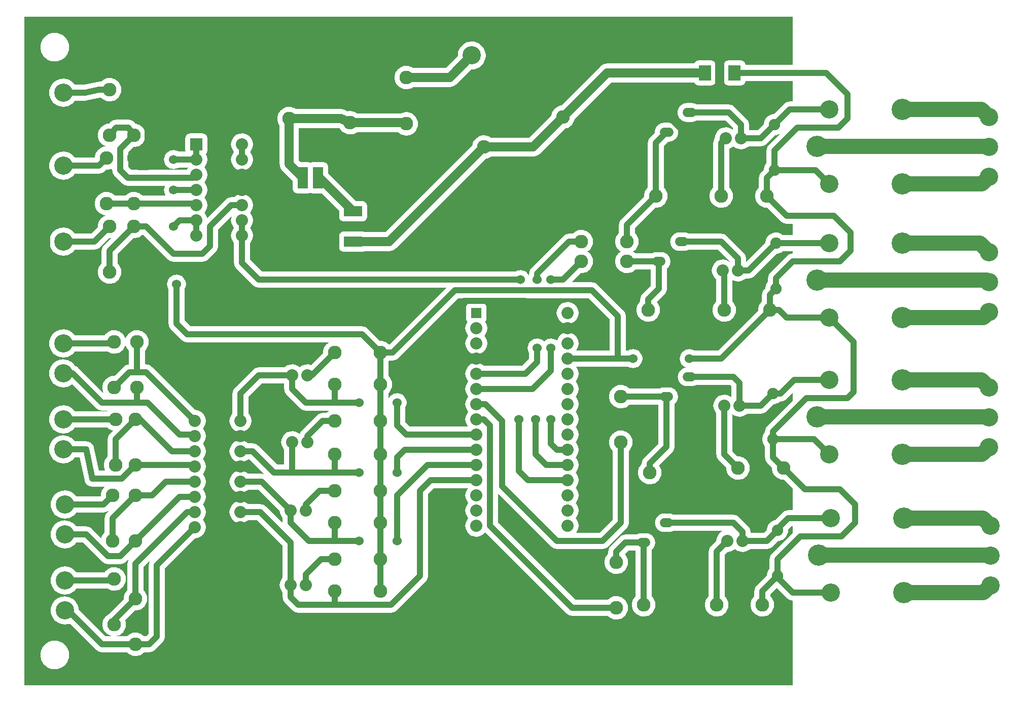
<source format=gbl>
G04 ---------------------------- Layer name :BOTTOM LAYER*
G04 EasyEDA v5.4.11, Mon, 30 Apr 2018 15:56:54 GMT*
G04 06b4e347cf69432585f47c541de25614*
G04 Gerber Generator version 0.2*
G04 Scale: 100 percent, Rotated: No, Reflected: No *
G04 Dimensions in inches *
G04 leading zeros omitted , absolute positions ,2 integer and 4 decimal *
%FSLAX24Y24*%
%MOIN*%
G90*
G70D02*

%ADD11C,0.040000*%
%ADD12C,0.060000*%
%ADD13R,0.080000X0.100000*%
%ADD14R,0.070000X0.070000*%
%ADD15C,0.080000*%
%ADD16C,0.090000*%
%ADD17C,0.075000*%
%ADD18C,0.120000*%
%ADD19C,0.140000*%
%ADD20R,0.120000X0.070000*%
%ADD21R,0.070000X0.140000*%
%ADD22R,0.080000X0.080000*%
%ADD23C,0.059055*%
%ADD24C,0.100000*%

%LPD*%
G36*
G01X0Y0D02*
G01X0Y44000D01*
G01X50500Y44000D01*
G01X50500Y40819D01*
G01X47399Y40819D01*
G01X47399Y40823D01*
G01X47398Y40831D01*
G01X47397Y40839D01*
G01X47396Y40847D01*
G01X47395Y40855D01*
G01X47393Y40863D01*
G01X47391Y40871D01*
G01X47390Y40878D01*
G01X47388Y40886D01*
G01X47385Y40894D01*
G01X47383Y40901D01*
G01X47380Y40909D01*
G01X47377Y40916D01*
G01X47374Y40924D01*
G01X47371Y40931D01*
G01X47368Y40938D01*
G01X47364Y40945D01*
G01X47361Y40953D01*
G01X47357Y40959D01*
G01X47353Y40966D01*
G01X47348Y40973D01*
G01X47344Y40980D01*
G01X47339Y40986D01*
G01X47335Y40993D01*
G01X47330Y40999D01*
G01X47325Y41005D01*
G01X47319Y41011D01*
G01X47314Y41017D01*
G01X47309Y41023D01*
G01X47303Y41029D01*
G01X47297Y41034D01*
G01X47291Y41039D01*
G01X47285Y41045D01*
G01X47279Y41050D01*
G01X47273Y41055D01*
G01X47266Y41059D01*
G01X47260Y41064D01*
G01X47253Y41068D01*
G01X47246Y41073D01*
G01X47239Y41077D01*
G01X47233Y41081D01*
G01X47225Y41084D01*
G01X47218Y41088D01*
G01X47211Y41091D01*
G01X47204Y41094D01*
G01X47196Y41097D01*
G01X47189Y41100D01*
G01X47181Y41103D01*
G01X47174Y41105D01*
G01X47166Y41108D01*
G01X47158Y41110D01*
G01X47151Y41111D01*
G01X47143Y41113D01*
G01X47135Y41115D01*
G01X47127Y41116D01*
G01X47119Y41117D01*
G01X47111Y41118D01*
G01X47103Y41119D01*
G01X47095Y41119D01*
G01X47087Y41119D01*
G01X47080Y41119D01*
G01X46280Y41119D01*
G01X46272Y41119D01*
G01X46264Y41119D01*
G01X46256Y41119D01*
G01X46248Y41118D01*
G01X46240Y41117D01*
G01X46232Y41116D01*
G01X46224Y41115D01*
G01X46216Y41113D01*
G01X46208Y41111D01*
G01X46201Y41110D01*
G01X46193Y41108D01*
G01X46185Y41105D01*
G01X46178Y41103D01*
G01X46170Y41100D01*
G01X46163Y41097D01*
G01X46155Y41094D01*
G01X46148Y41091D01*
G01X46141Y41088D01*
G01X46134Y41084D01*
G01X46126Y41081D01*
G01X46119Y41077D01*
G01X46113Y41073D01*
G01X46106Y41068D01*
G01X46099Y41064D01*
G01X46093Y41059D01*
G01X46086Y41055D01*
G01X46080Y41050D01*
G01X46074Y41045D01*
G01X46068Y41039D01*
G01X46062Y41034D01*
G01X46056Y41029D01*
G01X46050Y41023D01*
G01X46045Y41017D01*
G01X46040Y41011D01*
G01X46034Y41005D01*
G01X46029Y40999D01*
G01X46024Y40993D01*
G01X46020Y40986D01*
G01X46015Y40980D01*
G01X46011Y40973D01*
G01X46006Y40966D01*
G01X46002Y40959D01*
G01X45998Y40953D01*
G01X45995Y40945D01*
G01X45991Y40938D01*
G01X45988Y40931D01*
G01X45985Y40924D01*
G01X45982Y40916D01*
G01X45979Y40909D01*
G01X45976Y40901D01*
G01X45974Y40894D01*
G01X45971Y40886D01*
G01X45969Y40878D01*
G01X45968Y40871D01*
G01X45966Y40863D01*
G01X45964Y40855D01*
G01X45963Y40847D01*
G01X45962Y40839D01*
G01X45961Y40831D01*
G01X45960Y40823D01*
G01X45960Y40815D01*
G01X45960Y40807D01*
G01X45960Y40800D01*
G01X45960Y39800D01*
G01X45960Y39792D01*
G01X45960Y39784D01*
G01X45960Y39776D01*
G01X45961Y39768D01*
G01X45962Y39760D01*
G01X45963Y39752D01*
G01X45964Y39744D01*
G01X45966Y39736D01*
G01X45968Y39728D01*
G01X45969Y39721D01*
G01X45971Y39713D01*
G01X45974Y39705D01*
G01X45976Y39698D01*
G01X45979Y39690D01*
G01X45982Y39683D01*
G01X45985Y39675D01*
G01X45988Y39668D01*
G01X45991Y39661D01*
G01X45995Y39654D01*
G01X45998Y39646D01*
G01X46002Y39640D01*
G01X46006Y39633D01*
G01X46011Y39626D01*
G01X46015Y39619D01*
G01X46020Y39613D01*
G01X46024Y39606D01*
G01X46029Y39600D01*
G01X46034Y39594D01*
G01X46040Y39588D01*
G01X46045Y39582D01*
G01X46050Y39576D01*
G01X46056Y39570D01*
G01X46062Y39565D01*
G01X46068Y39560D01*
G01X46074Y39554D01*
G01X46080Y39549D01*
G01X46086Y39544D01*
G01X46093Y39540D01*
G01X46099Y39535D01*
G01X46106Y39531D01*
G01X46113Y39526D01*
G01X46119Y39522D01*
G01X46126Y39518D01*
G01X46134Y39515D01*
G01X46141Y39511D01*
G01X46148Y39508D01*
G01X46155Y39505D01*
G01X46163Y39502D01*
G01X46170Y39499D01*
G01X46178Y39496D01*
G01X46185Y39494D01*
G01X46193Y39491D01*
G01X46201Y39489D01*
G01X46208Y39488D01*
G01X46216Y39486D01*
G01X46224Y39484D01*
G01X46232Y39483D01*
G01X46240Y39482D01*
G01X46248Y39481D01*
G01X46256Y39480D01*
G01X46264Y39480D01*
G01X46272Y39480D01*
G01X46280Y39480D01*
G01X47080Y39480D01*
G01X47087Y39480D01*
G01X47095Y39480D01*
G01X47103Y39480D01*
G01X47111Y39481D01*
G01X47119Y39482D01*
G01X47127Y39483D01*
G01X47135Y39484D01*
G01X47143Y39486D01*
G01X47151Y39488D01*
G01X47158Y39489D01*
G01X47166Y39491D01*
G01X47174Y39494D01*
G01X47181Y39496D01*
G01X47189Y39499D01*
G01X47196Y39502D01*
G01X47204Y39505D01*
G01X47211Y39508D01*
G01X47218Y39511D01*
G01X47225Y39515D01*
G01X47233Y39518D01*
G01X47239Y39522D01*
G01X47246Y39526D01*
G01X47253Y39531D01*
G01X47260Y39535D01*
G01X47266Y39540D01*
G01X47273Y39544D01*
G01X47279Y39549D01*
G01X47285Y39554D01*
G01X47291Y39560D01*
G01X47297Y39565D01*
G01X47303Y39570D01*
G01X47309Y39576D01*
G01X47314Y39582D01*
G01X47319Y39588D01*
G01X47325Y39594D01*
G01X47330Y39600D01*
G01X47335Y39606D01*
G01X47339Y39613D01*
G01X47344Y39619D01*
G01X47348Y39626D01*
G01X47353Y39633D01*
G01X47357Y39640D01*
G01X47361Y39646D01*
G01X47364Y39654D01*
G01X47368Y39661D01*
G01X47371Y39668D01*
G01X47374Y39675D01*
G01X47377Y39683D01*
G01X47380Y39690D01*
G01X47383Y39698D01*
G01X47385Y39705D01*
G01X47388Y39713D01*
G01X47390Y39721D01*
G01X47391Y39728D01*
G01X47393Y39736D01*
G01X47395Y39744D01*
G01X47396Y39752D01*
G01X47397Y39760D01*
G01X47398Y39768D01*
G01X47399Y39776D01*
G01X47399Y39780D01*
G01X50500Y39780D01*
G01X50500Y38419D01*
G01X50300Y38419D01*
G01X50290Y38419D01*
G01X50281Y38419D01*
G01X50271Y38419D01*
G01X50262Y38418D01*
G01X50252Y38417D01*
G01X50243Y38416D01*
G01X50233Y38415D01*
G01X50224Y38414D01*
G01X50214Y38412D01*
G01X50205Y38411D01*
G01X50196Y38409D01*
G01X50186Y38407D01*
G01X50177Y38405D01*
G01X50168Y38403D01*
G01X50159Y38400D01*
G01X50150Y38397D01*
G01X50141Y38395D01*
G01X50132Y38392D01*
G01X50123Y38388D01*
G01X50114Y38385D01*
G01X50105Y38382D01*
G01X50096Y38378D01*
G01X50087Y38374D01*
G01X50079Y38370D01*
G01X50070Y38366D01*
G01X50062Y38362D01*
G01X50053Y38358D01*
G01X50045Y38353D01*
G01X50037Y38348D01*
G01X50029Y38343D01*
G01X50021Y38338D01*
G01X50013Y38333D01*
G01X50005Y38328D01*
G01X49997Y38322D01*
G01X49989Y38317D01*
G01X49982Y38311D01*
G01X49974Y38305D01*
G01X49967Y38299D01*
G01X49960Y38293D01*
G01X49952Y38287D01*
G01X49945Y38280D01*
G01X49939Y38274D01*
G01X49932Y38267D01*
G01X49257Y37592D01*
G01X49213Y37589D01*
G01X49145Y37577D01*
G01X49078Y37558D01*
G01X49014Y37533D01*
G01X48952Y37501D01*
G01X48894Y37464D01*
G01X48840Y37421D01*
G01X48790Y37372D01*
G01X48745Y37319D01*
G01X48706Y37262D01*
G01X48673Y37201D01*
G01X48646Y37137D01*
G01X48626Y37071D01*
G01X48612Y37003D01*
G01X48606Y36942D01*
G01X48184Y36519D01*
G01X47619Y36519D01*
G01X47619Y36900D01*
G01X47619Y36909D01*
G01X47619Y36918D01*
G01X47619Y36928D01*
G01X47618Y36937D01*
G01X47617Y36947D01*
G01X47616Y36956D01*
G01X47615Y36966D01*
G01X47614Y36975D01*
G01X47612Y36985D01*
G01X47611Y36994D01*
G01X47609Y37003D01*
G01X47607Y37013D01*
G01X47605Y37022D01*
G01X47603Y37031D01*
G01X47600Y37040D01*
G01X47597Y37049D01*
G01X47595Y37058D01*
G01X47592Y37067D01*
G01X47589Y37076D01*
G01X47585Y37085D01*
G01X47582Y37094D01*
G01X47578Y37103D01*
G01X47574Y37112D01*
G01X47570Y37120D01*
G01X47566Y37129D01*
G01X47562Y37137D01*
G01X47558Y37146D01*
G01X47553Y37154D01*
G01X47548Y37162D01*
G01X47543Y37170D01*
G01X47538Y37178D01*
G01X47533Y37186D01*
G01X47528Y37194D01*
G01X47522Y37202D01*
G01X47517Y37210D01*
G01X47511Y37217D01*
G01X47505Y37225D01*
G01X47499Y37232D01*
G01X47493Y37239D01*
G01X47487Y37247D01*
G01X47480Y37254D01*
G01X47474Y37260D01*
G01X47467Y37267D01*
G01X46667Y38067D01*
G01X46660Y38074D01*
G01X46654Y38080D01*
G01X46647Y38087D01*
G01X46639Y38093D01*
G01X46632Y38099D01*
G01X46625Y38105D01*
G01X46617Y38111D01*
G01X46610Y38117D01*
G01X46602Y38122D01*
G01X46594Y38128D01*
G01X46586Y38133D01*
G01X46578Y38138D01*
G01X46570Y38143D01*
G01X46562Y38148D01*
G01X46554Y38153D01*
G01X46546Y38158D01*
G01X46537Y38162D01*
G01X46529Y38166D01*
G01X46520Y38170D01*
G01X46512Y38174D01*
G01X46503Y38178D01*
G01X46494Y38182D01*
G01X46485Y38185D01*
G01X46476Y38188D01*
G01X46467Y38192D01*
G01X46458Y38195D01*
G01X46449Y38197D01*
G01X46440Y38200D01*
G01X46431Y38203D01*
G01X46422Y38205D01*
G01X46413Y38207D01*
G01X46403Y38209D01*
G01X46394Y38211D01*
G01X46385Y38212D01*
G01X46375Y38214D01*
G01X46366Y38215D01*
G01X46356Y38216D01*
G01X46347Y38217D01*
G01X46337Y38218D01*
G01X46328Y38219D01*
G01X46318Y38219D01*
G01X46309Y38219D01*
G01X46300Y38219D01*
G01X44187Y38219D01*
G01X44180Y38224D01*
G01X44166Y38233D01*
G01X44153Y38240D01*
G01X44139Y38248D01*
G01X44126Y38255D01*
G01X44111Y38262D01*
G01X44098Y38268D01*
G01X44083Y38274D01*
G01X44069Y38279D01*
G01X44054Y38285D01*
G01X44040Y38290D01*
G01X44025Y38294D01*
G01X44010Y38298D01*
G01X43995Y38302D01*
G01X43980Y38306D01*
G01X43965Y38309D01*
G01X43950Y38311D01*
G01X43934Y38314D01*
G01X43919Y38316D01*
G01X43903Y38317D01*
G01X43888Y38318D01*
G01X43872Y38319D01*
G01X43857Y38319D01*
G01X43850Y38319D01*
G01X43550Y38319D01*
G01X43542Y38319D01*
G01X43527Y38319D01*
G01X43511Y38318D01*
G01X43496Y38317D01*
G01X43480Y38316D01*
G01X43465Y38314D01*
G01X43449Y38311D01*
G01X43434Y38309D01*
G01X43419Y38306D01*
G01X43404Y38302D01*
G01X43389Y38298D01*
G01X43374Y38294D01*
G01X43359Y38290D01*
G01X43345Y38285D01*
G01X43330Y38279D01*
G01X43316Y38274D01*
G01X43301Y38268D01*
G01X43288Y38262D01*
G01X43273Y38255D01*
G01X43260Y38248D01*
G01X43246Y38240D01*
G01X43233Y38233D01*
G01X43219Y38224D01*
G01X43207Y38216D01*
G01X43194Y38207D01*
G01X43182Y38198D01*
G01X43169Y38189D01*
G01X43157Y38180D01*
G01X43145Y38169D01*
G01X43134Y38159D01*
G01X43122Y38148D01*
G01X43111Y38138D01*
G01X43100Y38127D01*
G01X43090Y38116D01*
G01X43079Y38104D01*
G01X43070Y38092D01*
G01X43060Y38080D01*
G01X43051Y38068D01*
G01X43042Y38055D01*
G01X43033Y38043D01*
G01X43024Y38029D01*
G01X43017Y38016D01*
G01X43009Y38002D01*
G01X43001Y37989D01*
G01X42994Y37975D01*
G01X42988Y37962D01*
G01X42981Y37947D01*
G01X42975Y37933D01*
G01X42970Y37919D01*
G01X42964Y37905D01*
G01X42959Y37889D01*
G01X42955Y37875D01*
G01X42951Y37860D01*
G01X42947Y37845D01*
G01X42943Y37830D01*
G01X42940Y37815D01*
G01X42938Y37799D01*
G01X42935Y37785D01*
G01X42933Y37769D01*
G01X42932Y37754D01*
G01X42931Y37738D01*
G01X42930Y37723D01*
G01X42930Y37707D01*
G01X42930Y37692D01*
G01X42930Y37676D01*
G01X42931Y37661D01*
G01X42932Y37645D01*
G01X42933Y37630D01*
G01X42935Y37614D01*
G01X42938Y37600D01*
G01X42940Y37584D01*
G01X42943Y37569D01*
G01X42947Y37554D01*
G01X42951Y37539D01*
G01X42955Y37524D01*
G01X42959Y37510D01*
G01X42964Y37494D01*
G01X42970Y37480D01*
G01X42975Y37466D01*
G01X42981Y37452D01*
G01X42988Y37437D01*
G01X42994Y37424D01*
G01X43001Y37410D01*
G01X43009Y37397D01*
G01X43017Y37383D01*
G01X43024Y37370D01*
G01X43033Y37356D01*
G01X43042Y37344D01*
G01X43051Y37331D01*
G01X43060Y37319D01*
G01X43070Y37307D01*
G01X43079Y37295D01*
G01X43090Y37283D01*
G01X43100Y37272D01*
G01X43111Y37261D01*
G01X43122Y37251D01*
G01X43134Y37240D01*
G01X43145Y37230D01*
G01X43157Y37219D01*
G01X43169Y37210D01*
G01X43182Y37201D01*
G01X43194Y37192D01*
G01X43207Y37183D01*
G01X43219Y37175D01*
G01X43233Y37166D01*
G01X43246Y37159D01*
G01X43260Y37151D01*
G01X43273Y37144D01*
G01X43288Y37137D01*
G01X43301Y37131D01*
G01X43316Y37125D01*
G01X43330Y37120D01*
G01X43345Y37114D01*
G01X43359Y37109D01*
G01X43374Y37105D01*
G01X43389Y37101D01*
G01X43404Y37097D01*
G01X43419Y37093D01*
G01X43434Y37090D01*
G01X43449Y37088D01*
G01X43465Y37085D01*
G01X43480Y37083D01*
G01X43496Y37082D01*
G01X43511Y37081D01*
G01X43527Y37080D01*
G01X43542Y37080D01*
G01X43550Y37080D01*
G01X43850Y37080D01*
G01X43857Y37080D01*
G01X43872Y37080D01*
G01X43888Y37081D01*
G01X43903Y37082D01*
G01X43919Y37083D01*
G01X43934Y37085D01*
G01X43950Y37088D01*
G01X43965Y37090D01*
G01X43980Y37093D01*
G01X43995Y37097D01*
G01X44010Y37101D01*
G01X44025Y37105D01*
G01X44040Y37109D01*
G01X44054Y37114D01*
G01X44069Y37120D01*
G01X44083Y37125D01*
G01X44098Y37131D01*
G01X44111Y37137D01*
G01X44126Y37144D01*
G01X44139Y37151D01*
G01X44153Y37159D01*
G01X44166Y37166D01*
G01X44180Y37175D01*
G01X44187Y37180D01*
G01X46084Y37180D01*
G01X46580Y36684D01*
G01X46580Y36535D01*
G01X46548Y36562D01*
G01X46490Y36604D01*
G01X46428Y36640D01*
G01X46363Y36670D01*
G01X46295Y36693D01*
G01X46225Y36709D01*
G01X46153Y36717D01*
G01X46082Y36719D01*
G01X46010Y36714D01*
G01X45939Y36701D01*
G01X45870Y36682D01*
G01X45803Y36656D01*
G01X45739Y36623D01*
G01X45679Y36584D01*
G01X45623Y36539D01*
G01X45572Y36489D01*
G01X45526Y36434D01*
G01X45485Y36375D01*
G01X45451Y36312D01*
G01X45423Y36246D01*
G01X45402Y36177D01*
G01X45388Y36107D01*
G01X45380Y36035D01*
G01X45380Y36007D01*
G01X45377Y36002D01*
G01X45371Y35994D01*
G01X45366Y35986D01*
G01X45361Y35978D01*
G01X45356Y35970D01*
G01X45351Y35962D01*
G01X45346Y35954D01*
G01X45341Y35946D01*
G01X45337Y35937D01*
G01X45333Y35929D01*
G01X45329Y35920D01*
G01X45325Y35912D01*
G01X45321Y35903D01*
G01X45317Y35894D01*
G01X45314Y35885D01*
G01X45310Y35876D01*
G01X45307Y35867D01*
G01X45304Y35858D01*
G01X45302Y35849D01*
G01X45299Y35840D01*
G01X45296Y35831D01*
G01X45294Y35822D01*
G01X45292Y35813D01*
G01X45290Y35803D01*
G01X45288Y35794D01*
G01X45287Y35785D01*
G01X45285Y35775D01*
G01X45284Y35766D01*
G01X45283Y35756D01*
G01X45282Y35747D01*
G01X45281Y35737D01*
G01X45280Y35728D01*
G01X45280Y35718D01*
G01X45280Y35709D01*
G01X45280Y35700D01*
G01X45280Y32767D01*
G01X45235Y32723D01*
G01X45186Y32664D01*
G01X45142Y32601D01*
G01X45106Y32534D01*
G01X45076Y32463D01*
G01X45053Y32390D01*
G01X45038Y32314D01*
G01X45030Y32238D01*
G01X45030Y32161D01*
G01X45038Y32085D01*
G01X45053Y32009D01*
G01X45076Y31936D01*
G01X45106Y31865D01*
G01X45142Y31798D01*
G01X45186Y31735D01*
G01X45235Y31676D01*
G01X45290Y31622D01*
G01X45350Y31574D01*
G01X45414Y31533D01*
G01X45483Y31498D01*
G01X45554Y31470D01*
G01X45628Y31449D01*
G01X45704Y31435D01*
G01X45780Y31430D01*
G01X45857Y31432D01*
G01X45933Y31441D01*
G01X46008Y31458D01*
G01X46081Y31483D01*
G01X46151Y31514D01*
G01X46217Y31553D01*
G01X46280Y31597D01*
G01X46337Y31648D01*
G01X46389Y31705D01*
G01X46436Y31766D01*
G01X46476Y31831D01*
G01X46509Y31900D01*
G01X46535Y31973D01*
G01X46554Y32047D01*
G01X46566Y32123D01*
G01X46569Y32200D01*
G01X46566Y32276D01*
G01X46554Y32352D01*
G01X46535Y32426D01*
G01X46509Y32499D01*
G01X46476Y32568D01*
G01X46436Y32633D01*
G01X46389Y32694D01*
G01X46337Y32751D01*
G01X46319Y32766D01*
G01X46319Y35315D01*
G01X46363Y35329D01*
G01X46428Y35359D01*
G01X46490Y35395D01*
G01X46548Y35437D01*
G01X46600Y35482D01*
G01X46623Y35460D01*
G01X46679Y35415D01*
G01X46739Y35376D01*
G01X46803Y35343D01*
G01X46870Y35317D01*
G01X46939Y35298D01*
G01X47010Y35285D01*
G01X47082Y35280D01*
G01X47153Y35282D01*
G01X47225Y35290D01*
G01X47295Y35306D01*
G01X47363Y35329D01*
G01X47428Y35359D01*
G01X47490Y35395D01*
G01X47548Y35437D01*
G01X47597Y35480D01*
G01X48400Y35480D01*
G01X48409Y35480D01*
G01X48418Y35480D01*
G01X48428Y35480D01*
G01X48437Y35481D01*
G01X48447Y35482D01*
G01X48456Y35483D01*
G01X48466Y35484D01*
G01X48475Y35485D01*
G01X48485Y35487D01*
G01X48494Y35488D01*
G01X48503Y35490D01*
G01X48513Y35492D01*
G01X48522Y35494D01*
G01X48531Y35496D01*
G01X48540Y35499D01*
G01X48549Y35502D01*
G01X48558Y35504D01*
G01X48567Y35507D01*
G01X48576Y35511D01*
G01X48585Y35514D01*
G01X48594Y35517D01*
G01X48603Y35521D01*
G01X48612Y35525D01*
G01X48620Y35529D01*
G01X48629Y35533D01*
G01X48637Y35537D01*
G01X48646Y35541D01*
G01X48654Y35546D01*
G01X48662Y35551D01*
G01X48670Y35556D01*
G01X48678Y35561D01*
G01X48686Y35566D01*
G01X48694Y35571D01*
G01X48702Y35577D01*
G01X48710Y35582D01*
G01X48717Y35588D01*
G01X48725Y35594D01*
G01X48732Y35600D01*
G01X48739Y35606D01*
G01X48747Y35612D01*
G01X48754Y35619D01*
G01X48760Y35625D01*
G01X48767Y35632D01*
G01X49342Y36206D01*
G01X49351Y36206D01*
G01X49420Y36215D01*
G01X49488Y36230D01*
G01X49553Y36253D01*
G01X49617Y36281D01*
G01X49677Y36316D01*
G01X49690Y36325D01*
G01X48932Y35567D01*
G01X48925Y35560D01*
G01X48919Y35554D01*
G01X48912Y35547D01*
G01X48906Y35539D01*
G01X48900Y35532D01*
G01X48894Y35525D01*
G01X48888Y35517D01*
G01X48882Y35510D01*
G01X48877Y35502D01*
G01X48871Y35494D01*
G01X48866Y35486D01*
G01X48861Y35478D01*
G01X48856Y35470D01*
G01X48851Y35462D01*
G01X48846Y35454D01*
G01X48841Y35446D01*
G01X48837Y35437D01*
G01X48833Y35429D01*
G01X48829Y35420D01*
G01X48825Y35412D01*
G01X48821Y35403D01*
G01X48817Y35394D01*
G01X48814Y35385D01*
G01X48810Y35376D01*
G01X48807Y35367D01*
G01X48804Y35358D01*
G01X48802Y35349D01*
G01X48799Y35340D01*
G01X48796Y35331D01*
G01X48794Y35322D01*
G01X48792Y35313D01*
G01X48790Y35303D01*
G01X48788Y35294D01*
G01X48787Y35285D01*
G01X48785Y35275D01*
G01X48784Y35266D01*
G01X48783Y35256D01*
G01X48782Y35247D01*
G01X48781Y35237D01*
G01X48780Y35228D01*
G01X48780Y35218D01*
G01X48780Y35209D01*
G01X48780Y35200D01*
G01X48780Y34360D01*
G01X48745Y34319D01*
G01X48706Y34262D01*
G01X48673Y34201D01*
G01X48646Y34137D01*
G01X48626Y34071D01*
G01X48612Y34003D01*
G01X48606Y33942D01*
G01X48432Y33767D01*
G01X48425Y33760D01*
G01X48419Y33754D01*
G01X48412Y33747D01*
G01X48406Y33739D01*
G01X48400Y33732D01*
G01X48394Y33725D01*
G01X48388Y33717D01*
G01X48382Y33710D01*
G01X48377Y33702D01*
G01X48371Y33694D01*
G01X48366Y33686D01*
G01X48361Y33678D01*
G01X48356Y33670D01*
G01X48351Y33662D01*
G01X48346Y33654D01*
G01X48341Y33646D01*
G01X48337Y33637D01*
G01X48333Y33629D01*
G01X48329Y33620D01*
G01X48325Y33612D01*
G01X48321Y33603D01*
G01X48317Y33594D01*
G01X48314Y33585D01*
G01X48310Y33576D01*
G01X48307Y33567D01*
G01X48304Y33558D01*
G01X48302Y33549D01*
G01X48299Y33540D01*
G01X48296Y33531D01*
G01X48294Y33522D01*
G01X48292Y33513D01*
G01X48290Y33503D01*
G01X48288Y33494D01*
G01X48287Y33485D01*
G01X48285Y33475D01*
G01X48284Y33466D01*
G01X48283Y33456D01*
G01X48282Y33447D01*
G01X48281Y33437D01*
G01X48280Y33428D01*
G01X48280Y33418D01*
G01X48280Y33409D01*
G01X48280Y33400D01*
G01X48280Y32767D01*
G01X48235Y32723D01*
G01X48186Y32664D01*
G01X48142Y32601D01*
G01X48106Y32534D01*
G01X48076Y32463D01*
G01X48053Y32390D01*
G01X48038Y32314D01*
G01X48030Y32238D01*
G01X48030Y32161D01*
G01X48038Y32085D01*
G01X48053Y32009D01*
G01X48076Y31936D01*
G01X48106Y31865D01*
G01X48142Y31798D01*
G01X48186Y31735D01*
G01X48235Y31676D01*
G01X48290Y31622D01*
G01X48350Y31574D01*
G01X48414Y31533D01*
G01X48483Y31498D01*
G01X48554Y31470D01*
G01X48628Y31449D01*
G01X48704Y31435D01*
G01X48780Y31430D01*
G01X48833Y31431D01*
G01X49732Y30532D01*
G01X49739Y30525D01*
G01X49745Y30519D01*
G01X49752Y30512D01*
G01X49760Y30506D01*
G01X49767Y30500D01*
G01X49774Y30494D01*
G01X49782Y30488D01*
G01X49789Y30482D01*
G01X49797Y30477D01*
G01X49805Y30471D01*
G01X49813Y30466D01*
G01X49821Y30461D01*
G01X49829Y30456D01*
G01X49837Y30451D01*
G01X49845Y30446D01*
G01X49853Y30441D01*
G01X49862Y30437D01*
G01X49870Y30433D01*
G01X49879Y30429D01*
G01X49887Y30425D01*
G01X49896Y30421D01*
G01X49905Y30417D01*
G01X49914Y30414D01*
G01X49923Y30411D01*
G01X49932Y30407D01*
G01X49941Y30404D01*
G01X49950Y30402D01*
G01X49959Y30399D01*
G01X49968Y30396D01*
G01X49977Y30394D01*
G01X49986Y30392D01*
G01X49996Y30390D01*
G01X50005Y30388D01*
G01X50014Y30387D01*
G01X50024Y30385D01*
G01X50033Y30384D01*
G01X50043Y30383D01*
G01X50052Y30382D01*
G01X50062Y30381D01*
G01X50071Y30380D01*
G01X50081Y30380D01*
G01X50090Y30380D01*
G01X50100Y30380D01*
G01X50500Y30380D01*
G01X50500Y29619D01*
G01X49859Y29619D01*
G01X49833Y29643D01*
G01X49777Y29683D01*
G01X49717Y29718D01*
G01X49653Y29746D01*
G01X49588Y29769D01*
G01X49520Y29784D01*
G01X49451Y29793D01*
G01X49382Y29794D01*
G01X49313Y29789D01*
G01X49245Y29777D01*
G01X49178Y29758D01*
G01X49114Y29733D01*
G01X49052Y29701D01*
G01X48994Y29664D01*
G01X48940Y29621D01*
G01X48890Y29572D01*
G01X48845Y29519D01*
G01X48806Y29462D01*
G01X48773Y29401D01*
G01X48746Y29337D01*
G01X48726Y29271D01*
G01X48712Y29203D01*
G01X48706Y29142D01*
G01X47419Y27855D01*
G01X47419Y28100D01*
G01X47419Y28109D01*
G01X47419Y28118D01*
G01X47419Y28128D01*
G01X47418Y28137D01*
G01X47417Y28147D01*
G01X47416Y28156D01*
G01X47415Y28166D01*
G01X47414Y28175D01*
G01X47412Y28185D01*
G01X47411Y28194D01*
G01X47409Y28203D01*
G01X47407Y28213D01*
G01X47405Y28222D01*
G01X47403Y28231D01*
G01X47400Y28240D01*
G01X47397Y28249D01*
G01X47395Y28258D01*
G01X47392Y28267D01*
G01X47389Y28276D01*
G01X47385Y28285D01*
G01X47382Y28294D01*
G01X47378Y28303D01*
G01X47374Y28312D01*
G01X47370Y28320D01*
G01X47366Y28329D01*
G01X47362Y28337D01*
G01X47358Y28346D01*
G01X47353Y28354D01*
G01X47348Y28362D01*
G01X47343Y28370D01*
G01X47338Y28378D01*
G01X47333Y28386D01*
G01X47328Y28394D01*
G01X47322Y28402D01*
G01X47317Y28410D01*
G01X47311Y28417D01*
G01X47305Y28425D01*
G01X47299Y28432D01*
G01X47293Y28439D01*
G01X47287Y28447D01*
G01X47280Y28454D01*
G01X47274Y28460D01*
G01X47267Y28467D01*
G01X46167Y29567D01*
G01X46160Y29574D01*
G01X46154Y29580D01*
G01X46147Y29587D01*
G01X46139Y29593D01*
G01X46132Y29599D01*
G01X46125Y29605D01*
G01X46117Y29611D01*
G01X46110Y29617D01*
G01X46102Y29622D01*
G01X46094Y29628D01*
G01X46086Y29633D01*
G01X46078Y29638D01*
G01X46070Y29643D01*
G01X46062Y29648D01*
G01X46054Y29653D01*
G01X46046Y29658D01*
G01X46037Y29662D01*
G01X46029Y29666D01*
G01X46020Y29670D01*
G01X46012Y29674D01*
G01X46003Y29678D01*
G01X45994Y29682D01*
G01X45985Y29685D01*
G01X45976Y29688D01*
G01X45967Y29692D01*
G01X45958Y29695D01*
G01X45949Y29697D01*
G01X45940Y29700D01*
G01X45931Y29703D01*
G01X45922Y29705D01*
G01X45913Y29707D01*
G01X45903Y29709D01*
G01X45894Y29711D01*
G01X45885Y29712D01*
G01X45875Y29714D01*
G01X45866Y29715D01*
G01X45856Y29716D01*
G01X45847Y29717D01*
G01X45837Y29718D01*
G01X45828Y29719D01*
G01X45818Y29719D01*
G01X45809Y29719D01*
G01X45800Y29719D01*
G01X43666Y29719D01*
G01X43665Y29720D01*
G01X43651Y29729D01*
G01X43639Y29736D01*
G01X43625Y29744D01*
G01X43611Y29750D01*
G01X43597Y29757D01*
G01X43584Y29763D01*
G01X43569Y29769D01*
G01X43555Y29775D01*
G01X43540Y29780D01*
G01X43526Y29785D01*
G01X43511Y29790D01*
G01X43497Y29794D01*
G01X43481Y29798D01*
G01X43467Y29801D01*
G01X43451Y29804D01*
G01X43437Y29807D01*
G01X43421Y29809D01*
G01X43406Y29811D01*
G01X43391Y29812D01*
G01X43376Y29814D01*
G01X43360Y29814D01*
G01X43345Y29815D01*
G01X43337Y29815D01*
G01X43062Y29815D01*
G01X43054Y29815D01*
G01X43039Y29814D01*
G01X43023Y29814D01*
G01X43008Y29812D01*
G01X42993Y29811D01*
G01X42978Y29809D01*
G01X42962Y29807D01*
G01X42948Y29804D01*
G01X42932Y29801D01*
G01X42918Y29798D01*
G01X42902Y29794D01*
G01X42888Y29790D01*
G01X42873Y29785D01*
G01X42859Y29780D01*
G01X42844Y29775D01*
G01X42830Y29769D01*
G01X42815Y29763D01*
G01X42802Y29757D01*
G01X42788Y29750D01*
G01X42774Y29744D01*
G01X42761Y29736D01*
G01X42748Y29729D01*
G01X42734Y29720D01*
G01X42722Y29712D01*
G01X42709Y29703D01*
G01X42697Y29695D01*
G01X42684Y29685D01*
G01X42672Y29676D01*
G01X42660Y29666D01*
G01X42649Y29656D01*
G01X42637Y29645D01*
G01X42627Y29635D01*
G01X42616Y29623D01*
G01X42606Y29613D01*
G01X42595Y29601D01*
G01X42586Y29589D01*
G01X42576Y29577D01*
G01X42567Y29565D01*
G01X42557Y29552D01*
G01X42549Y29540D01*
G01X42541Y29527D01*
G01X42533Y29514D01*
G01X42525Y29500D01*
G01X42518Y29487D01*
G01X42511Y29473D01*
G01X42504Y29460D01*
G01X42498Y29445D01*
G01X42492Y29432D01*
G01X42486Y29417D01*
G01X42481Y29403D01*
G01X42476Y29388D01*
G01X42472Y29374D01*
G01X42467Y29359D01*
G01X42464Y29344D01*
G01X42460Y29328D01*
G01X42457Y29314D01*
G01X42455Y29299D01*
G01X42452Y29284D01*
G01X42450Y29268D01*
G01X42449Y29253D01*
G01X42448Y29238D01*
G01X42447Y29223D01*
G01X42447Y29207D01*
G01X42447Y29192D01*
G01X42447Y29176D01*
G01X42448Y29161D01*
G01X42449Y29146D01*
G01X42450Y29131D01*
G01X42452Y29115D01*
G01X42455Y29100D01*
G01X42457Y29085D01*
G01X42460Y29071D01*
G01X42464Y29055D01*
G01X42467Y29040D01*
G01X42472Y29025D01*
G01X42476Y29011D01*
G01X42481Y28996D01*
G01X42486Y28982D01*
G01X42492Y28967D01*
G01X42498Y28954D01*
G01X42504Y28939D01*
G01X42511Y28926D01*
G01X42518Y28912D01*
G01X42525Y28899D01*
G01X42533Y28885D01*
G01X42541Y28872D01*
G01X42549Y28859D01*
G01X42557Y28847D01*
G01X42567Y28834D01*
G01X42576Y28822D01*
G01X42586Y28810D01*
G01X42595Y28798D01*
G01X42606Y28786D01*
G01X42616Y28776D01*
G01X42627Y28764D01*
G01X42637Y28754D01*
G01X42649Y28743D01*
G01X42660Y28733D01*
G01X42672Y28723D01*
G01X42684Y28714D01*
G01X42697Y28704D01*
G01X42709Y28696D01*
G01X42722Y28687D01*
G01X42734Y28679D01*
G01X42748Y28670D01*
G01X42761Y28663D01*
G01X42774Y28655D01*
G01X42788Y28649D01*
G01X42802Y28642D01*
G01X42815Y28636D01*
G01X42830Y28630D01*
G01X42844Y28624D01*
G01X42859Y28619D01*
G01X42873Y28614D01*
G01X42888Y28609D01*
G01X42902Y28605D01*
G01X42918Y28601D01*
G01X42932Y28598D01*
G01X42948Y28595D01*
G01X42962Y28592D01*
G01X42978Y28590D01*
G01X42993Y28588D01*
G01X43008Y28587D01*
G01X43023Y28585D01*
G01X43039Y28585D01*
G01X43054Y28584D01*
G01X43062Y28584D01*
G01X43337Y28584D01*
G01X43345Y28584D01*
G01X43360Y28585D01*
G01X43376Y28585D01*
G01X43391Y28587D01*
G01X43406Y28588D01*
G01X43421Y28590D01*
G01X43437Y28592D01*
G01X43451Y28595D01*
G01X43467Y28598D01*
G01X43481Y28601D01*
G01X43497Y28605D01*
G01X43511Y28609D01*
G01X43526Y28614D01*
G01X43540Y28619D01*
G01X43555Y28624D01*
G01X43569Y28630D01*
G01X43584Y28636D01*
G01X43597Y28642D01*
G01X43611Y28649D01*
G01X43625Y28655D01*
G01X43639Y28663D01*
G01X43651Y28670D01*
G01X43665Y28679D01*
G01X43666Y28680D01*
G01X45584Y28680D01*
G01X46380Y27884D01*
G01X46380Y27835D01*
G01X46348Y27862D01*
G01X46290Y27904D01*
G01X46228Y27940D01*
G01X46163Y27970D01*
G01X46095Y27993D01*
G01X46025Y28009D01*
G01X45953Y28017D01*
G01X45882Y28019D01*
G01X45810Y28014D01*
G01X45739Y28001D01*
G01X45670Y27982D01*
G01X45603Y27956D01*
G01X45539Y27923D01*
G01X45479Y27884D01*
G01X45423Y27839D01*
G01X45372Y27789D01*
G01X45326Y27734D01*
G01X45285Y27675D01*
G01X45251Y27612D01*
G01X45223Y27546D01*
G01X45202Y27477D01*
G01X45188Y27407D01*
G01X45180Y27335D01*
G01X45180Y27264D01*
G01X45188Y27192D01*
G01X45202Y27122D01*
G01X45223Y27053D01*
G01X45251Y26987D01*
G01X45285Y26924D01*
G01X45326Y26865D01*
G01X45372Y26810D01*
G01X45423Y26760D01*
G01X45479Y26715D01*
G01X45480Y26715D01*
G01X45480Y25267D01*
G01X45435Y25223D01*
G01X45386Y25164D01*
G01X45342Y25101D01*
G01X45306Y25034D01*
G01X45276Y24963D01*
G01X45253Y24890D01*
G01X45238Y24814D01*
G01X45230Y24738D01*
G01X45230Y24661D01*
G01X45238Y24585D01*
G01X45253Y24509D01*
G01X45276Y24436D01*
G01X45306Y24365D01*
G01X45342Y24298D01*
G01X45386Y24235D01*
G01X45435Y24176D01*
G01X45490Y24122D01*
G01X45550Y24074D01*
G01X45614Y24033D01*
G01X45683Y23998D01*
G01X45754Y23970D01*
G01X45828Y23949D01*
G01X45904Y23935D01*
G01X45980Y23930D01*
G01X46057Y23932D01*
G01X46133Y23941D01*
G01X46208Y23958D01*
G01X46281Y23983D01*
G01X46351Y24014D01*
G01X46417Y24053D01*
G01X46480Y24097D01*
G01X46537Y24148D01*
G01X46589Y24205D01*
G01X46636Y24266D01*
G01X46676Y24331D01*
G01X46709Y24400D01*
G01X46735Y24473D01*
G01X46754Y24547D01*
G01X46766Y24623D01*
G01X46769Y24700D01*
G01X46766Y24776D01*
G01X46754Y24852D01*
G01X46735Y24926D01*
G01X46709Y24999D01*
G01X46676Y25068D01*
G01X46636Y25133D01*
G01X46589Y25194D01*
G01X46537Y25251D01*
G01X46519Y25266D01*
G01X46519Y26689D01*
G01X46539Y26676D01*
G01X46603Y26643D01*
G01X46670Y26617D01*
G01X46739Y26598D01*
G01X46810Y26585D01*
G01X46882Y26580D01*
G01X46953Y26582D01*
G01X47025Y26590D01*
G01X47095Y26606D01*
G01X47163Y26629D01*
G01X47228Y26659D01*
G01X47290Y26695D01*
G01X47348Y26737D01*
G01X47397Y26780D01*
G01X47600Y26780D01*
G01X47609Y26780D01*
G01X47618Y26780D01*
G01X47628Y26780D01*
G01X47637Y26781D01*
G01X47647Y26782D01*
G01X47656Y26783D01*
G01X47666Y26784D01*
G01X47675Y26785D01*
G01X47685Y26787D01*
G01X47694Y26788D01*
G01X47703Y26790D01*
G01X47713Y26792D01*
G01X47722Y26794D01*
G01X47731Y26796D01*
G01X47740Y26799D01*
G01X47749Y26802D01*
G01X47758Y26804D01*
G01X47767Y26807D01*
G01X47776Y26811D01*
G01X47785Y26814D01*
G01X47794Y26817D01*
G01X47803Y26821D01*
G01X47812Y26825D01*
G01X47820Y26829D01*
G01X47829Y26833D01*
G01X47837Y26837D01*
G01X47846Y26841D01*
G01X47854Y26846D01*
G01X47862Y26851D01*
G01X47870Y26856D01*
G01X47878Y26861D01*
G01X47886Y26866D01*
G01X47894Y26871D01*
G01X47902Y26877D01*
G01X47910Y26882D01*
G01X47917Y26888D01*
G01X47925Y26894D01*
G01X47932Y26900D01*
G01X47939Y26906D01*
G01X47947Y26912D01*
G01X47954Y26919D01*
G01X47960Y26925D01*
G01X47967Y26932D01*
G01X49442Y28406D01*
G01X49451Y28406D01*
G01X49520Y28415D01*
G01X49588Y28430D01*
G01X49653Y28453D01*
G01X49717Y28481D01*
G01X49777Y28516D01*
G01X49833Y28556D01*
G01X49859Y28580D01*
G01X50500Y28580D01*
G01X50500Y28419D01*
G01X50490Y28419D01*
G01X50481Y28419D01*
G01X50471Y28419D01*
G01X50462Y28418D01*
G01X50452Y28417D01*
G01X50443Y28416D01*
G01X50433Y28415D01*
G01X50424Y28414D01*
G01X50414Y28412D01*
G01X50405Y28411D01*
G01X50396Y28409D01*
G01X50386Y28407D01*
G01X50377Y28405D01*
G01X50368Y28403D01*
G01X50359Y28400D01*
G01X50350Y28397D01*
G01X50341Y28395D01*
G01X50332Y28392D01*
G01X50323Y28388D01*
G01X50314Y28385D01*
G01X50305Y28382D01*
G01X50296Y28378D01*
G01X50287Y28374D01*
G01X50279Y28370D01*
G01X50270Y28366D01*
G01X50262Y28362D01*
G01X50253Y28358D01*
G01X50245Y28353D01*
G01X50237Y28348D01*
G01X50229Y28343D01*
G01X50221Y28338D01*
G01X50213Y28333D01*
G01X50205Y28328D01*
G01X50197Y28322D01*
G01X50189Y28317D01*
G01X50182Y28311D01*
G01X50174Y28305D01*
G01X50167Y28299D01*
G01X50160Y28293D01*
G01X50152Y28287D01*
G01X50145Y28280D01*
G01X50139Y28274D01*
G01X50132Y28267D01*
G01X49032Y27167D01*
G01X49025Y27160D01*
G01X49019Y27154D01*
G01X49012Y27147D01*
G01X49006Y27139D01*
G01X49000Y27132D01*
G01X48994Y27125D01*
G01X48988Y27117D01*
G01X48982Y27110D01*
G01X48977Y27102D01*
G01X48971Y27094D01*
G01X48966Y27086D01*
G01X48961Y27078D01*
G01X48956Y27070D01*
G01X48951Y27062D01*
G01X48946Y27054D01*
G01X48941Y27046D01*
G01X48937Y27037D01*
G01X48933Y27029D01*
G01X48929Y27020D01*
G01X48925Y27012D01*
G01X48921Y27003D01*
G01X48917Y26994D01*
G01X48914Y26985D01*
G01X48910Y26976D01*
G01X48907Y26967D01*
G01X48904Y26958D01*
G01X48902Y26949D01*
G01X48899Y26940D01*
G01X48896Y26931D01*
G01X48894Y26922D01*
G01X48892Y26913D01*
G01X48890Y26903D01*
G01X48888Y26894D01*
G01X48887Y26885D01*
G01X48885Y26875D01*
G01X48884Y26866D01*
G01X48883Y26856D01*
G01X48882Y26847D01*
G01X48881Y26837D01*
G01X48880Y26828D01*
G01X48880Y26818D01*
G01X48880Y26809D01*
G01X48880Y26800D01*
G01X48880Y26560D01*
G01X48845Y26519D01*
G01X48806Y26462D01*
G01X48773Y26401D01*
G01X48746Y26337D01*
G01X48726Y26271D01*
G01X48712Y26203D01*
G01X48706Y26142D01*
G01X48632Y26067D01*
G01X48625Y26060D01*
G01X48619Y26054D01*
G01X48612Y26047D01*
G01X48606Y26039D01*
G01X48600Y26032D01*
G01X48594Y26025D01*
G01X48588Y26017D01*
G01X48582Y26010D01*
G01X48577Y26002D01*
G01X48571Y25994D01*
G01X48566Y25986D01*
G01X48561Y25978D01*
G01X48556Y25970D01*
G01X48551Y25962D01*
G01X48546Y25954D01*
G01X48541Y25946D01*
G01X48537Y25937D01*
G01X48533Y25929D01*
G01X48529Y25920D01*
G01X48525Y25912D01*
G01X48521Y25903D01*
G01X48517Y25894D01*
G01X48514Y25885D01*
G01X48510Y25876D01*
G01X48507Y25867D01*
G01X48504Y25858D01*
G01X48502Y25849D01*
G01X48499Y25840D01*
G01X48496Y25831D01*
G01X48494Y25822D01*
G01X48492Y25813D01*
G01X48490Y25803D01*
G01X48488Y25794D01*
G01X48487Y25785D01*
G01X48485Y25775D01*
G01X48484Y25766D01*
G01X48483Y25756D01*
G01X48482Y25747D01*
G01X48481Y25737D01*
G01X48480Y25728D01*
G01X48480Y25718D01*
G01X48480Y25709D01*
G01X48480Y25700D01*
G01X48480Y25267D01*
G01X48435Y25223D01*
G01X48386Y25164D01*
G01X48342Y25101D01*
G01X48306Y25034D01*
G01X48276Y24963D01*
G01X48253Y24890D01*
G01X48238Y24814D01*
G01X48230Y24738D01*
G01X48230Y24666D01*
G01X45584Y22019D01*
G01X44037Y22019D01*
G01X44036Y22020D01*
G01X43982Y22051D01*
G01X43926Y22077D01*
G01X43867Y22096D01*
G01X43807Y22110D01*
G01X43746Y22118D01*
G01X43684Y22119D01*
G01X43622Y22115D01*
G01X43562Y22104D01*
G01X43502Y22087D01*
G01X43444Y22065D01*
G01X43389Y22036D01*
G01X43338Y22003D01*
G01X43289Y21964D01*
G01X43245Y21921D01*
G01X43205Y21874D01*
G01X43170Y21823D01*
G01X43141Y21769D01*
G01X43117Y21712D01*
G01X43099Y21652D01*
G01X43086Y21592D01*
G01X43080Y21530D01*
G01X43080Y21469D01*
G01X43086Y21407D01*
G01X43099Y21347D01*
G01X43117Y21287D01*
G01X43141Y21230D01*
G01X43170Y21176D01*
G01X43205Y21125D01*
G01X43245Y21078D01*
G01X43289Y21035D01*
G01X43338Y20996D01*
G01X43389Y20963D01*
G01X43444Y20934D01*
G01X43502Y20912D01*
G01X43502Y20912D01*
G01X43493Y20911D01*
G01X43478Y20909D01*
G01X43462Y20907D01*
G01X43448Y20904D01*
G01X43432Y20901D01*
G01X43418Y20898D01*
G01X43402Y20894D01*
G01X43388Y20890D01*
G01X43373Y20885D01*
G01X43359Y20880D01*
G01X43344Y20875D01*
G01X43330Y20869D01*
G01X43315Y20863D01*
G01X43302Y20857D01*
G01X43288Y20850D01*
G01X43274Y20844D01*
G01X43261Y20836D01*
G01X43248Y20829D01*
G01X43234Y20820D01*
G01X43222Y20812D01*
G01X43209Y20803D01*
G01X43197Y20795D01*
G01X43184Y20785D01*
G01X43172Y20776D01*
G01X43160Y20766D01*
G01X43149Y20756D01*
G01X43137Y20745D01*
G01X43127Y20735D01*
G01X43116Y20723D01*
G01X43106Y20713D01*
G01X43095Y20701D01*
G01X43086Y20689D01*
G01X43076Y20677D01*
G01X43067Y20665D01*
G01X43057Y20652D01*
G01X43049Y20640D01*
G01X43041Y20627D01*
G01X43033Y20614D01*
G01X43025Y20600D01*
G01X43018Y20587D01*
G01X43011Y20573D01*
G01X43004Y20560D01*
G01X42998Y20545D01*
G01X42992Y20532D01*
G01X42986Y20517D01*
G01X42981Y20503D01*
G01X42976Y20488D01*
G01X42972Y20474D01*
G01X42967Y20459D01*
G01X42964Y20444D01*
G01X42960Y20428D01*
G01X42957Y20414D01*
G01X42955Y20399D01*
G01X42952Y20384D01*
G01X42950Y20368D01*
G01X42949Y20353D01*
G01X42948Y20338D01*
G01X42947Y20323D01*
G01X42947Y20307D01*
G01X42947Y20292D01*
G01X42947Y20276D01*
G01X42948Y20261D01*
G01X42949Y20246D01*
G01X42950Y20231D01*
G01X42952Y20215D01*
G01X42955Y20200D01*
G01X42957Y20185D01*
G01X42960Y20171D01*
G01X42964Y20155D01*
G01X42967Y20140D01*
G01X42972Y20125D01*
G01X42976Y20111D01*
G01X42981Y20096D01*
G01X42986Y20082D01*
G01X42992Y20067D01*
G01X42998Y20054D01*
G01X43004Y20039D01*
G01X43011Y20026D01*
G01X43018Y20012D01*
G01X43025Y19999D01*
G01X43033Y19985D01*
G01X43041Y19972D01*
G01X43049Y19959D01*
G01X43057Y19947D01*
G01X43067Y19934D01*
G01X43076Y19922D01*
G01X43086Y19910D01*
G01X43095Y19898D01*
G01X43106Y19886D01*
G01X43116Y19876D01*
G01X43127Y19864D01*
G01X43137Y19854D01*
G01X43149Y19843D01*
G01X43160Y19833D01*
G01X43172Y19823D01*
G01X43184Y19814D01*
G01X43197Y19804D01*
G01X43209Y19796D01*
G01X43222Y19787D01*
G01X43234Y19779D01*
G01X43248Y19770D01*
G01X43261Y19763D01*
G01X43274Y19755D01*
G01X43288Y19749D01*
G01X43302Y19742D01*
G01X43315Y19736D01*
G01X43330Y19730D01*
G01X43344Y19724D01*
G01X43359Y19719D01*
G01X43373Y19714D01*
G01X43388Y19709D01*
G01X43402Y19705D01*
G01X43418Y19701D01*
G01X43432Y19698D01*
G01X43448Y19695D01*
G01X43462Y19692D01*
G01X43478Y19690D01*
G01X43493Y19688D01*
G01X43508Y19687D01*
G01X43523Y19685D01*
G01X43539Y19685D01*
G01X43554Y19684D01*
G01X43562Y19684D01*
G01X43837Y19684D01*
G01X43845Y19684D01*
G01X43860Y19685D01*
G01X43876Y19685D01*
G01X43891Y19687D01*
G01X43906Y19688D01*
G01X43921Y19690D01*
G01X43937Y19692D01*
G01X43951Y19695D01*
G01X43967Y19698D01*
G01X43981Y19701D01*
G01X43997Y19705D01*
G01X44011Y19709D01*
G01X44026Y19714D01*
G01X44040Y19719D01*
G01X44055Y19724D01*
G01X44069Y19730D01*
G01X44084Y19736D01*
G01X44097Y19742D01*
G01X44111Y19749D01*
G01X44125Y19755D01*
G01X44139Y19763D01*
G01X44151Y19770D01*
G01X44165Y19779D01*
G01X44166Y19780D01*
G01X46384Y19780D01*
G01X46480Y19684D01*
G01X46480Y18935D01*
G01X46448Y18962D01*
G01X46390Y19004D01*
G01X46328Y19040D01*
G01X46263Y19070D01*
G01X46195Y19093D01*
G01X46125Y19109D01*
G01X46053Y19117D01*
G01X45982Y19119D01*
G01X45910Y19114D01*
G01X45839Y19101D01*
G01X45770Y19082D01*
G01X45703Y19056D01*
G01X45639Y19023D01*
G01X45579Y18984D01*
G01X45523Y18939D01*
G01X45472Y18889D01*
G01X45426Y18834D01*
G01X45385Y18775D01*
G01X45351Y18712D01*
G01X45323Y18646D01*
G01X45302Y18577D01*
G01X45288Y18507D01*
G01X45280Y18435D01*
G01X45280Y18364D01*
G01X45288Y18292D01*
G01X45302Y18222D01*
G01X45323Y18153D01*
G01X45351Y18087D01*
G01X45385Y18024D01*
G01X45426Y17965D01*
G01X45472Y17910D01*
G01X45480Y17902D01*
G01X45480Y15200D01*
G01X45480Y15190D01*
G01X45480Y15181D01*
G01X45480Y15171D01*
G01X45481Y15162D01*
G01X45482Y15152D01*
G01X45483Y15143D01*
G01X45484Y15133D01*
G01X45485Y15124D01*
G01X45487Y15114D01*
G01X45488Y15105D01*
G01X45490Y15096D01*
G01X45492Y15086D01*
G01X45494Y15077D01*
G01X45496Y15068D01*
G01X45499Y15059D01*
G01X45502Y15050D01*
G01X45504Y15041D01*
G01X45507Y15032D01*
G01X45510Y15023D01*
G01X45514Y15014D01*
G01X45517Y15005D01*
G01X45521Y14996D01*
G01X45525Y14987D01*
G01X45529Y14979D01*
G01X45533Y14970D01*
G01X45537Y14962D01*
G01X45541Y14953D01*
G01X45546Y14945D01*
G01X45551Y14937D01*
G01X45556Y14929D01*
G01X45561Y14921D01*
G01X45566Y14913D01*
G01X45571Y14905D01*
G01X45577Y14897D01*
G01X45582Y14889D01*
G01X45588Y14882D01*
G01X45594Y14874D01*
G01X45600Y14867D01*
G01X45606Y14860D01*
G01X45612Y14852D01*
G01X45619Y14845D01*
G01X45625Y14839D01*
G01X45632Y14832D01*
G01X46130Y14333D01*
G01X46130Y14261D01*
G01X46138Y14185D01*
G01X46153Y14109D01*
G01X46176Y14036D01*
G01X46206Y13965D01*
G01X46242Y13898D01*
G01X46286Y13835D01*
G01X46335Y13776D01*
G01X46390Y13722D01*
G01X46450Y13674D01*
G01X46514Y13633D01*
G01X46583Y13598D01*
G01X46654Y13570D01*
G01X46728Y13549D01*
G01X46804Y13535D01*
G01X46880Y13530D01*
G01X46957Y13532D01*
G01X47033Y13541D01*
G01X47108Y13558D01*
G01X47181Y13583D01*
G01X47251Y13614D01*
G01X47317Y13653D01*
G01X47380Y13697D01*
G01X47437Y13748D01*
G01X47489Y13805D01*
G01X47536Y13866D01*
G01X47576Y13931D01*
G01X47609Y14000D01*
G01X47635Y14073D01*
G01X47654Y14147D01*
G01X47666Y14223D01*
G01X47669Y14300D01*
G01X47666Y14376D01*
G01X47654Y14452D01*
G01X47635Y14526D01*
G01X47609Y14599D01*
G01X47576Y14668D01*
G01X47536Y14733D01*
G01X47489Y14794D01*
G01X47437Y14851D01*
G01X47380Y14902D01*
G01X47317Y14946D01*
G01X47251Y14985D01*
G01X47181Y15016D01*
G01X47108Y15041D01*
G01X47033Y15058D01*
G01X46957Y15067D01*
G01X46880Y15069D01*
G01X46866Y15068D01*
G01X46519Y15415D01*
G01X46519Y17863D01*
G01X46523Y17860D01*
G01X46579Y17815D01*
G01X46639Y17776D01*
G01X46703Y17743D01*
G01X46770Y17717D01*
G01X46839Y17698D01*
G01X46910Y17685D01*
G01X46982Y17680D01*
G01X47053Y17682D01*
G01X47125Y17690D01*
G01X47195Y17706D01*
G01X47263Y17729D01*
G01X47328Y17759D01*
G01X47390Y17795D01*
G01X47448Y17837D01*
G01X47497Y17880D01*
G01X48400Y17880D01*
G01X48409Y17880D01*
G01X48418Y17880D01*
G01X48428Y17880D01*
G01X48437Y17881D01*
G01X48447Y17882D01*
G01X48456Y17883D01*
G01X48466Y17884D01*
G01X48475Y17885D01*
G01X48485Y17887D01*
G01X48494Y17888D01*
G01X48503Y17890D01*
G01X48513Y17892D01*
G01X48522Y17894D01*
G01X48531Y17896D01*
G01X48540Y17899D01*
G01X48549Y17902D01*
G01X48558Y17904D01*
G01X48567Y17907D01*
G01X48576Y17911D01*
G01X48585Y17914D01*
G01X48594Y17917D01*
G01X48603Y17921D01*
G01X48612Y17925D01*
G01X48620Y17929D01*
G01X48629Y17933D01*
G01X48637Y17937D01*
G01X48646Y17941D01*
G01X48654Y17946D01*
G01X48662Y17951D01*
G01X48670Y17956D01*
G01X48678Y17961D01*
G01X48686Y17966D01*
G01X48694Y17971D01*
G01X48702Y17977D01*
G01X48710Y17982D01*
G01X48717Y17988D01*
G01X48725Y17994D01*
G01X48732Y18000D01*
G01X48739Y18006D01*
G01X48747Y18012D01*
G01X48754Y18019D01*
G01X48760Y18025D01*
G01X48767Y18032D01*
G01X49242Y18506D01*
G01X49251Y18506D01*
G01X49320Y18515D01*
G01X49388Y18530D01*
G01X49453Y18553D01*
G01X49517Y18581D01*
G01X49577Y18616D01*
G01X49633Y18656D01*
G01X49659Y18680D01*
G01X49700Y18680D01*
G01X49709Y18680D01*
G01X49718Y18680D01*
G01X49728Y18680D01*
G01X49737Y18681D01*
G01X49747Y18682D01*
G01X49756Y18683D01*
G01X49766Y18684D01*
G01X49775Y18685D01*
G01X49785Y18687D01*
G01X49794Y18688D01*
G01X49803Y18690D01*
G01X49813Y18692D01*
G01X49822Y18694D01*
G01X49831Y18696D01*
G01X49840Y18699D01*
G01X49849Y18702D01*
G01X49858Y18704D01*
G01X49867Y18707D01*
G01X49876Y18711D01*
G01X49885Y18714D01*
G01X49894Y18717D01*
G01X49903Y18721D01*
G01X49912Y18725D01*
G01X49920Y18729D01*
G01X49929Y18733D01*
G01X49937Y18737D01*
G01X49946Y18741D01*
G01X49954Y18746D01*
G01X49962Y18751D01*
G01X49970Y18756D01*
G01X49978Y18761D01*
G01X49986Y18766D01*
G01X49994Y18771D01*
G01X50002Y18777D01*
G01X50010Y18782D01*
G01X50017Y18788D01*
G01X50025Y18794D01*
G01X50032Y18800D01*
G01X50039Y18806D01*
G01X50047Y18812D01*
G01X50054Y18819D01*
G01X50060Y18825D01*
G01X50067Y18832D01*
G01X50500Y19264D01*
G01X50500Y18735D01*
G01X48832Y17067D01*
G01X48825Y17060D01*
G01X48819Y17054D01*
G01X48812Y17047D01*
G01X48806Y17039D01*
G01X48800Y17032D01*
G01X48794Y17025D01*
G01X48788Y17017D01*
G01X48782Y17010D01*
G01X48777Y17002D01*
G01X48771Y16994D01*
G01X48766Y16986D01*
G01X48761Y16978D01*
G01X48756Y16970D01*
G01X48751Y16962D01*
G01X48746Y16954D01*
G01X48741Y16946D01*
G01X48737Y16937D01*
G01X48733Y16929D01*
G01X48729Y16920D01*
G01X48725Y16912D01*
G01X48721Y16903D01*
G01X48717Y16894D01*
G01X48714Y16885D01*
G01X48710Y16876D01*
G01X48707Y16867D01*
G01X48704Y16858D01*
G01X48702Y16849D01*
G01X48699Y16840D01*
G01X48696Y16831D01*
G01X48694Y16822D01*
G01X48692Y16813D01*
G01X48690Y16803D01*
G01X48688Y16794D01*
G01X48687Y16785D01*
G01X48685Y16775D01*
G01X48684Y16766D01*
G01X48683Y16756D01*
G01X48682Y16747D01*
G01X48681Y16737D01*
G01X48680Y16728D01*
G01X48680Y16718D01*
G01X48680Y16709D01*
G01X48680Y16700D01*
G01X48680Y16660D01*
G01X48645Y16619D01*
G01X48606Y16562D01*
G01X48573Y16501D01*
G01X48546Y16437D01*
G01X48526Y16371D01*
G01X48512Y16303D01*
G01X48505Y16234D01*
G01X48505Y16165D01*
G01X48512Y16096D01*
G01X48526Y16028D01*
G01X48546Y15962D01*
G01X48573Y15898D01*
G01X48606Y15837D01*
G01X48645Y15780D01*
G01X48680Y15739D01*
G01X48680Y15000D01*
G01X48680Y14990D01*
G01X48680Y14981D01*
G01X48680Y14971D01*
G01X48681Y14962D01*
G01X48682Y14952D01*
G01X48683Y14943D01*
G01X48684Y14933D01*
G01X48685Y14924D01*
G01X48687Y14914D01*
G01X48688Y14905D01*
G01X48690Y14896D01*
G01X48692Y14886D01*
G01X48694Y14877D01*
G01X48696Y14868D01*
G01X48699Y14859D01*
G01X48702Y14850D01*
G01X48704Y14841D01*
G01X48707Y14832D01*
G01X48710Y14823D01*
G01X48714Y14814D01*
G01X48717Y14805D01*
G01X48721Y14796D01*
G01X48725Y14787D01*
G01X48729Y14779D01*
G01X48733Y14770D01*
G01X48737Y14762D01*
G01X48741Y14753D01*
G01X48746Y14745D01*
G01X48751Y14737D01*
G01X48756Y14729D01*
G01X48761Y14721D01*
G01X48766Y14713D01*
G01X48771Y14705D01*
G01X48777Y14697D01*
G01X48782Y14689D01*
G01X48788Y14682D01*
G01X48794Y14674D01*
G01X48800Y14667D01*
G01X48806Y14660D01*
G01X48812Y14652D01*
G01X48819Y14645D01*
G01X48825Y14639D01*
G01X48832Y14632D01*
G01X49130Y14333D01*
G01X49130Y14261D01*
G01X49138Y14185D01*
G01X49153Y14109D01*
G01X49176Y14036D01*
G01X49206Y13965D01*
G01X49242Y13898D01*
G01X49286Y13835D01*
G01X49335Y13776D01*
G01X49390Y13722D01*
G01X49450Y13674D01*
G01X49514Y13633D01*
G01X49583Y13598D01*
G01X49654Y13570D01*
G01X49728Y13549D01*
G01X49804Y13535D01*
G01X49880Y13530D01*
G01X49933Y13531D01*
G01X50500Y12964D01*
G01X50500Y11519D01*
G01X50200Y11519D01*
G01X50190Y11519D01*
G01X50181Y11519D01*
G01X50171Y11519D01*
G01X50162Y11518D01*
G01X50152Y11517D01*
G01X50143Y11516D01*
G01X50133Y11515D01*
G01X50124Y11514D01*
G01X50114Y11512D01*
G01X50105Y11511D01*
G01X50096Y11509D01*
G01X50086Y11507D01*
G01X50077Y11505D01*
G01X50068Y11503D01*
G01X50059Y11500D01*
G01X50050Y11497D01*
G01X50041Y11495D01*
G01X50032Y11492D01*
G01X50023Y11488D01*
G01X50014Y11485D01*
G01X50005Y11482D01*
G01X49996Y11478D01*
G01X49987Y11474D01*
G01X49979Y11470D01*
G01X49970Y11466D01*
G01X49962Y11462D01*
G01X49953Y11458D01*
G01X49945Y11453D01*
G01X49937Y11448D01*
G01X49929Y11443D01*
G01X49921Y11438D01*
G01X49913Y11433D01*
G01X49905Y11428D01*
G01X49897Y11422D01*
G01X49889Y11417D01*
G01X49882Y11411D01*
G01X49874Y11405D01*
G01X49867Y11399D01*
G01X49860Y11393D01*
G01X49852Y11387D01*
G01X49845Y11380D01*
G01X49839Y11374D01*
G01X49832Y11367D01*
G01X49340Y10876D01*
G01X49278Y10858D01*
G01X49214Y10833D01*
G01X49152Y10801D01*
G01X49094Y10764D01*
G01X49040Y10721D01*
G01X48990Y10672D01*
G01X48945Y10619D01*
G01X48906Y10562D01*
G01X48873Y10501D01*
G01X48846Y10437D01*
G01X48826Y10371D01*
G01X48812Y10303D01*
G01X48806Y10242D01*
G01X48584Y10019D01*
G01X47719Y10019D01*
G01X47719Y10100D01*
G01X47719Y10109D01*
G01X47719Y10118D01*
G01X47719Y10128D01*
G01X47718Y10137D01*
G01X47717Y10147D01*
G01X47716Y10156D01*
G01X47715Y10166D01*
G01X47714Y10175D01*
G01X47712Y10185D01*
G01X47711Y10194D01*
G01X47709Y10203D01*
G01X47707Y10213D01*
G01X47705Y10222D01*
G01X47703Y10231D01*
G01X47700Y10240D01*
G01X47697Y10249D01*
G01X47695Y10258D01*
G01X47692Y10267D01*
G01X47689Y10276D01*
G01X47685Y10285D01*
G01X47682Y10294D01*
G01X47678Y10303D01*
G01X47674Y10312D01*
G01X47670Y10320D01*
G01X47666Y10329D01*
G01X47662Y10337D01*
G01X47658Y10346D01*
G01X47653Y10354D01*
G01X47648Y10362D01*
G01X47643Y10370D01*
G01X47638Y10378D01*
G01X47633Y10386D01*
G01X47628Y10394D01*
G01X47622Y10402D01*
G01X47617Y10410D01*
G01X47611Y10417D01*
G01X47605Y10425D01*
G01X47599Y10432D01*
G01X47593Y10439D01*
G01X47587Y10447D01*
G01X47580Y10454D01*
G01X47574Y10460D01*
G01X47567Y10467D01*
G01X46967Y11067D01*
G01X46960Y11074D01*
G01X46954Y11080D01*
G01X46947Y11087D01*
G01X46939Y11093D01*
G01X46932Y11099D01*
G01X46925Y11105D01*
G01X46917Y11111D01*
G01X46910Y11117D01*
G01X46902Y11122D01*
G01X46894Y11128D01*
G01X46886Y11133D01*
G01X46878Y11138D01*
G01X46870Y11143D01*
G01X46862Y11148D01*
G01X46854Y11153D01*
G01X46846Y11158D01*
G01X46837Y11162D01*
G01X46829Y11166D01*
G01X46820Y11170D01*
G01X46812Y11174D01*
G01X46803Y11178D01*
G01X46794Y11182D01*
G01X46785Y11185D01*
G01X46776Y11188D01*
G01X46767Y11192D01*
G01X46758Y11195D01*
G01X46749Y11197D01*
G01X46740Y11200D01*
G01X46731Y11203D01*
G01X46722Y11205D01*
G01X46713Y11207D01*
G01X46703Y11209D01*
G01X46694Y11211D01*
G01X46685Y11212D01*
G01X46675Y11214D01*
G01X46666Y11215D01*
G01X46656Y11216D01*
G01X46647Y11217D01*
G01X46637Y11218D01*
G01X46628Y11219D01*
G01X46618Y11219D01*
G01X46609Y11219D01*
G01X46600Y11219D01*
G01X42666Y11219D01*
G01X42665Y11220D01*
G01X42651Y11229D01*
G01X42639Y11236D01*
G01X42625Y11244D01*
G01X42611Y11250D01*
G01X42597Y11257D01*
G01X42584Y11263D01*
G01X42569Y11269D01*
G01X42555Y11275D01*
G01X42540Y11280D01*
G01X42526Y11285D01*
G01X42511Y11290D01*
G01X42497Y11294D01*
G01X42481Y11298D01*
G01X42467Y11301D01*
G01X42451Y11304D01*
G01X42437Y11307D01*
G01X42421Y11309D01*
G01X42406Y11311D01*
G01X42391Y11312D01*
G01X42376Y11314D01*
G01X42360Y11314D01*
G01X42345Y11315D01*
G01X42337Y11315D01*
G01X42062Y11315D01*
G01X42054Y11315D01*
G01X42039Y11314D01*
G01X42023Y11314D01*
G01X42008Y11312D01*
G01X41993Y11311D01*
G01X41978Y11309D01*
G01X41962Y11307D01*
G01X41948Y11304D01*
G01X41932Y11301D01*
G01X41918Y11298D01*
G01X41902Y11294D01*
G01X41888Y11290D01*
G01X41873Y11285D01*
G01X41859Y11280D01*
G01X41844Y11275D01*
G01X41830Y11269D01*
G01X41815Y11263D01*
G01X41802Y11257D01*
G01X41788Y11250D01*
G01X41774Y11244D01*
G01X41761Y11236D01*
G01X41748Y11229D01*
G01X41734Y11220D01*
G01X41722Y11212D01*
G01X41709Y11203D01*
G01X41697Y11195D01*
G01X41684Y11185D01*
G01X41672Y11176D01*
G01X41660Y11166D01*
G01X41649Y11156D01*
G01X41637Y11145D01*
G01X41627Y11135D01*
G01X41616Y11123D01*
G01X41606Y11113D01*
G01X41595Y11101D01*
G01X41586Y11089D01*
G01X41576Y11077D01*
G01X41567Y11065D01*
G01X41557Y11052D01*
G01X41549Y11040D01*
G01X41541Y11027D01*
G01X41533Y11014D01*
G01X41525Y11000D01*
G01X41518Y10987D01*
G01X41511Y10973D01*
G01X41504Y10960D01*
G01X41498Y10945D01*
G01X41492Y10932D01*
G01X41486Y10917D01*
G01X41481Y10903D01*
G01X41476Y10888D01*
G01X41472Y10874D01*
G01X41467Y10859D01*
G01X41464Y10844D01*
G01X41460Y10828D01*
G01X41457Y10814D01*
G01X41455Y10799D01*
G01X41452Y10784D01*
G01X41450Y10768D01*
G01X41449Y10753D01*
G01X41448Y10738D01*
G01X41447Y10723D01*
G01X41447Y10707D01*
G01X41447Y10692D01*
G01X41447Y10676D01*
G01X41448Y10661D01*
G01X41449Y10646D01*
G01X41450Y10631D01*
G01X41452Y10615D01*
G01X41455Y10600D01*
G01X41457Y10585D01*
G01X41460Y10571D01*
G01X41464Y10555D01*
G01X41467Y10540D01*
G01X41472Y10525D01*
G01X41476Y10511D01*
G01X41481Y10496D01*
G01X41486Y10482D01*
G01X41492Y10467D01*
G01X41498Y10454D01*
G01X41504Y10439D01*
G01X41511Y10426D01*
G01X41518Y10412D01*
G01X41525Y10399D01*
G01X41533Y10385D01*
G01X41541Y10372D01*
G01X41549Y10359D01*
G01X41557Y10347D01*
G01X41567Y10334D01*
G01X41576Y10322D01*
G01X41586Y10310D01*
G01X41595Y10298D01*
G01X41606Y10286D01*
G01X41616Y10276D01*
G01X41627Y10264D01*
G01X41637Y10254D01*
G01X41649Y10243D01*
G01X41660Y10233D01*
G01X41672Y10223D01*
G01X41684Y10214D01*
G01X41697Y10204D01*
G01X41709Y10196D01*
G01X41722Y10187D01*
G01X41734Y10179D01*
G01X41748Y10170D01*
G01X41761Y10163D01*
G01X41774Y10155D01*
G01X41788Y10149D01*
G01X41802Y10142D01*
G01X41815Y10136D01*
G01X41830Y10130D01*
G01X41844Y10124D01*
G01X41859Y10119D01*
G01X41873Y10114D01*
G01X41888Y10109D01*
G01X41902Y10105D01*
G01X41918Y10101D01*
G01X41932Y10098D01*
G01X41948Y10095D01*
G01X41962Y10092D01*
G01X41978Y10090D01*
G01X41993Y10088D01*
G01X42008Y10087D01*
G01X42023Y10085D01*
G01X42039Y10085D01*
G01X42054Y10084D01*
G01X42062Y10084D01*
G01X42337Y10084D01*
G01X42345Y10084D01*
G01X42360Y10085D01*
G01X42376Y10085D01*
G01X42391Y10087D01*
G01X42406Y10088D01*
G01X42421Y10090D01*
G01X42437Y10092D01*
G01X42451Y10095D01*
G01X42467Y10098D01*
G01X42481Y10101D01*
G01X42497Y10105D01*
G01X42511Y10109D01*
G01X42526Y10114D01*
G01X42540Y10119D01*
G01X42555Y10124D01*
G01X42569Y10130D01*
G01X42584Y10136D01*
G01X42597Y10142D01*
G01X42611Y10149D01*
G01X42625Y10155D01*
G01X42639Y10163D01*
G01X42651Y10170D01*
G01X42665Y10179D01*
G01X42666Y10180D01*
G01X45964Y10180D01*
G01X45903Y10156D01*
G01X45839Y10123D01*
G01X45779Y10084D01*
G01X45723Y10039D01*
G01X45672Y9989D01*
G01X45626Y9934D01*
G01X45585Y9875D01*
G01X45551Y9812D01*
G01X45523Y9746D01*
G01X45502Y9677D01*
G01X45488Y9607D01*
G01X45480Y9535D01*
G01X45480Y9516D01*
G01X45132Y9167D01*
G01X45125Y9160D01*
G01X45119Y9154D01*
G01X45112Y9147D01*
G01X45106Y9139D01*
G01X45100Y9132D01*
G01X45094Y9125D01*
G01X45088Y9117D01*
G01X45082Y9110D01*
G01X45077Y9102D01*
G01X45071Y9094D01*
G01X45066Y9086D01*
G01X45061Y9078D01*
G01X45056Y9070D01*
G01X45051Y9062D01*
G01X45046Y9054D01*
G01X45041Y9046D01*
G01X45037Y9037D01*
G01X45033Y9029D01*
G01X45029Y9020D01*
G01X45025Y9012D01*
G01X45021Y9003D01*
G01X45017Y8994D01*
G01X45014Y8985D01*
G01X45010Y8976D01*
G01X45007Y8967D01*
G01X45004Y8958D01*
G01X45002Y8949D01*
G01X44999Y8940D01*
G01X44996Y8931D01*
G01X44994Y8922D01*
G01X44992Y8913D01*
G01X44990Y8903D01*
G01X44988Y8894D01*
G01X44987Y8885D01*
G01X44985Y8875D01*
G01X44984Y8866D01*
G01X44983Y8856D01*
G01X44982Y8847D01*
G01X44981Y8837D01*
G01X44980Y8828D01*
G01X44980Y8818D01*
G01X44980Y8809D01*
G01X44980Y8800D01*
G01X44980Y5867D01*
G01X44935Y5823D01*
G01X44886Y5764D01*
G01X44842Y5701D01*
G01X44806Y5634D01*
G01X44776Y5563D01*
G01X44753Y5490D01*
G01X44738Y5414D01*
G01X44730Y5338D01*
G01X44730Y5261D01*
G01X44738Y5185D01*
G01X44753Y5109D01*
G01X44776Y5036D01*
G01X44806Y4965D01*
G01X44842Y4898D01*
G01X44886Y4835D01*
G01X44935Y4776D01*
G01X44990Y4722D01*
G01X45050Y4674D01*
G01X45114Y4633D01*
G01X45183Y4598D01*
G01X45254Y4570D01*
G01X45328Y4549D01*
G01X45404Y4535D01*
G01X45480Y4530D01*
G01X45557Y4532D01*
G01X45633Y4541D01*
G01X45708Y4558D01*
G01X45781Y4583D01*
G01X45851Y4614D01*
G01X45917Y4653D01*
G01X45980Y4697D01*
G01X46037Y4748D01*
G01X46089Y4805D01*
G01X46136Y4866D01*
G01X46176Y4931D01*
G01X46209Y5000D01*
G01X46235Y5073D01*
G01X46254Y5147D01*
G01X46266Y5223D01*
G01X46269Y5300D01*
G01X46266Y5376D01*
G01X46254Y5452D01*
G01X46235Y5526D01*
G01X46209Y5599D01*
G01X46176Y5668D01*
G01X46136Y5733D01*
G01X46089Y5794D01*
G01X46037Y5851D01*
G01X46019Y5866D01*
G01X46019Y8584D01*
G01X46216Y8781D01*
G01X46253Y8782D01*
G01X46325Y8790D01*
G01X46395Y8806D01*
G01X46463Y8829D01*
G01X46528Y8859D01*
G01X46590Y8895D01*
G01X46648Y8937D01*
G01X46700Y8982D01*
G01X46723Y8960D01*
G01X46779Y8915D01*
G01X46839Y8876D01*
G01X46903Y8843D01*
G01X46970Y8817D01*
G01X47039Y8798D01*
G01X47110Y8785D01*
G01X47182Y8780D01*
G01X47253Y8782D01*
G01X47325Y8790D01*
G01X47395Y8806D01*
G01X47463Y8829D01*
G01X47528Y8859D01*
G01X47590Y8895D01*
G01X47648Y8937D01*
G01X47697Y8980D01*
G01X48800Y8980D01*
G01X48809Y8980D01*
G01X48818Y8980D01*
G01X48828Y8980D01*
G01X48837Y8981D01*
G01X48847Y8982D01*
G01X48856Y8983D01*
G01X48866Y8984D01*
G01X48875Y8985D01*
G01X48885Y8987D01*
G01X48894Y8988D01*
G01X48903Y8990D01*
G01X48913Y8992D01*
G01X48922Y8994D01*
G01X48931Y8996D01*
G01X48940Y8999D01*
G01X48949Y9002D01*
G01X48958Y9004D01*
G01X48967Y9007D01*
G01X48976Y9011D01*
G01X48985Y9014D01*
G01X48994Y9017D01*
G01X49003Y9021D01*
G01X49012Y9025D01*
G01X49020Y9029D01*
G01X49029Y9033D01*
G01X49037Y9037D01*
G01X49046Y9041D01*
G01X49054Y9046D01*
G01X49062Y9051D01*
G01X49070Y9056D01*
G01X49078Y9061D01*
G01X49086Y9066D01*
G01X49094Y9071D01*
G01X49102Y9077D01*
G01X49110Y9082D01*
G01X49117Y9088D01*
G01X49125Y9094D01*
G01X49132Y9100D01*
G01X49139Y9106D01*
G01X49147Y9112D01*
G01X49154Y9119D01*
G01X49160Y9125D01*
G01X49167Y9132D01*
G01X49542Y9506D01*
G01X49551Y9506D01*
G01X49620Y9515D01*
G01X49688Y9530D01*
G01X49753Y9553D01*
G01X49817Y9581D01*
G01X49877Y9616D01*
G01X49933Y9656D01*
G01X49985Y9702D01*
G01X50032Y9753D01*
G01X50074Y9808D01*
G01X50110Y9867D01*
G01X50140Y9930D01*
G01X50164Y9995D01*
G01X50181Y10062D01*
G01X50191Y10130D01*
G01X50194Y10200D01*
G01X50192Y10256D01*
G01X50415Y10480D01*
G01X50500Y10480D01*
G01X50500Y10035D01*
G01X49132Y8667D01*
G01X49125Y8660D01*
G01X49119Y8654D01*
G01X49112Y8647D01*
G01X49106Y8639D01*
G01X49100Y8632D01*
G01X49094Y8625D01*
G01X49088Y8617D01*
G01X49082Y8610D01*
G01X49077Y8602D01*
G01X49071Y8594D01*
G01X49066Y8586D01*
G01X49061Y8578D01*
G01X49056Y8570D01*
G01X49051Y8562D01*
G01X49046Y8554D01*
G01X49041Y8546D01*
G01X49037Y8537D01*
G01X49033Y8529D01*
G01X49029Y8520D01*
G01X49025Y8512D01*
G01X49021Y8503D01*
G01X49017Y8494D01*
G01X49014Y8485D01*
G01X49010Y8476D01*
G01X49007Y8467D01*
G01X49004Y8458D01*
G01X49002Y8449D01*
G01X48999Y8440D01*
G01X48996Y8431D01*
G01X48994Y8422D01*
G01X48992Y8413D01*
G01X48990Y8403D01*
G01X48988Y8394D01*
G01X48987Y8385D01*
G01X48985Y8375D01*
G01X48984Y8366D01*
G01X48983Y8356D01*
G01X48982Y8347D01*
G01X48981Y8337D01*
G01X48980Y8328D01*
G01X48980Y8318D01*
G01X48980Y8309D01*
G01X48980Y8300D01*
G01X48980Y7660D01*
G01X48945Y7619D01*
G01X48906Y7562D01*
G01X48873Y7501D01*
G01X48846Y7437D01*
G01X48826Y7371D01*
G01X48812Y7303D01*
G01X48806Y7242D01*
G01X48132Y6567D01*
G01X48125Y6560D01*
G01X48119Y6554D01*
G01X48112Y6547D01*
G01X48106Y6539D01*
G01X48100Y6532D01*
G01X48094Y6525D01*
G01X48088Y6517D01*
G01X48082Y6510D01*
G01X48077Y6502D01*
G01X48071Y6494D01*
G01X48066Y6486D01*
G01X48061Y6478D01*
G01X48056Y6470D01*
G01X48051Y6462D01*
G01X48046Y6454D01*
G01X48041Y6446D01*
G01X48037Y6437D01*
G01X48033Y6429D01*
G01X48029Y6420D01*
G01X48025Y6412D01*
G01X48021Y6403D01*
G01X48017Y6394D01*
G01X48014Y6385D01*
G01X48010Y6376D01*
G01X48007Y6367D01*
G01X48004Y6358D01*
G01X48002Y6349D01*
G01X47999Y6340D01*
G01X47996Y6331D01*
G01X47994Y6322D01*
G01X47992Y6313D01*
G01X47990Y6303D01*
G01X47988Y6294D01*
G01X47987Y6285D01*
G01X47985Y6275D01*
G01X47984Y6266D01*
G01X47983Y6256D01*
G01X47982Y6247D01*
G01X47981Y6237D01*
G01X47980Y6228D01*
G01X47980Y6218D01*
G01X47980Y6209D01*
G01X47980Y6200D01*
G01X47980Y5867D01*
G01X47935Y5823D01*
G01X47886Y5764D01*
G01X47842Y5701D01*
G01X47806Y5634D01*
G01X47776Y5563D01*
G01X47753Y5490D01*
G01X47738Y5414D01*
G01X47730Y5338D01*
G01X47730Y5261D01*
G01X47738Y5185D01*
G01X47753Y5109D01*
G01X47776Y5036D01*
G01X47806Y4965D01*
G01X47842Y4898D01*
G01X47886Y4835D01*
G01X47935Y4776D01*
G01X47990Y4722D01*
G01X48050Y4674D01*
G01X48114Y4633D01*
G01X48183Y4598D01*
G01X48254Y4570D01*
G01X48328Y4549D01*
G01X48404Y4535D01*
G01X48480Y4530D01*
G01X48557Y4532D01*
G01X48633Y4541D01*
G01X48708Y4558D01*
G01X48781Y4583D01*
G01X48851Y4614D01*
G01X48917Y4653D01*
G01X48980Y4697D01*
G01X49037Y4748D01*
G01X49089Y4805D01*
G01X49136Y4866D01*
G01X49176Y4931D01*
G01X49209Y5000D01*
G01X49235Y5073D01*
G01X49254Y5147D01*
G01X49266Y5223D01*
G01X49269Y5300D01*
G01X49266Y5376D01*
G01X49254Y5452D01*
G01X49235Y5526D01*
G01X49209Y5599D01*
G01X49176Y5668D01*
G01X49136Y5733D01*
G01X49089Y5794D01*
G01X49037Y5851D01*
G01X49019Y5866D01*
G01X49019Y5984D01*
G01X49450Y6414D01*
G01X50132Y5732D01*
G01X50139Y5725D01*
G01X50145Y5719D01*
G01X50152Y5712D01*
G01X50160Y5706D01*
G01X50167Y5700D01*
G01X50174Y5694D01*
G01X50182Y5688D01*
G01X50189Y5682D01*
G01X50197Y5677D01*
G01X50205Y5671D01*
G01X50213Y5666D01*
G01X50221Y5661D01*
G01X50229Y5656D01*
G01X50237Y5651D01*
G01X50245Y5646D01*
G01X50253Y5641D01*
G01X50262Y5637D01*
G01X50270Y5633D01*
G01X50279Y5629D01*
G01X50287Y5625D01*
G01X50296Y5621D01*
G01X50305Y5617D01*
G01X50314Y5614D01*
G01X50323Y5611D01*
G01X50332Y5607D01*
G01X50341Y5604D01*
G01X50350Y5602D01*
G01X50359Y5599D01*
G01X50368Y5596D01*
G01X50377Y5594D01*
G01X50386Y5592D01*
G01X50396Y5590D01*
G01X50405Y5588D01*
G01X50414Y5587D01*
G01X50424Y5585D01*
G01X50433Y5584D01*
G01X50443Y5583D01*
G01X50452Y5582D01*
G01X50462Y5581D01*
G01X50471Y5580D01*
G01X50481Y5580D01*
G01X50490Y5580D01*
G01X50500Y5580D01*
G01X50500Y0D01*
G01X0Y0D01*
G37*

%LPC*%
G36*
G01X1976Y41055D02*
G01X2070Y41057D01*
G01X2164Y41069D01*
G01X2255Y41090D01*
G01X2345Y41120D01*
G01X2431Y41159D01*
G01X2512Y41206D01*
G01X2589Y41261D01*
G01X2659Y41323D01*
G01X2723Y41392D01*
G01X2780Y41467D01*
G01X2829Y41548D01*
G01X2870Y41632D01*
G01X2903Y41721D01*
G01X2926Y41812D01*
G01X2940Y41905D01*
G01X2944Y42000D01*
G01X2940Y42094D01*
G01X2926Y42187D01*
G01X2903Y42278D01*
G01X2870Y42367D01*
G01X2829Y42451D01*
G01X2780Y42532D01*
G01X2723Y42607D01*
G01X2659Y42676D01*
G01X2589Y42738D01*
G01X2512Y42793D01*
G01X2431Y42840D01*
G01X2345Y42879D01*
G01X2255Y42909D01*
G01X2164Y42930D01*
G01X2070Y42942D01*
G01X1976Y42944D01*
G01X1882Y42937D01*
G01X1789Y42921D01*
G01X1699Y42895D01*
G01X1611Y42861D01*
G01X1527Y42818D01*
G01X1448Y42767D01*
G01X1374Y42708D01*
G01X1307Y42642D01*
G01X1246Y42570D01*
G01X1193Y42492D01*
G01X1148Y42410D01*
G01X1111Y42323D01*
G01X1084Y42233D01*
G01X1065Y42140D01*
G01X1056Y42047D01*
G01X1056Y41952D01*
G01X1065Y41859D01*
G01X1084Y41766D01*
G01X1111Y41676D01*
G01X1148Y41589D01*
G01X1193Y41507D01*
G01X1246Y41429D01*
G01X1307Y41357D01*
G01X1374Y41291D01*
G01X1448Y41232D01*
G01X1527Y41181D01*
G01X1611Y41138D01*
G01X1699Y41104D01*
G01X1789Y41078D01*
G01X1882Y41062D01*
G01X1976Y41055D01*
G37*
G36*
G01X7280Y1930D02*
G01X7357Y1932D01*
G01X7433Y1941D01*
G01X7508Y1958D01*
G01X7581Y1983D01*
G01X7651Y2014D01*
G01X7717Y2053D01*
G01X7780Y2097D01*
G01X7837Y2148D01*
G01X7866Y2180D01*
G01X8200Y2180D01*
G01X8209Y2180D01*
G01X8218Y2180D01*
G01X8228Y2180D01*
G01X8237Y2181D01*
G01X8247Y2182D01*
G01X8256Y2183D01*
G01X8266Y2184D01*
G01X8275Y2185D01*
G01X8285Y2187D01*
G01X8294Y2188D01*
G01X8303Y2190D01*
G01X8313Y2192D01*
G01X8322Y2194D01*
G01X8331Y2196D01*
G01X8340Y2199D01*
G01X8349Y2202D01*
G01X8358Y2204D01*
G01X8367Y2207D01*
G01X8376Y2211D01*
G01X8385Y2214D01*
G01X8394Y2217D01*
G01X8403Y2221D01*
G01X8412Y2225D01*
G01X8420Y2229D01*
G01X8429Y2233D01*
G01X8437Y2237D01*
G01X8446Y2241D01*
G01X8454Y2246D01*
G01X8462Y2251D01*
G01X8470Y2256D01*
G01X8478Y2261D01*
G01X8486Y2266D01*
G01X8494Y2271D01*
G01X8502Y2277D01*
G01X8510Y2282D01*
G01X8517Y2288D01*
G01X8525Y2294D01*
G01X8532Y2300D01*
G01X8539Y2306D01*
G01X8547Y2312D01*
G01X8554Y2319D01*
G01X8560Y2325D01*
G01X8567Y2332D01*
G01X9067Y2832D01*
G01X9074Y2839D01*
G01X9080Y2845D01*
G01X9087Y2852D01*
G01X9093Y2860D01*
G01X9099Y2867D01*
G01X9105Y2874D01*
G01X9111Y2882D01*
G01X9117Y2889D01*
G01X9122Y2897D01*
G01X9128Y2905D01*
G01X9133Y2913D01*
G01X9138Y2921D01*
G01X9143Y2929D01*
G01X9148Y2937D01*
G01X9153Y2945D01*
G01X9158Y2953D01*
G01X9162Y2962D01*
G01X9166Y2970D01*
G01X9170Y2979D01*
G01X9174Y2987D01*
G01X9178Y2996D01*
G01X9182Y3005D01*
G01X9185Y3014D01*
G01X9189Y3023D01*
G01X9192Y3032D01*
G01X9195Y3041D01*
G01X9197Y3050D01*
G01X9200Y3059D01*
G01X9203Y3068D01*
G01X9205Y3077D01*
G01X9207Y3086D01*
G01X9209Y3096D01*
G01X9211Y3105D01*
G01X9212Y3114D01*
G01X9214Y3124D01*
G01X9215Y3133D01*
G01X9216Y3143D01*
G01X9217Y3152D01*
G01X9218Y3162D01*
G01X9219Y3171D01*
G01X9219Y3181D01*
G01X9219Y3190D01*
G01X9219Y3200D01*
G01X9219Y7684D01*
G01X11216Y9681D01*
G01X11253Y9682D01*
G01X11325Y9690D01*
G01X11395Y9706D01*
G01X11463Y9729D01*
G01X11528Y9759D01*
G01X11590Y9795D01*
G01X11648Y9837D01*
G01X11702Y9884D01*
G01X11751Y9937D01*
G01X11794Y9994D01*
G01X11832Y10055D01*
G01X11863Y10120D01*
G01X11888Y10187D01*
G01X11905Y10257D01*
G01X11916Y10328D01*
G01X11919Y10400D01*
G01X11916Y10471D01*
G01X11905Y10542D01*
G01X11888Y10612D01*
G01X11863Y10679D01*
G01X11832Y10744D01*
G01X11794Y10805D01*
G01X11751Y10862D01*
G01X11717Y10900D01*
G01X11751Y10937D01*
G01X11794Y10994D01*
G01X11832Y11055D01*
G01X11863Y11120D01*
G01X11888Y11187D01*
G01X11905Y11257D01*
G01X11916Y11328D01*
G01X11919Y11400D01*
G01X11916Y11471D01*
G01X11905Y11542D01*
G01X11888Y11612D01*
G01X11863Y11679D01*
G01X11832Y11744D01*
G01X11794Y11805D01*
G01X11751Y11862D01*
G01X11717Y11900D01*
G01X11751Y11937D01*
G01X11794Y11994D01*
G01X11832Y12055D01*
G01X11863Y12120D01*
G01X11888Y12187D01*
G01X11905Y12257D01*
G01X11916Y12328D01*
G01X11919Y12400D01*
G01X11916Y12471D01*
G01X11905Y12542D01*
G01X11888Y12612D01*
G01X11863Y12679D01*
G01X11832Y12744D01*
G01X11794Y12805D01*
G01X11751Y12862D01*
G01X11717Y12900D01*
G01X11751Y12937D01*
G01X11794Y12994D01*
G01X11832Y13055D01*
G01X11863Y13120D01*
G01X11888Y13187D01*
G01X11905Y13257D01*
G01X11916Y13328D01*
G01X11919Y13400D01*
G01X11916Y13471D01*
G01X11905Y13542D01*
G01X11888Y13612D01*
G01X11863Y13679D01*
G01X11832Y13744D01*
G01X11794Y13805D01*
G01X11751Y13862D01*
G01X11717Y13900D01*
G01X11751Y13937D01*
G01X11794Y13994D01*
G01X11832Y14055D01*
G01X11863Y14120D01*
G01X11888Y14187D01*
G01X11905Y14257D01*
G01X11916Y14328D01*
G01X11919Y14400D01*
G01X11916Y14471D01*
G01X11905Y14542D01*
G01X11888Y14612D01*
G01X11863Y14679D01*
G01X11832Y14744D01*
G01X11794Y14805D01*
G01X11751Y14862D01*
G01X11717Y14900D01*
G01X11751Y14937D01*
G01X11794Y14994D01*
G01X11832Y15055D01*
G01X11863Y15120D01*
G01X11888Y15187D01*
G01X11905Y15257D01*
G01X11916Y15328D01*
G01X11919Y15400D01*
G01X11916Y15471D01*
G01X11905Y15542D01*
G01X11888Y15612D01*
G01X11863Y15679D01*
G01X11832Y15744D01*
G01X11794Y15805D01*
G01X11751Y15862D01*
G01X11717Y15900D01*
G01X11751Y15937D01*
G01X11794Y15994D01*
G01X11832Y16055D01*
G01X11863Y16120D01*
G01X11888Y16187D01*
G01X11905Y16257D01*
G01X11916Y16328D01*
G01X11919Y16400D01*
G01X11916Y16471D01*
G01X11905Y16542D01*
G01X11888Y16612D01*
G01X11863Y16679D01*
G01X11832Y16744D01*
G01X11794Y16805D01*
G01X11751Y16862D01*
G01X11717Y16900D01*
G01X11751Y16937D01*
G01X11794Y16994D01*
G01X11832Y17055D01*
G01X11863Y17120D01*
G01X11888Y17187D01*
G01X11905Y17257D01*
G01X11916Y17328D01*
G01X11919Y17400D01*
G01X11916Y17471D01*
G01X11905Y17542D01*
G01X11888Y17612D01*
G01X11863Y17679D01*
G01X11832Y17744D01*
G01X11794Y17805D01*
G01X11751Y17862D01*
G01X11702Y17915D01*
G01X11648Y17962D01*
G01X11590Y18004D01*
G01X11528Y18040D01*
G01X11463Y18070D01*
G01X11395Y18093D01*
G01X11325Y18109D01*
G01X11253Y18117D01*
G01X11216Y18118D01*
G01X8367Y20967D01*
G01X8360Y20974D01*
G01X8354Y20980D01*
G01X8347Y20987D01*
G01X8339Y20993D01*
G01X8332Y20999D01*
G01X8325Y21005D01*
G01X8317Y21011D01*
G01X8310Y21017D01*
G01X8302Y21022D01*
G01X8294Y21028D01*
G01X8286Y21033D01*
G01X8278Y21038D01*
G01X8270Y21043D01*
G01X8262Y21048D01*
G01X8254Y21053D01*
G01X8246Y21058D01*
G01X8237Y21062D01*
G01X8229Y21066D01*
G01X8220Y21070D01*
G01X8212Y21074D01*
G01X8203Y21078D01*
G01X8194Y21082D01*
G01X8185Y21085D01*
G01X8176Y21088D01*
G01X8167Y21092D01*
G01X8158Y21095D01*
G01X8149Y21097D01*
G01X8140Y21100D01*
G01X8131Y21103D01*
G01X8122Y21105D01*
G01X8113Y21107D01*
G01X8103Y21109D01*
G01X8094Y21111D01*
G01X8085Y21112D01*
G01X8075Y21114D01*
G01X8066Y21115D01*
G01X8056Y21116D01*
G01X8047Y21117D01*
G01X8037Y21118D01*
G01X8028Y21119D01*
G01X8018Y21119D01*
G01X8009Y21119D01*
G01X8000Y21119D01*
G01X7919Y21119D01*
G01X7919Y22033D01*
G01X7937Y22048D01*
G01X7989Y22105D01*
G01X8036Y22166D01*
G01X8076Y22231D01*
G01X8109Y22300D01*
G01X8135Y22373D01*
G01X8154Y22447D01*
G01X8166Y22523D01*
G01X8169Y22600D01*
G01X8166Y22676D01*
G01X8154Y22752D01*
G01X8135Y22826D01*
G01X8109Y22899D01*
G01X8076Y22968D01*
G01X8036Y23033D01*
G01X7989Y23094D01*
G01X7937Y23151D01*
G01X7880Y23202D01*
G01X7817Y23246D01*
G01X7751Y23285D01*
G01X7681Y23316D01*
G01X7608Y23341D01*
G01X7533Y23358D01*
G01X7457Y23367D01*
G01X7380Y23369D01*
G01X7304Y23364D01*
G01X7228Y23350D01*
G01X7154Y23329D01*
G01X7083Y23301D01*
G01X7014Y23266D01*
G01X6950Y23225D01*
G01X6890Y23177D01*
G01X6835Y23123D01*
G01X6786Y23064D01*
G01X6742Y23001D01*
G01X6706Y22934D01*
G01X6676Y22863D01*
G01X6653Y22790D01*
G01X6650Y22771D01*
G01X6635Y22826D01*
G01X6609Y22899D01*
G01X6576Y22968D01*
G01X6536Y23033D01*
G01X6489Y23094D01*
G01X6437Y23151D01*
G01X6380Y23202D01*
G01X6317Y23246D01*
G01X6251Y23285D01*
G01X6181Y23316D01*
G01X6108Y23341D01*
G01X6033Y23358D01*
G01X5957Y23367D01*
G01X5880Y23369D01*
G01X5804Y23364D01*
G01X5728Y23350D01*
G01X5654Y23329D01*
G01X5583Y23301D01*
G01X5514Y23266D01*
G01X5450Y23225D01*
G01X5390Y23177D01*
G01X5335Y23123D01*
G01X5286Y23064D01*
G01X5255Y23019D01*
G01X3308Y23019D01*
G01X3254Y23091D01*
G01X3192Y23158D01*
G01X3123Y23219D01*
G01X3049Y23272D01*
G01X2969Y23318D01*
G01X2886Y23356D01*
G01X2799Y23385D01*
G01X2709Y23406D01*
G01X2618Y23417D01*
G01X2527Y23419D01*
G01X2435Y23412D01*
G01X2345Y23396D01*
G01X2256Y23372D01*
G01X2171Y23338D01*
G01X2090Y23296D01*
G01X2012Y23246D01*
G01X1941Y23189D01*
G01X1875Y23125D01*
G01X1816Y23055D01*
G01X1764Y22979D01*
G01X1721Y22899D01*
G01X1685Y22814D01*
G01X1658Y22727D01*
G01X1640Y22637D01*
G01X1631Y22545D01*
G01X1631Y22454D01*
G01X1640Y22362D01*
G01X1658Y22272D01*
G01X1685Y22185D01*
G01X1721Y22100D01*
G01X1764Y22020D01*
G01X1816Y21944D01*
G01X1875Y21874D01*
G01X1941Y21810D01*
G01X2012Y21753D01*
G01X2090Y21703D01*
G01X2171Y21661D01*
G01X2256Y21627D01*
G01X2345Y21603D01*
G01X2435Y21587D01*
G01X2527Y21580D01*
G01X2618Y21582D01*
G01X2709Y21593D01*
G01X2799Y21614D01*
G01X2886Y21643D01*
G01X2969Y21681D01*
G01X3049Y21727D01*
G01X3123Y21780D01*
G01X3192Y21841D01*
G01X3254Y21908D01*
G01X3308Y21980D01*
G01X5444Y21980D01*
G01X5450Y21974D01*
G01X5514Y21933D01*
G01X5583Y21898D01*
G01X5654Y21870D01*
G01X5728Y21849D01*
G01X5804Y21835D01*
G01X5880Y21830D01*
G01X5957Y21832D01*
G01X6033Y21841D01*
G01X6108Y21858D01*
G01X6181Y21883D01*
G01X6251Y21914D01*
G01X6317Y21953D01*
G01X6380Y21997D01*
G01X6437Y22048D01*
G01X6489Y22105D01*
G01X6536Y22166D01*
G01X6576Y22231D01*
G01X6609Y22300D01*
G01X6635Y22373D01*
G01X6650Y22428D01*
G01X6653Y22409D01*
G01X6676Y22336D01*
G01X6706Y22265D01*
G01X6742Y22198D01*
G01X6786Y22135D01*
G01X6835Y22076D01*
G01X6880Y22032D01*
G01X6880Y21119D01*
G01X6871Y21119D01*
G01X6862Y21118D01*
G01X6852Y21117D01*
G01X6843Y21116D01*
G01X6833Y21115D01*
G01X6824Y21114D01*
G01X6814Y21112D01*
G01X6805Y21111D01*
G01X6796Y21109D01*
G01X6786Y21107D01*
G01X6777Y21105D01*
G01X6768Y21103D01*
G01X6759Y21100D01*
G01X6750Y21097D01*
G01X6741Y21095D01*
G01X6732Y21092D01*
G01X6723Y21088D01*
G01X6714Y21085D01*
G01X6705Y21082D01*
G01X6696Y21078D01*
G01X6687Y21074D01*
G01X6679Y21070D01*
G01X6670Y21066D01*
G01X6662Y21062D01*
G01X6653Y21058D01*
G01X6645Y21053D01*
G01X6637Y21048D01*
G01X6629Y21043D01*
G01X6621Y21038D01*
G01X6613Y21033D01*
G01X6605Y21028D01*
G01X6597Y21022D01*
G01X6589Y21017D01*
G01X6582Y21011D01*
G01X6574Y21005D01*
G01X6567Y20999D01*
G01X6560Y20993D01*
G01X6552Y20987D01*
G01X6545Y20980D01*
G01X6539Y20974D01*
G01X6532Y20967D01*
G01X5933Y20368D01*
G01X5880Y20369D01*
G01X5804Y20364D01*
G01X5728Y20350D01*
G01X5654Y20329D01*
G01X5583Y20301D01*
G01X5514Y20266D01*
G01X5450Y20225D01*
G01X5390Y20177D01*
G01X5335Y20123D01*
G01X5286Y20064D01*
G01X5242Y20001D01*
G01X5206Y19934D01*
G01X5176Y19863D01*
G01X5153Y19790D01*
G01X5138Y19714D01*
G01X5130Y19638D01*
G01X5130Y19561D01*
G01X5138Y19485D01*
G01X5153Y19409D01*
G01X5176Y19336D01*
G01X5206Y19265D01*
G01X5242Y19198D01*
G01X5255Y19179D01*
G01X3536Y20898D01*
G01X3529Y20905D01*
G01X3523Y20911D01*
G01X3516Y20918D01*
G01X3508Y20924D01*
G01X3501Y20930D01*
G01X3494Y20936D01*
G01X3486Y20942D01*
G01X3479Y20948D01*
G01X3471Y20953D01*
G01X3463Y20959D01*
G01X3455Y20964D01*
G01X3447Y20969D01*
G01X3439Y20974D01*
G01X3431Y20979D01*
G01X3423Y20984D01*
G01X3415Y20989D01*
G01X3406Y20993D01*
G01X3398Y20997D01*
G01X3389Y21001D01*
G01X3381Y21005D01*
G01X3372Y21009D01*
G01X3363Y21013D01*
G01X3354Y21016D01*
G01X3345Y21019D01*
G01X3336Y21023D01*
G01X3327Y21026D01*
G01X3323Y21027D01*
G01X3310Y21049D01*
G01X3254Y21122D01*
G01X3192Y21189D01*
G01X3123Y21250D01*
G01X3049Y21303D01*
G01X2969Y21349D01*
G01X2886Y21387D01*
G01X2799Y21416D01*
G01X2709Y21437D01*
G01X2618Y21448D01*
G01X2527Y21450D01*
G01X2435Y21443D01*
G01X2345Y21427D01*
G01X2256Y21403D01*
G01X2171Y21369D01*
G01X2090Y21327D01*
G01X2012Y21277D01*
G01X1941Y21220D01*
G01X1875Y21156D01*
G01X1816Y21086D01*
G01X1764Y21010D01*
G01X1721Y20930D01*
G01X1685Y20845D01*
G01X1658Y20758D01*
G01X1640Y20668D01*
G01X1631Y20576D01*
G01X1631Y20485D01*
G01X1640Y20393D01*
G01X1658Y20303D01*
G01X1685Y20216D01*
G01X1721Y20131D01*
G01X1764Y20051D01*
G01X1816Y19975D01*
G01X1875Y19905D01*
G01X1941Y19841D01*
G01X2012Y19784D01*
G01X2090Y19734D01*
G01X2171Y19692D01*
G01X2256Y19658D01*
G01X2345Y19634D01*
G01X2435Y19618D01*
G01X2527Y19611D01*
G01X2618Y19613D01*
G01X2709Y19624D01*
G01X2799Y19645D01*
G01X2886Y19674D01*
G01X2969Y19712D01*
G01X3049Y19758D01*
G01X3123Y19811D01*
G01X3139Y19825D01*
G01X4732Y18232D01*
G01X4739Y18225D01*
G01X4745Y18219D01*
G01X4752Y18212D01*
G01X4760Y18206D01*
G01X4767Y18200D01*
G01X4774Y18194D01*
G01X4782Y18188D01*
G01X4789Y18182D01*
G01X4797Y18177D01*
G01X4805Y18171D01*
G01X4813Y18166D01*
G01X4821Y18161D01*
G01X4829Y18156D01*
G01X4837Y18151D01*
G01X4845Y18146D01*
G01X4853Y18141D01*
G01X4862Y18137D01*
G01X4870Y18133D01*
G01X4879Y18129D01*
G01X4887Y18125D01*
G01X4896Y18121D01*
G01X4905Y18117D01*
G01X4914Y18114D01*
G01X4923Y18111D01*
G01X4932Y18107D01*
G01X4941Y18104D01*
G01X4950Y18102D01*
G01X4959Y18099D01*
G01X4968Y18096D01*
G01X4977Y18094D01*
G01X4986Y18092D01*
G01X4996Y18090D01*
G01X5005Y18088D01*
G01X5014Y18087D01*
G01X5024Y18085D01*
G01X5033Y18084D01*
G01X5043Y18083D01*
G01X5052Y18082D01*
G01X5062Y18081D01*
G01X5071Y18080D01*
G01X5081Y18080D01*
G01X5090Y18080D01*
G01X5100Y18080D01*
G01X5493Y18080D01*
G01X5490Y18077D01*
G01X5435Y18023D01*
G01X5432Y18019D01*
G01X3308Y18019D01*
G01X3254Y18091D01*
G01X3192Y18158D01*
G01X3123Y18219D01*
G01X3049Y18272D01*
G01X2969Y18318D01*
G01X2886Y18356D01*
G01X2799Y18385D01*
G01X2709Y18406D01*
G01X2618Y18417D01*
G01X2527Y18419D01*
G01X2435Y18412D01*
G01X2345Y18396D01*
G01X2256Y18372D01*
G01X2171Y18338D01*
G01X2090Y18296D01*
G01X2012Y18246D01*
G01X1941Y18189D01*
G01X1875Y18125D01*
G01X1816Y18055D01*
G01X1764Y17979D01*
G01X1721Y17899D01*
G01X1685Y17814D01*
G01X1658Y17727D01*
G01X1640Y17637D01*
G01X1631Y17545D01*
G01X1631Y17454D01*
G01X1640Y17362D01*
G01X1658Y17272D01*
G01X1685Y17185D01*
G01X1721Y17100D01*
G01X1764Y17020D01*
G01X1816Y16944D01*
G01X1875Y16874D01*
G01X1941Y16810D01*
G01X2012Y16753D01*
G01X2090Y16703D01*
G01X2171Y16661D01*
G01X2256Y16627D01*
G01X2345Y16603D01*
G01X2435Y16587D01*
G01X2527Y16580D01*
G01X2618Y16582D01*
G01X2709Y16593D01*
G01X2799Y16614D01*
G01X2886Y16643D01*
G01X2969Y16681D01*
G01X3049Y16727D01*
G01X3123Y16780D01*
G01X3192Y16841D01*
G01X3254Y16908D01*
G01X3308Y16980D01*
G01X5432Y16980D01*
G01X5435Y16976D01*
G01X5490Y16922D01*
G01X5550Y16874D01*
G01X5614Y16833D01*
G01X5683Y16798D01*
G01X5754Y16770D01*
G01X5817Y16752D01*
G01X5632Y16567D01*
G01X5625Y16560D01*
G01X5619Y16554D01*
G01X5612Y16547D01*
G01X5606Y16539D01*
G01X5600Y16532D01*
G01X5594Y16525D01*
G01X5588Y16517D01*
G01X5582Y16510D01*
G01X5577Y16502D01*
G01X5571Y16494D01*
G01X5566Y16486D01*
G01X5561Y16478D01*
G01X5556Y16470D01*
G01X5551Y16462D01*
G01X5546Y16454D01*
G01X5541Y16446D01*
G01X5537Y16437D01*
G01X5533Y16429D01*
G01X5529Y16420D01*
G01X5525Y16412D01*
G01X5521Y16403D01*
G01X5517Y16394D01*
G01X5514Y16385D01*
G01X5510Y16376D01*
G01X5507Y16367D01*
G01X5504Y16358D01*
G01X5502Y16349D01*
G01X5499Y16340D01*
G01X5496Y16331D01*
G01X5494Y16322D01*
G01X5492Y16313D01*
G01X5490Y16303D01*
G01X5488Y16294D01*
G01X5487Y16285D01*
G01X5485Y16275D01*
G01X5484Y16266D01*
G01X5483Y16256D01*
G01X5482Y16247D01*
G01X5481Y16237D01*
G01X5480Y16228D01*
G01X5480Y16218D01*
G01X5480Y16209D01*
G01X5480Y16200D01*
G01X5480Y15067D01*
G01X5435Y15023D01*
G01X5386Y14964D01*
G01X5342Y14901D01*
G01X5306Y14834D01*
G01X5276Y14763D01*
G01X5253Y14690D01*
G01X5238Y14614D01*
G01X5230Y14538D01*
G01X5230Y14461D01*
G01X5238Y14385D01*
G01X5253Y14309D01*
G01X5276Y14236D01*
G01X5306Y14165D01*
G01X5331Y14119D01*
G01X4885Y14119D01*
G01X4578Y15634D01*
G01X4576Y15645D01*
G01X4573Y15656D01*
G01X4570Y15667D01*
G01X4567Y15678D01*
G01X4564Y15688D01*
G01X4560Y15699D01*
G01X4557Y15710D01*
G01X4553Y15720D01*
G01X4548Y15731D01*
G01X4544Y15741D01*
G01X4539Y15752D01*
G01X4534Y15762D01*
G01X4529Y15772D01*
G01X4524Y15782D01*
G01X4518Y15792D01*
G01X4512Y15801D01*
G01X4506Y15811D01*
G01X4500Y15820D01*
G01X4494Y15830D01*
G01X4487Y15839D01*
G01X4480Y15848D01*
G01X4473Y15857D01*
G01X4466Y15866D01*
G01X4459Y15874D01*
G01X4451Y15883D01*
G01X4443Y15891D01*
G01X4435Y15899D01*
G01X4427Y15907D01*
G01X4419Y15915D01*
G01X4411Y15922D01*
G01X4402Y15929D01*
G01X4393Y15937D01*
G01X4384Y15944D01*
G01X4375Y15950D01*
G01X4366Y15957D01*
G01X4357Y15963D01*
G01X4347Y15969D01*
G01X4338Y15975D01*
G01X4328Y15981D01*
G01X4318Y15987D01*
G01X4308Y15992D01*
G01X4298Y15997D01*
G01X4288Y16002D01*
G01X4277Y16007D01*
G01X4267Y16011D01*
G01X4257Y16015D01*
G01X4246Y16019D01*
G01X4235Y16023D01*
G01X4224Y16027D01*
G01X4214Y16030D01*
G01X4203Y16033D01*
G01X4192Y16036D01*
G01X4181Y16038D01*
G01X4170Y16041D01*
G01X4159Y16043D01*
G01X4147Y16044D01*
G01X4136Y16046D01*
G01X4125Y16047D01*
G01X4114Y16049D01*
G01X4102Y16049D01*
G01X4091Y16050D01*
G01X4080Y16050D01*
G01X4069Y16051D01*
G01X3308Y16051D01*
G01X3254Y16122D01*
G01X3192Y16189D01*
G01X3123Y16250D01*
G01X3049Y16303D01*
G01X2969Y16349D01*
G01X2886Y16387D01*
G01X2799Y16416D01*
G01X2709Y16437D01*
G01X2618Y16448D01*
G01X2527Y16450D01*
G01X2435Y16443D01*
G01X2345Y16427D01*
G01X2256Y16403D01*
G01X2171Y16369D01*
G01X2090Y16327D01*
G01X2012Y16277D01*
G01X1941Y16220D01*
G01X1875Y16156D01*
G01X1816Y16086D01*
G01X1764Y16010D01*
G01X1721Y15930D01*
G01X1685Y15845D01*
G01X1658Y15758D01*
G01X1640Y15668D01*
G01X1631Y15576D01*
G01X1631Y15485D01*
G01X1640Y15393D01*
G01X1658Y15303D01*
G01X1685Y15216D01*
G01X1721Y15131D01*
G01X1764Y15051D01*
G01X1816Y14975D01*
G01X1875Y14905D01*
G01X1941Y14841D01*
G01X2012Y14784D01*
G01X2090Y14734D01*
G01X2171Y14692D01*
G01X2256Y14658D01*
G01X2345Y14634D01*
G01X2435Y14618D01*
G01X2527Y14611D01*
G01X2618Y14613D01*
G01X2709Y14624D01*
G01X2799Y14645D01*
G01X2886Y14674D01*
G01X2969Y14712D01*
G01X3049Y14758D01*
G01X3123Y14811D01*
G01X3192Y14872D01*
G01X3254Y14939D01*
G01X3308Y15011D01*
G01X3643Y15011D01*
G01X3950Y13496D01*
G01X3952Y13485D01*
G01X3955Y13474D01*
G01X3958Y13463D01*
G01X3961Y13452D01*
G01X3964Y13442D01*
G01X3968Y13431D01*
G01X3971Y13420D01*
G01X3975Y13410D01*
G01X3980Y13399D01*
G01X3984Y13389D01*
G01X3989Y13378D01*
G01X3994Y13368D01*
G01X3999Y13358D01*
G01X4004Y13348D01*
G01X4010Y13338D01*
G01X4016Y13329D01*
G01X4022Y13319D01*
G01X4028Y13310D01*
G01X4034Y13300D01*
G01X4041Y13291D01*
G01X4048Y13282D01*
G01X4055Y13273D01*
G01X4062Y13264D01*
G01X4069Y13256D01*
G01X4077Y13247D01*
G01X4085Y13239D01*
G01X4093Y13231D01*
G01X4101Y13223D01*
G01X4109Y13215D01*
G01X4117Y13208D01*
G01X4126Y13201D01*
G01X4135Y13193D01*
G01X4144Y13186D01*
G01X4153Y13180D01*
G01X4162Y13173D01*
G01X4171Y13167D01*
G01X4181Y13161D01*
G01X4190Y13155D01*
G01X4200Y13149D01*
G01X4210Y13143D01*
G01X4220Y13138D01*
G01X4230Y13133D01*
G01X4240Y13128D01*
G01X4251Y13123D01*
G01X4261Y13119D01*
G01X4271Y13115D01*
G01X4282Y13111D01*
G01X4293Y13107D01*
G01X4304Y13103D01*
G01X4314Y13100D01*
G01X4325Y13097D01*
G01X4336Y13094D01*
G01X4347Y13092D01*
G01X4358Y13089D01*
G01X4369Y13087D01*
G01X4381Y13086D01*
G01X4392Y13084D01*
G01X4403Y13083D01*
G01X4414Y13081D01*
G01X4426Y13081D01*
G01X4437Y13080D01*
G01X4448Y13080D01*
G01X4459Y13080D01*
G01X5293Y13080D01*
G01X5290Y13077D01*
G01X5235Y13023D01*
G01X5186Y12964D01*
G01X5142Y12901D01*
G01X5106Y12834D01*
G01X5076Y12763D01*
G01X5053Y12690D01*
G01X5038Y12614D01*
G01X5030Y12538D01*
G01X5030Y12466D01*
G01X4984Y12419D01*
G01X3408Y12419D01*
G01X3354Y12491D01*
G01X3292Y12558D01*
G01X3223Y12619D01*
G01X3149Y12672D01*
G01X3069Y12718D01*
G01X2986Y12756D01*
G01X2899Y12785D01*
G01X2809Y12806D01*
G01X2718Y12817D01*
G01X2627Y12819D01*
G01X2535Y12812D01*
G01X2445Y12796D01*
G01X2356Y12772D01*
G01X2271Y12738D01*
G01X2190Y12696D01*
G01X2112Y12646D01*
G01X2041Y12589D01*
G01X1975Y12525D01*
G01X1916Y12455D01*
G01X1864Y12379D01*
G01X1821Y12299D01*
G01X1785Y12214D01*
G01X1758Y12127D01*
G01X1740Y12037D01*
G01X1731Y11945D01*
G01X1731Y11854D01*
G01X1740Y11762D01*
G01X1758Y11672D01*
G01X1785Y11585D01*
G01X1821Y11500D01*
G01X1864Y11420D01*
G01X1916Y11344D01*
G01X1975Y11274D01*
G01X2041Y11210D01*
G01X2112Y11153D01*
G01X2190Y11103D01*
G01X2271Y11061D01*
G01X2356Y11027D01*
G01X2445Y11003D01*
G01X2535Y10987D01*
G01X2627Y10980D01*
G01X2718Y10982D01*
G01X2809Y10993D01*
G01X2899Y11014D01*
G01X2986Y11043D01*
G01X3069Y11081D01*
G01X3149Y11127D01*
G01X3223Y11180D01*
G01X3292Y11241D01*
G01X3354Y11308D01*
G01X3408Y11380D01*
G01X5200Y11380D01*
G01X5209Y11380D01*
G01X5218Y11380D01*
G01X5228Y11380D01*
G01X5237Y11381D01*
G01X5247Y11382D01*
G01X5256Y11383D01*
G01X5266Y11384D01*
G01X5275Y11385D01*
G01X5285Y11387D01*
G01X5294Y11388D01*
G01X5303Y11390D01*
G01X5313Y11392D01*
G01X5322Y11394D01*
G01X5331Y11396D01*
G01X5340Y11399D01*
G01X5349Y11402D01*
G01X5358Y11404D01*
G01X5367Y11407D01*
G01X5376Y11411D01*
G01X5385Y11414D01*
G01X5394Y11417D01*
G01X5403Y11421D01*
G01X5412Y11425D01*
G01X5420Y11429D01*
G01X5429Y11433D01*
G01X5437Y11437D01*
G01X5446Y11441D01*
G01X5454Y11446D01*
G01X5462Y11451D01*
G01X5470Y11456D01*
G01X5478Y11461D01*
G01X5486Y11466D01*
G01X5494Y11471D01*
G01X5502Y11477D01*
G01X5510Y11482D01*
G01X5517Y11488D01*
G01X5525Y11494D01*
G01X5532Y11500D01*
G01X5539Y11506D01*
G01X5547Y11512D01*
G01X5554Y11519D01*
G01X5560Y11525D01*
G01X5567Y11532D01*
G01X5766Y11731D01*
G01X5780Y11730D01*
G01X5795Y11730D01*
G01X5432Y11367D01*
G01X5425Y11360D01*
G01X5419Y11354D01*
G01X5412Y11347D01*
G01X5406Y11339D01*
G01X5400Y11332D01*
G01X5394Y11325D01*
G01X5388Y11317D01*
G01X5382Y11310D01*
G01X5377Y11302D01*
G01X5371Y11294D01*
G01X5366Y11286D01*
G01X5361Y11278D01*
G01X5356Y11270D01*
G01X5351Y11262D01*
G01X5346Y11254D01*
G01X5341Y11246D01*
G01X5337Y11237D01*
G01X5333Y11229D01*
G01X5329Y11220D01*
G01X5325Y11212D01*
G01X5321Y11203D01*
G01X5317Y11194D01*
G01X5314Y11185D01*
G01X5310Y11176D01*
G01X5307Y11167D01*
G01X5304Y11158D01*
G01X5302Y11149D01*
G01X5299Y11140D01*
G01X5296Y11131D01*
G01X5294Y11122D01*
G01X5292Y11113D01*
G01X5290Y11103D01*
G01X5288Y11094D01*
G01X5287Y11085D01*
G01X5285Y11075D01*
G01X5284Y11066D01*
G01X5283Y11056D01*
G01X5282Y11047D01*
G01X5281Y11037D01*
G01X5280Y11028D01*
G01X5280Y11018D01*
G01X5280Y11009D01*
G01X5280Y11000D01*
G01X5280Y10067D01*
G01X5235Y10023D01*
G01X5186Y9964D01*
G01X5142Y9901D01*
G01X5106Y9834D01*
G01X5076Y9763D01*
G01X5053Y9690D01*
G01X5052Y9682D01*
G01X4436Y10298D01*
G01X4429Y10305D01*
G01X4423Y10311D01*
G01X4416Y10318D01*
G01X4408Y10324D01*
G01X4401Y10330D01*
G01X4394Y10336D01*
G01X4386Y10342D01*
G01X4379Y10348D01*
G01X4371Y10353D01*
G01X4363Y10359D01*
G01X4355Y10364D01*
G01X4347Y10369D01*
G01X4339Y10374D01*
G01X4331Y10379D01*
G01X4323Y10384D01*
G01X4315Y10389D01*
G01X4306Y10393D01*
G01X4298Y10397D01*
G01X4289Y10401D01*
G01X4281Y10405D01*
G01X4272Y10409D01*
G01X4263Y10413D01*
G01X4254Y10416D01*
G01X4245Y10419D01*
G01X4236Y10423D01*
G01X4227Y10426D01*
G01X4218Y10428D01*
G01X4209Y10431D01*
G01X4200Y10434D01*
G01X4191Y10436D01*
G01X4182Y10438D01*
G01X4172Y10440D01*
G01X4163Y10442D01*
G01X4154Y10443D01*
G01X4144Y10445D01*
G01X4135Y10446D01*
G01X4125Y10447D01*
G01X4116Y10448D01*
G01X4106Y10449D01*
G01X4097Y10450D01*
G01X4087Y10450D01*
G01X4078Y10450D01*
G01X4069Y10451D01*
G01X3408Y10451D01*
G01X3354Y10522D01*
G01X3292Y10589D01*
G01X3223Y10650D01*
G01X3149Y10703D01*
G01X3069Y10749D01*
G01X2986Y10787D01*
G01X2899Y10816D01*
G01X2809Y10837D01*
G01X2718Y10848D01*
G01X2627Y10850D01*
G01X2535Y10843D01*
G01X2445Y10827D01*
G01X2356Y10803D01*
G01X2271Y10769D01*
G01X2190Y10727D01*
G01X2112Y10677D01*
G01X2041Y10620D01*
G01X1975Y10556D01*
G01X1916Y10486D01*
G01X1864Y10410D01*
G01X1821Y10330D01*
G01X1785Y10245D01*
G01X1758Y10158D01*
G01X1740Y10068D01*
G01X1731Y9976D01*
G01X1731Y9885D01*
G01X1740Y9793D01*
G01X1758Y9703D01*
G01X1785Y9616D01*
G01X1821Y9531D01*
G01X1864Y9451D01*
G01X1916Y9375D01*
G01X1975Y9305D01*
G01X2041Y9241D01*
G01X2112Y9184D01*
G01X2190Y9134D01*
G01X2271Y9092D01*
G01X2356Y9058D01*
G01X2445Y9034D01*
G01X2535Y9018D01*
G01X2627Y9011D01*
G01X2718Y9013D01*
G01X2809Y9024D01*
G01X2899Y9045D01*
G01X2986Y9074D01*
G01X3069Y9112D01*
G01X3149Y9158D01*
G01X3223Y9211D01*
G01X3292Y9272D01*
G01X3354Y9339D01*
G01X3408Y9411D01*
G01X3853Y9411D01*
G01X5132Y8132D01*
G01X5139Y8125D01*
G01X5145Y8119D01*
G01X5152Y8112D01*
G01X5160Y8106D01*
G01X5167Y8100D01*
G01X5174Y8094D01*
G01X5182Y8088D01*
G01X5189Y8082D01*
G01X5197Y8077D01*
G01X5205Y8071D01*
G01X5213Y8066D01*
G01X5221Y8061D01*
G01X5229Y8056D01*
G01X5237Y8051D01*
G01X5245Y8046D01*
G01X5253Y8041D01*
G01X5262Y8037D01*
G01X5270Y8033D01*
G01X5279Y8029D01*
G01X5287Y8025D01*
G01X5296Y8021D01*
G01X5305Y8017D01*
G01X5314Y8014D01*
G01X5323Y8011D01*
G01X5332Y8007D01*
G01X5341Y8004D01*
G01X5350Y8002D01*
G01X5359Y7999D01*
G01X5368Y7996D01*
G01X5377Y7994D01*
G01X5386Y7992D01*
G01X5396Y7990D01*
G01X5405Y7988D01*
G01X5414Y7987D01*
G01X5424Y7985D01*
G01X5433Y7984D01*
G01X5443Y7983D01*
G01X5452Y7982D01*
G01X5462Y7981D01*
G01X5471Y7980D01*
G01X5481Y7980D01*
G01X5490Y7980D01*
G01X5500Y7980D01*
G01X6300Y7980D01*
G01X6309Y7980D01*
G01X6318Y7980D01*
G01X6328Y7980D01*
G01X6337Y7981D01*
G01X6347Y7982D01*
G01X6356Y7983D01*
G01X6366Y7984D01*
G01X6375Y7985D01*
G01X6385Y7987D01*
G01X6394Y7988D01*
G01X6403Y7990D01*
G01X6413Y7992D01*
G01X6422Y7994D01*
G01X6431Y7996D01*
G01X6440Y7999D01*
G01X6449Y8002D01*
G01X6458Y8004D01*
G01X6467Y8007D01*
G01X6476Y8011D01*
G01X6485Y8014D01*
G01X6494Y8017D01*
G01X6503Y8021D01*
G01X6512Y8025D01*
G01X6520Y8029D01*
G01X6529Y8033D01*
G01X6537Y8037D01*
G01X6546Y8041D01*
G01X6554Y8046D01*
G01X6562Y8051D01*
G01X6570Y8056D01*
G01X6578Y8061D01*
G01X6586Y8066D01*
G01X6594Y8071D01*
G01X6602Y8077D01*
G01X6610Y8082D01*
G01X6617Y8088D01*
G01X6625Y8094D01*
G01X6632Y8100D01*
G01X6639Y8106D01*
G01X6647Y8112D01*
G01X6654Y8119D01*
G01X6660Y8125D01*
G01X6667Y8132D01*
G01X7266Y8731D01*
G01X7280Y8730D01*
G01X7295Y8730D01*
G01X6932Y8367D01*
G01X6925Y8360D01*
G01X6919Y8354D01*
G01X6912Y8347D01*
G01X6906Y8339D01*
G01X6900Y8332D01*
G01X6894Y8325D01*
G01X6888Y8317D01*
G01X6882Y8310D01*
G01X6877Y8302D01*
G01X6871Y8294D01*
G01X6866Y8286D01*
G01X6861Y8278D01*
G01X6856Y8270D01*
G01X6851Y8262D01*
G01X6846Y8254D01*
G01X6841Y8246D01*
G01X6837Y8237D01*
G01X6833Y8229D01*
G01X6829Y8220D01*
G01X6825Y8212D01*
G01X6821Y8203D01*
G01X6817Y8194D01*
G01X6814Y8185D01*
G01X6810Y8176D01*
G01X6807Y8167D01*
G01X6804Y8158D01*
G01X6802Y8149D01*
G01X6799Y8140D01*
G01X6796Y8131D01*
G01X6794Y8122D01*
G01X6792Y8113D01*
G01X6790Y8103D01*
G01X6788Y8094D01*
G01X6787Y8085D01*
G01X6785Y8075D01*
G01X6784Y8066D01*
G01X6783Y8056D01*
G01X6782Y8047D01*
G01X6781Y8037D01*
G01X6780Y8028D01*
G01X6780Y8018D01*
G01X6780Y8009D01*
G01X6780Y8000D01*
G01X6780Y6267D01*
G01X6735Y6223D01*
G01X6686Y6164D01*
G01X6642Y6101D01*
G01X6606Y6034D01*
G01X6576Y5963D01*
G01X6553Y5890D01*
G01X6538Y5814D01*
G01X6530Y5738D01*
G01X6530Y5666D01*
G01X5548Y4684D01*
G01X5514Y4666D01*
G01X5450Y4625D01*
G01X5390Y4577D01*
G01X5335Y4523D01*
G01X5286Y4464D01*
G01X5242Y4401D01*
G01X5206Y4334D01*
G01X5176Y4263D01*
G01X5153Y4190D01*
G01X5138Y4114D01*
G01X5130Y4038D01*
G01X5130Y3961D01*
G01X5138Y3885D01*
G01X5153Y3809D01*
G01X5176Y3736D01*
G01X5206Y3665D01*
G01X5242Y3598D01*
G01X5286Y3535D01*
G01X5335Y3476D01*
G01X5390Y3422D01*
G01X5450Y3374D01*
G01X5514Y3333D01*
G01X5583Y3298D01*
G01X5654Y3270D01*
G01X5728Y3249D01*
G01X5804Y3235D01*
G01X5880Y3230D01*
G01X5957Y3232D01*
G01X6033Y3241D01*
G01X6108Y3258D01*
G01X6181Y3283D01*
G01X6251Y3314D01*
G01X6317Y3353D01*
G01X6380Y3397D01*
G01X6437Y3448D01*
G01X6489Y3505D01*
G01X6536Y3566D01*
G01X6576Y3631D01*
G01X6609Y3700D01*
G01X6635Y3773D01*
G01X6654Y3847D01*
G01X6666Y3923D01*
G01X6669Y4000D01*
G01X6666Y4076D01*
G01X6654Y4152D01*
G01X6635Y4226D01*
G01X6616Y4280D01*
G01X7266Y4931D01*
G01X7280Y4930D01*
G01X7357Y4932D01*
G01X7433Y4941D01*
G01X7508Y4958D01*
G01X7581Y4983D01*
G01X7651Y5014D01*
G01X7717Y5053D01*
G01X7780Y5097D01*
G01X7837Y5148D01*
G01X7889Y5205D01*
G01X7936Y5266D01*
G01X7976Y5331D01*
G01X8009Y5400D01*
G01X8035Y5473D01*
G01X8054Y5547D01*
G01X8066Y5623D01*
G01X8069Y5700D01*
G01X8066Y5776D01*
G01X8054Y5852D01*
G01X8035Y5926D01*
G01X8009Y5999D01*
G01X7976Y6068D01*
G01X7936Y6133D01*
G01X7889Y6194D01*
G01X7837Y6251D01*
G01X7819Y6266D01*
G01X7819Y7784D01*
G01X10481Y10446D01*
G01X10480Y10435D01*
G01X10480Y10416D01*
G01X8332Y8267D01*
G01X8325Y8260D01*
G01X8319Y8254D01*
G01X8312Y8247D01*
G01X8306Y8239D01*
G01X8300Y8232D01*
G01X8294Y8225D01*
G01X8288Y8217D01*
G01X8282Y8210D01*
G01X8277Y8202D01*
G01X8271Y8194D01*
G01X8266Y8186D01*
G01X8261Y8178D01*
G01X8256Y8170D01*
G01X8251Y8162D01*
G01X8246Y8154D01*
G01X8241Y8146D01*
G01X8237Y8137D01*
G01X8233Y8129D01*
G01X8229Y8120D01*
G01X8225Y8112D01*
G01X8221Y8103D01*
G01X8217Y8094D01*
G01X8214Y8085D01*
G01X8210Y8076D01*
G01X8207Y8067D01*
G01X8204Y8058D01*
G01X8202Y8049D01*
G01X8199Y8040D01*
G01X8196Y8031D01*
G01X8194Y8022D01*
G01X8192Y8013D01*
G01X8190Y8003D01*
G01X8188Y7994D01*
G01X8187Y7985D01*
G01X8185Y7975D01*
G01X8184Y7966D01*
G01X8183Y7956D01*
G01X8182Y7947D01*
G01X8181Y7937D01*
G01X8180Y7928D01*
G01X8180Y7918D01*
G01X8180Y7909D01*
G01X8180Y7900D01*
G01X8180Y3415D01*
G01X7984Y3219D01*
G01X7866Y3219D01*
G01X7837Y3251D01*
G01X7780Y3302D01*
G01X7717Y3346D01*
G01X7651Y3385D01*
G01X7581Y3416D01*
G01X7508Y3441D01*
G01X7433Y3458D01*
G01X7357Y3467D01*
G01X7280Y3469D01*
G01X7204Y3464D01*
G01X7128Y3450D01*
G01X7054Y3429D01*
G01X6983Y3401D01*
G01X6914Y3366D01*
G01X6850Y3325D01*
G01X6790Y3277D01*
G01X6735Y3223D01*
G01X6732Y3219D01*
G01X5315Y3219D01*
G01X3568Y4967D01*
G01X3565Y5022D01*
G01X3551Y5113D01*
G01X3529Y5202D01*
G01X3497Y5288D01*
G01X3457Y5370D01*
G01X3410Y5449D01*
G01X3354Y5522D01*
G01X3292Y5589D01*
G01X3223Y5650D01*
G01X3149Y5703D01*
G01X3069Y5749D01*
G01X2986Y5787D01*
G01X2899Y5816D01*
G01X2809Y5837D01*
G01X2718Y5848D01*
G01X2627Y5850D01*
G01X2535Y5843D01*
G01X2445Y5827D01*
G01X2356Y5803D01*
G01X2271Y5769D01*
G01X2190Y5727D01*
G01X2112Y5677D01*
G01X2041Y5620D01*
G01X1975Y5556D01*
G01X1916Y5486D01*
G01X1864Y5410D01*
G01X1821Y5330D01*
G01X1785Y5245D01*
G01X1758Y5158D01*
G01X1740Y5068D01*
G01X1731Y4976D01*
G01X1731Y4885D01*
G01X1740Y4793D01*
G01X1758Y4703D01*
G01X1785Y4616D01*
G01X1821Y4531D01*
G01X1864Y4451D01*
G01X1916Y4375D01*
G01X1975Y4305D01*
G01X2041Y4241D01*
G01X2112Y4184D01*
G01X2190Y4134D01*
G01X2271Y4092D01*
G01X2356Y4058D01*
G01X2445Y4034D01*
G01X2535Y4018D01*
G01X2627Y4011D01*
G01X2718Y4013D01*
G01X2809Y4024D01*
G01X2899Y4045D01*
G01X2986Y4074D01*
G01X2988Y4075D01*
G01X4732Y2332D01*
G01X4739Y2325D01*
G01X4745Y2319D01*
G01X4752Y2312D01*
G01X4760Y2306D01*
G01X4767Y2300D01*
G01X4774Y2294D01*
G01X4782Y2288D01*
G01X4789Y2282D01*
G01X4797Y2277D01*
G01X4805Y2271D01*
G01X4813Y2266D01*
G01X4821Y2261D01*
G01X4829Y2256D01*
G01X4837Y2251D01*
G01X4845Y2246D01*
G01X4853Y2241D01*
G01X4862Y2237D01*
G01X4870Y2233D01*
G01X4879Y2229D01*
G01X4887Y2225D01*
G01X4896Y2221D01*
G01X4905Y2217D01*
G01X4914Y2214D01*
G01X4923Y2211D01*
G01X4932Y2207D01*
G01X4941Y2204D01*
G01X4950Y2202D01*
G01X4959Y2199D01*
G01X4968Y2196D01*
G01X4977Y2194D01*
G01X4986Y2192D01*
G01X4996Y2190D01*
G01X5005Y2188D01*
G01X5014Y2187D01*
G01X5024Y2185D01*
G01X5033Y2184D01*
G01X5043Y2183D01*
G01X5052Y2182D01*
G01X5062Y2181D01*
G01X5071Y2180D01*
G01X5081Y2180D01*
G01X5090Y2180D01*
G01X5100Y2180D01*
G01X6732Y2180D01*
G01X6735Y2176D01*
G01X6790Y2122D01*
G01X6850Y2074D01*
G01X6914Y2033D01*
G01X6983Y1998D01*
G01X7054Y1970D01*
G01X7128Y1949D01*
G01X7204Y1935D01*
G01X7280Y1930D01*
G37*
G36*
G01X25080Y39230D02*
G01X25157Y39232D01*
G01X25233Y39241D01*
G01X25308Y39258D01*
G01X25381Y39283D01*
G01X25451Y39314D01*
G01X25517Y39353D01*
G01X25555Y39380D01*
G01X27950Y39380D01*
G01X27960Y39380D01*
G01X27970Y39380D01*
G01X27981Y39380D01*
G01X27991Y39381D01*
G01X28001Y39382D01*
G01X28012Y39383D01*
G01X28022Y39384D01*
G01X28032Y39385D01*
G01X28042Y39386D01*
G01X28053Y39388D01*
G01X28063Y39390D01*
G01X28073Y39392D01*
G01X28083Y39394D01*
G01X28093Y39396D01*
G01X28103Y39399D01*
G01X28113Y39402D01*
G01X28123Y39404D01*
G01X28133Y39407D01*
G01X28143Y39410D01*
G01X28153Y39414D01*
G01X28163Y39417D01*
G01X28172Y39421D01*
G01X28182Y39425D01*
G01X28192Y39429D01*
G01X28201Y39433D01*
G01X28210Y39437D01*
G01X28220Y39442D01*
G01X28229Y39446D01*
G01X28238Y39451D01*
G01X28247Y39456D01*
G01X28256Y39461D01*
G01X28265Y39466D01*
G01X28274Y39471D01*
G01X28283Y39477D01*
G01X28292Y39483D01*
G01X28300Y39488D01*
G01X28309Y39494D01*
G01X28317Y39500D01*
G01X28326Y39507D01*
G01X28334Y39513D01*
G01X28342Y39519D01*
G01X28350Y39526D01*
G01X28358Y39533D01*
G01X28365Y39540D01*
G01X28373Y39547D01*
G01X28381Y39554D01*
G01X28388Y39561D01*
G01X29358Y40531D01*
G01X29377Y40530D01*
G01X29468Y40532D01*
G01X29559Y40543D01*
G01X29649Y40564D01*
G01X29736Y40593D01*
G01X29819Y40631D01*
G01X29899Y40677D01*
G01X29973Y40730D01*
G01X30042Y40791D01*
G01X30104Y40858D01*
G01X30160Y40931D01*
G01X30207Y41010D01*
G01X30247Y41092D01*
G01X30279Y41178D01*
G01X30301Y41267D01*
G01X30315Y41358D01*
G01X30319Y41450D01*
G01X30315Y41541D01*
G01X30301Y41632D01*
G01X30279Y41721D01*
G01X30247Y41807D01*
G01X30207Y41889D01*
G01X30160Y41968D01*
G01X30104Y42041D01*
G01X30042Y42108D01*
G01X29973Y42169D01*
G01X29899Y42222D01*
G01X29819Y42268D01*
G01X29736Y42306D01*
G01X29649Y42335D01*
G01X29559Y42356D01*
G01X29468Y42367D01*
G01X29377Y42369D01*
G01X29285Y42362D01*
G01X29195Y42346D01*
G01X29106Y42322D01*
G01X29021Y42288D01*
G01X28939Y42246D01*
G01X28862Y42196D01*
G01X28791Y42139D01*
G01X28725Y42075D01*
G01X28666Y42005D01*
G01X28614Y41929D01*
G01X28571Y41849D01*
G01X28535Y41764D01*
G01X28508Y41677D01*
G01X28490Y41587D01*
G01X28481Y41495D01*
G01X28481Y41407D01*
G01X27693Y40619D01*
G01X25555Y40619D01*
G01X25517Y40646D01*
G01X25451Y40685D01*
G01X25381Y40716D01*
G01X25308Y40741D01*
G01X25233Y40758D01*
G01X25157Y40767D01*
G01X25080Y40769D01*
G01X25004Y40764D01*
G01X24928Y40750D01*
G01X24854Y40729D01*
G01X24783Y40701D01*
G01X24714Y40666D01*
G01X24650Y40625D01*
G01X24590Y40577D01*
G01X24535Y40523D01*
G01X24486Y40464D01*
G01X24442Y40401D01*
G01X24406Y40334D01*
G01X24376Y40263D01*
G01X24353Y40190D01*
G01X24338Y40114D01*
G01X24330Y40038D01*
G01X24330Y39961D01*
G01X24338Y39885D01*
G01X24353Y39809D01*
G01X24376Y39736D01*
G01X24406Y39665D01*
G01X24442Y39598D01*
G01X24486Y39535D01*
G01X24535Y39476D01*
G01X24590Y39422D01*
G01X24650Y39374D01*
G01X24714Y39333D01*
G01X24783Y39298D01*
G01X24854Y39270D01*
G01X24928Y39249D01*
G01X25004Y39235D01*
G01X25080Y39230D01*
G37*
G36*
G01X2527Y38080D02*
G01X2618Y38082D01*
G01X2709Y38093D01*
G01X2799Y38114D01*
G01X2886Y38143D01*
G01X2969Y38181D01*
G01X3049Y38227D01*
G01X3123Y38280D01*
G01X3192Y38341D01*
G01X3254Y38408D01*
G01X3308Y38480D01*
G01X4000Y38480D01*
G01X4010Y38480D01*
G01X4020Y38480D01*
G01X4030Y38480D01*
G01X4041Y38481D01*
G01X4051Y38482D01*
G01X4061Y38483D01*
G01X4072Y38485D01*
G01X4082Y38486D01*
G01X4092Y38488D01*
G01X4102Y38490D01*
G01X4112Y38492D01*
G01X4957Y38680D01*
G01X5032Y38680D01*
G01X5035Y38676D01*
G01X5090Y38622D01*
G01X5150Y38574D01*
G01X5214Y38533D01*
G01X5283Y38498D01*
G01X5354Y38470D01*
G01X5428Y38449D01*
G01X5504Y38435D01*
G01X5580Y38430D01*
G01X5657Y38432D01*
G01X5733Y38441D01*
G01X5808Y38458D01*
G01X5881Y38483D01*
G01X5951Y38514D01*
G01X6017Y38553D01*
G01X6080Y38597D01*
G01X6137Y38648D01*
G01X6189Y38705D01*
G01X6236Y38766D01*
G01X6276Y38831D01*
G01X6309Y38900D01*
G01X6335Y38973D01*
G01X6354Y39047D01*
G01X6366Y39123D01*
G01X6369Y39200D01*
G01X6366Y39276D01*
G01X6354Y39352D01*
G01X6335Y39426D01*
G01X6309Y39499D01*
G01X6276Y39568D01*
G01X6236Y39633D01*
G01X6189Y39694D01*
G01X6137Y39751D01*
G01X6080Y39802D01*
G01X6017Y39846D01*
G01X5951Y39885D01*
G01X5881Y39916D01*
G01X5808Y39941D01*
G01X5733Y39958D01*
G01X5657Y39967D01*
G01X5580Y39969D01*
G01X5504Y39964D01*
G01X5428Y39950D01*
G01X5354Y39929D01*
G01X5283Y39901D01*
G01X5214Y39866D01*
G01X5150Y39825D01*
G01X5090Y39777D01*
G01X5035Y39723D01*
G01X5032Y39719D01*
G01X4900Y39719D01*
G01X4889Y39719D01*
G01X4879Y39719D01*
G01X4869Y39719D01*
G01X4858Y39718D01*
G01X4848Y39717D01*
G01X4838Y39716D01*
G01X4827Y39714D01*
G01X4817Y39713D01*
G01X4807Y39711D01*
G01X4797Y39709D01*
G01X4787Y39707D01*
G01X3942Y39519D01*
G01X3308Y39519D01*
G01X3254Y39591D01*
G01X3192Y39658D01*
G01X3123Y39719D01*
G01X3049Y39772D01*
G01X2969Y39818D01*
G01X2886Y39856D01*
G01X2799Y39885D01*
G01X2709Y39906D01*
G01X2618Y39917D01*
G01X2527Y39919D01*
G01X2435Y39912D01*
G01X2345Y39896D01*
G01X2256Y39872D01*
G01X2171Y39838D01*
G01X2090Y39796D01*
G01X2012Y39746D01*
G01X1941Y39689D01*
G01X1875Y39625D01*
G01X1816Y39555D01*
G01X1764Y39479D01*
G01X1721Y39399D01*
G01X1685Y39314D01*
G01X1658Y39227D01*
G01X1640Y39137D01*
G01X1631Y39045D01*
G01X1631Y38954D01*
G01X1640Y38862D01*
G01X1658Y38772D01*
G01X1685Y38685D01*
G01X1721Y38600D01*
G01X1764Y38520D01*
G01X1816Y38444D01*
G01X1875Y38374D01*
G01X1941Y38310D01*
G01X2012Y38253D01*
G01X2090Y38203D01*
G01X2171Y38161D01*
G01X2256Y38127D01*
G01X2345Y38103D01*
G01X2435Y38087D01*
G01X2527Y38080D01*
G37*
G36*
G01X14282Y33880D02*
G01X14353Y33882D01*
G01X14425Y33890D01*
G01X14495Y33906D01*
G01X14563Y33929D01*
G01X14628Y33959D01*
G01X14690Y33995D01*
G01X14748Y34037D01*
G01X14802Y34084D01*
G01X14851Y34137D01*
G01X14894Y34194D01*
G01X14932Y34255D01*
G01X14963Y34320D01*
G01X14988Y34387D01*
G01X15005Y34457D01*
G01X15016Y34528D01*
G01X15019Y34600D01*
G01X15016Y34671D01*
G01X15005Y34742D01*
G01X14988Y34812D01*
G01X14963Y34879D01*
G01X14932Y34944D01*
G01X14894Y35005D01*
G01X14851Y35062D01*
G01X14819Y35096D01*
G01X14819Y35103D01*
G01X14851Y35137D01*
G01X14894Y35194D01*
G01X14932Y35255D01*
G01X14963Y35320D01*
G01X14988Y35387D01*
G01X15005Y35457D01*
G01X15016Y35528D01*
G01X15019Y35600D01*
G01X15016Y35671D01*
G01X15005Y35742D01*
G01X14988Y35812D01*
G01X14963Y35879D01*
G01X14932Y35944D01*
G01X14894Y36005D01*
G01X14851Y36062D01*
G01X14802Y36115D01*
G01X14748Y36162D01*
G01X14690Y36204D01*
G01X14628Y36240D01*
G01X14563Y36270D01*
G01X14495Y36293D01*
G01X14425Y36309D01*
G01X14353Y36317D01*
G01X14282Y36319D01*
G01X14210Y36314D01*
G01X14139Y36301D01*
G01X14070Y36282D01*
G01X14003Y36256D01*
G01X13939Y36223D01*
G01X13879Y36184D01*
G01X13823Y36139D01*
G01X13772Y36089D01*
G01X13726Y36034D01*
G01X13685Y35975D01*
G01X13651Y35912D01*
G01X13623Y35846D01*
G01X13602Y35777D01*
G01X13588Y35707D01*
G01X13580Y35635D01*
G01X13580Y35564D01*
G01X13588Y35492D01*
G01X13602Y35422D01*
G01X13623Y35353D01*
G01X13651Y35287D01*
G01X13685Y35224D01*
G01X13726Y35165D01*
G01X13772Y35110D01*
G01X13780Y35102D01*
G01X13780Y35097D01*
G01X13772Y35089D01*
G01X13726Y35034D01*
G01X13685Y34975D01*
G01X13651Y34912D01*
G01X13623Y34846D01*
G01X13602Y34777D01*
G01X13588Y34707D01*
G01X13580Y34635D01*
G01X13580Y34564D01*
G01X13588Y34492D01*
G01X13602Y34422D01*
G01X13623Y34353D01*
G01X13651Y34287D01*
G01X13685Y34224D01*
G01X13726Y34165D01*
G01X13772Y34110D01*
G01X13823Y34060D01*
G01X13879Y34015D01*
G01X13939Y33976D01*
G01X14003Y33943D01*
G01X14070Y33917D01*
G01X14139Y33898D01*
G01X14210Y33885D01*
G01X14282Y33880D01*
G37*
G36*
G01X21001Y30528D02*
G01X22201Y30528D01*
G01X22208Y30529D01*
G01X22216Y30529D01*
G01X22224Y30529D01*
G01X22232Y30530D01*
G01X22240Y30531D01*
G01X22248Y30532D01*
G01X22256Y30533D01*
G01X22264Y30535D01*
G01X22272Y30537D01*
G01X22279Y30538D01*
G01X22287Y30540D01*
G01X22295Y30543D01*
G01X22302Y30545D01*
G01X22310Y30548D01*
G01X22317Y30551D01*
G01X22325Y30554D01*
G01X22332Y30557D01*
G01X22339Y30560D01*
G01X22346Y30564D01*
G01X22354Y30567D01*
G01X22360Y30571D01*
G01X22367Y30575D01*
G01X22374Y30580D01*
G01X22381Y30584D01*
G01X22387Y30589D01*
G01X22394Y30593D01*
G01X22400Y30598D01*
G01X22406Y30603D01*
G01X22412Y30609D01*
G01X22418Y30614D01*
G01X22424Y30619D01*
G01X22430Y30625D01*
G01X22435Y30631D01*
G01X22440Y30637D01*
G01X22446Y30643D01*
G01X22451Y30649D01*
G01X22456Y30655D01*
G01X22460Y30662D01*
G01X22465Y30668D01*
G01X22469Y30675D01*
G01X22474Y30682D01*
G01X22478Y30688D01*
G01X22482Y30695D01*
G01X22485Y30703D01*
G01X22489Y30710D01*
G01X22492Y30717D01*
G01X22495Y30724D01*
G01X22498Y30732D01*
G01X22501Y30739D01*
G01X22504Y30747D01*
G01X22506Y30754D01*
G01X22509Y30762D01*
G01X22511Y30770D01*
G01X22512Y30777D01*
G01X22514Y30785D01*
G01X22516Y30793D01*
G01X22517Y30801D01*
G01X22518Y30809D01*
G01X22519Y30817D01*
G01X22520Y30825D01*
G01X22520Y30833D01*
G01X22520Y30841D01*
G01X22521Y30848D01*
G01X22521Y31548D01*
G01X22520Y31556D01*
G01X22520Y31564D01*
G01X22520Y31572D01*
G01X22519Y31580D01*
G01X22518Y31588D01*
G01X22517Y31596D01*
G01X22516Y31604D01*
G01X22514Y31612D01*
G01X22512Y31620D01*
G01X22511Y31627D01*
G01X22509Y31635D01*
G01X22506Y31643D01*
G01X22504Y31650D01*
G01X22501Y31658D01*
G01X22498Y31665D01*
G01X22495Y31673D01*
G01X22492Y31680D01*
G01X22489Y31687D01*
G01X22485Y31694D01*
G01X22482Y31702D01*
G01X22478Y31709D01*
G01X22474Y31715D01*
G01X22469Y31722D01*
G01X22465Y31729D01*
G01X22460Y31735D01*
G01X22456Y31742D01*
G01X22451Y31748D01*
G01X22446Y31754D01*
G01X22440Y31760D01*
G01X22435Y31766D01*
G01X22430Y31772D01*
G01X22424Y31778D01*
G01X22418Y31783D01*
G01X22412Y31788D01*
G01X22406Y31794D01*
G01X22400Y31799D01*
G01X22394Y31804D01*
G01X22387Y31808D01*
G01X22381Y31813D01*
G01X22374Y31817D01*
G01X22367Y31822D01*
G01X22360Y31826D01*
G01X22354Y31830D01*
G01X22346Y31833D01*
G01X22339Y31837D01*
G01X22332Y31840D01*
G01X22325Y31843D01*
G01X22317Y31846D01*
G01X22310Y31849D01*
G01X22302Y31852D01*
G01X22295Y31854D01*
G01X22287Y31857D01*
G01X22279Y31859D01*
G01X22272Y31860D01*
G01X22264Y31862D01*
G01X22256Y31864D01*
G01X22248Y31865D01*
G01X22240Y31866D01*
G01X22232Y31867D01*
G01X22224Y31868D01*
G01X22216Y31868D01*
G01X22208Y31868D01*
G01X22201Y31869D01*
G01X21807Y31869D01*
G01X19969Y33706D01*
G01X19969Y34100D01*
G01X19969Y34107D01*
G01X19969Y34115D01*
G01X19969Y34123D01*
G01X19968Y34131D01*
G01X19967Y34139D01*
G01X19966Y34147D01*
G01X19965Y34155D01*
G01X19963Y34163D01*
G01X19961Y34171D01*
G01X19960Y34178D01*
G01X19958Y34186D01*
G01X19955Y34194D01*
G01X19953Y34201D01*
G01X19950Y34209D01*
G01X19947Y34216D01*
G01X19944Y34224D01*
G01X19941Y34231D01*
G01X19938Y34238D01*
G01X19934Y34245D01*
G01X19931Y34253D01*
G01X19927Y34259D01*
G01X19923Y34266D01*
G01X19918Y34273D01*
G01X19914Y34280D01*
G01X19909Y34286D01*
G01X19905Y34293D01*
G01X19900Y34299D01*
G01X19895Y34305D01*
G01X19889Y34311D01*
G01X19884Y34317D01*
G01X19879Y34323D01*
G01X19873Y34329D01*
G01X19867Y34334D01*
G01X19861Y34339D01*
G01X19855Y34345D01*
G01X19849Y34350D01*
G01X19843Y34355D01*
G01X19836Y34359D01*
G01X19830Y34364D01*
G01X19823Y34368D01*
G01X19816Y34373D01*
G01X19810Y34377D01*
G01X19803Y34381D01*
G01X19795Y34384D01*
G01X19788Y34388D01*
G01X19781Y34391D01*
G01X19774Y34394D01*
G01X19766Y34397D01*
G01X19759Y34400D01*
G01X19751Y34403D01*
G01X19744Y34405D01*
G01X19736Y34408D01*
G01X19728Y34410D01*
G01X19721Y34411D01*
G01X19713Y34413D01*
G01X19705Y34415D01*
G01X19697Y34416D01*
G01X19689Y34417D01*
G01X19681Y34418D01*
G01X19673Y34419D01*
G01X19665Y34419D01*
G01X19657Y34419D01*
G01X19650Y34419D01*
G01X18950Y34419D01*
G01X18942Y34419D01*
G01X18934Y34419D01*
G01X18926Y34419D01*
G01X18918Y34418D01*
G01X18910Y34417D01*
G01X18902Y34416D01*
G01X18894Y34415D01*
G01X18886Y34413D01*
G01X18878Y34411D01*
G01X18871Y34410D01*
G01X18863Y34408D01*
G01X18855Y34405D01*
G01X18848Y34403D01*
G01X18840Y34400D01*
G01X18833Y34397D01*
G01X18825Y34394D01*
G01X18818Y34391D01*
G01X18811Y34388D01*
G01X18804Y34384D01*
G01X18800Y34382D01*
G01X18795Y34384D01*
G01X18788Y34388D01*
G01X18781Y34391D01*
G01X18774Y34394D01*
G01X18766Y34397D01*
G01X18759Y34400D01*
G01X18751Y34403D01*
G01X18744Y34405D01*
G01X18736Y34408D01*
G01X18728Y34410D01*
G01X18721Y34411D01*
G01X18713Y34413D01*
G01X18705Y34415D01*
G01X18697Y34416D01*
G01X18689Y34417D01*
G01X18681Y34418D01*
G01X18673Y34419D01*
G01X18665Y34419D01*
G01X18657Y34419D01*
G01X18650Y34419D01*
G01X18156Y34419D01*
G01X18019Y34556D01*
G01X18019Y36680D01*
G01X20663Y36680D01*
G01X20726Y36650D01*
G01X20742Y36620D01*
G01X20786Y36557D01*
G01X20835Y36498D01*
G01X20890Y36444D01*
G01X20950Y36396D01*
G01X21014Y36355D01*
G01X21083Y36320D01*
G01X21154Y36292D01*
G01X21228Y36271D01*
G01X21304Y36257D01*
G01X21380Y36252D01*
G01X21457Y36254D01*
G01X21533Y36263D01*
G01X21608Y36280D01*
G01X21681Y36305D01*
G01X21751Y36336D01*
G01X21817Y36375D01*
G01X21855Y36402D01*
G01X24560Y36402D01*
G01X24590Y36372D01*
G01X24650Y36324D01*
G01X24714Y36283D01*
G01X24783Y36248D01*
G01X24854Y36220D01*
G01X24928Y36199D01*
G01X25004Y36185D01*
G01X25080Y36180D01*
G01X25157Y36182D01*
G01X25233Y36191D01*
G01X25308Y36208D01*
G01X25381Y36233D01*
G01X25451Y36264D01*
G01X25517Y36303D01*
G01X25580Y36347D01*
G01X25637Y36398D01*
G01X25689Y36455D01*
G01X25736Y36516D01*
G01X25776Y36581D01*
G01X25809Y36650D01*
G01X25835Y36723D01*
G01X25854Y36797D01*
G01X25866Y36873D01*
G01X25869Y36950D01*
G01X25866Y37026D01*
G01X25854Y37102D01*
G01X25835Y37176D01*
G01X25809Y37249D01*
G01X25776Y37318D01*
G01X25736Y37383D01*
G01X25689Y37444D01*
G01X25637Y37501D01*
G01X25580Y37552D01*
G01X25517Y37596D01*
G01X25451Y37635D01*
G01X25381Y37666D01*
G01X25308Y37691D01*
G01X25233Y37708D01*
G01X25157Y37717D01*
G01X25080Y37719D01*
G01X25004Y37714D01*
G01X24928Y37700D01*
G01X24854Y37679D01*
G01X24783Y37651D01*
G01X24764Y37642D01*
G01X21855Y37642D01*
G01X21817Y37668D01*
G01X21751Y37707D01*
G01X21681Y37738D01*
G01X21608Y37763D01*
G01X21533Y37780D01*
G01X21457Y37789D01*
G01X21380Y37791D01*
G01X21304Y37786D01*
G01X21247Y37776D01*
G01X21060Y37862D01*
G01X21051Y37866D01*
G01X21041Y37870D01*
G01X21032Y37874D01*
G01X21022Y37878D01*
G01X21012Y37882D01*
G01X21003Y37885D01*
G01X20993Y37889D01*
G01X20983Y37892D01*
G01X20973Y37895D01*
G01X20963Y37898D01*
G01X20953Y37900D01*
G01X20943Y37903D01*
G01X20933Y37905D01*
G01X20923Y37907D01*
G01X20913Y37909D01*
G01X20902Y37911D01*
G01X20892Y37913D01*
G01X20882Y37914D01*
G01X20872Y37915D01*
G01X20861Y37916D01*
G01X20851Y37917D01*
G01X20841Y37918D01*
G01X20831Y37919D01*
G01X20820Y37919D01*
G01X20810Y37919D01*
G01X20800Y37919D01*
G01X17855Y37919D01*
G01X17817Y37946D01*
G01X17751Y37985D01*
G01X17681Y38016D01*
G01X17608Y38041D01*
G01X17533Y38058D01*
G01X17457Y38067D01*
G01X17380Y38069D01*
G01X17304Y38064D01*
G01X17228Y38050D01*
G01X17154Y38029D01*
G01X17083Y38001D01*
G01X17014Y37966D01*
G01X16950Y37925D01*
G01X16890Y37877D01*
G01X16835Y37823D01*
G01X16786Y37764D01*
G01X16742Y37701D01*
G01X16706Y37634D01*
G01X16676Y37563D01*
G01X16653Y37490D01*
G01X16638Y37414D01*
G01X16630Y37338D01*
G01X16630Y37261D01*
G01X16638Y37185D01*
G01X16653Y37109D01*
G01X16676Y37036D01*
G01X16706Y36965D01*
G01X16742Y36898D01*
G01X16780Y36844D01*
G01X16780Y34300D01*
G01X16780Y34289D01*
G01X16780Y34279D01*
G01X16780Y34268D01*
G01X16781Y34258D01*
G01X16782Y34248D01*
G01X16783Y34237D01*
G01X16784Y34227D01*
G01X16785Y34217D01*
G01X16786Y34207D01*
G01X16788Y34196D01*
G01X16790Y34186D01*
G01X16792Y34176D01*
G01X16794Y34166D01*
G01X16796Y34156D01*
G01X16799Y34146D01*
G01X16802Y34136D01*
G01X16804Y34126D01*
G01X16807Y34116D01*
G01X16810Y34106D01*
G01X16814Y34096D01*
G01X16817Y34086D01*
G01X16821Y34077D01*
G01X16825Y34067D01*
G01X16829Y34057D01*
G01X16833Y34048D01*
G01X16837Y34039D01*
G01X16842Y34029D01*
G01X16846Y34020D01*
G01X16851Y34011D01*
G01X16856Y34002D01*
G01X16861Y33992D01*
G01X16866Y33984D01*
G01X16871Y33975D01*
G01X16877Y33966D01*
G01X16883Y33957D01*
G01X16888Y33949D01*
G01X16894Y33940D01*
G01X16900Y33932D01*
G01X16907Y33923D01*
G01X16913Y33915D01*
G01X16919Y33907D01*
G01X16926Y33899D01*
G01X16933Y33891D01*
G01X16940Y33884D01*
G01X16947Y33876D01*
G01X16954Y33868D01*
G01X16961Y33861D01*
G01X17630Y33193D01*
G01X17630Y32700D01*
G01X17630Y32692D01*
G01X17630Y32684D01*
G01X17630Y32676D01*
G01X17631Y32668D01*
G01X17632Y32660D01*
G01X17633Y32652D01*
G01X17634Y32644D01*
G01X17636Y32636D01*
G01X17638Y32628D01*
G01X17639Y32621D01*
G01X17641Y32613D01*
G01X17644Y32605D01*
G01X17646Y32598D01*
G01X17649Y32590D01*
G01X17652Y32583D01*
G01X17655Y32575D01*
G01X17658Y32568D01*
G01X17661Y32561D01*
G01X17665Y32554D01*
G01X17668Y32546D01*
G01X17672Y32540D01*
G01X17676Y32533D01*
G01X17681Y32526D01*
G01X17685Y32519D01*
G01X17690Y32513D01*
G01X17694Y32506D01*
G01X17699Y32500D01*
G01X17704Y32494D01*
G01X17710Y32488D01*
G01X17715Y32482D01*
G01X17720Y32476D01*
G01X17726Y32470D01*
G01X17732Y32465D01*
G01X17738Y32460D01*
G01X17744Y32454D01*
G01X17750Y32449D01*
G01X17756Y32444D01*
G01X17763Y32440D01*
G01X17769Y32435D01*
G01X17776Y32431D01*
G01X17783Y32426D01*
G01X17789Y32422D01*
G01X17796Y32418D01*
G01X17804Y32415D01*
G01X17811Y32411D01*
G01X17818Y32408D01*
G01X17825Y32405D01*
G01X17833Y32402D01*
G01X17840Y32399D01*
G01X17848Y32396D01*
G01X17855Y32394D01*
G01X17863Y32391D01*
G01X17871Y32389D01*
G01X17878Y32388D01*
G01X17886Y32386D01*
G01X17894Y32384D01*
G01X17902Y32383D01*
G01X17910Y32382D01*
G01X17918Y32381D01*
G01X17926Y32380D01*
G01X17934Y32380D01*
G01X17942Y32380D01*
G01X17950Y32380D01*
G01X18650Y32380D01*
G01X18657Y32380D01*
G01X18665Y32380D01*
G01X18673Y32380D01*
G01X18681Y32381D01*
G01X18689Y32382D01*
G01X18697Y32383D01*
G01X18705Y32384D01*
G01X18713Y32386D01*
G01X18721Y32388D01*
G01X18728Y32389D01*
G01X18736Y32391D01*
G01X18744Y32394D01*
G01X18751Y32396D01*
G01X18759Y32399D01*
G01X18766Y32402D01*
G01X18774Y32405D01*
G01X18781Y32408D01*
G01X18788Y32411D01*
G01X18795Y32415D01*
G01X18800Y32417D01*
G01X18804Y32415D01*
G01X18811Y32411D01*
G01X18818Y32408D01*
G01X18825Y32405D01*
G01X18833Y32402D01*
G01X18840Y32399D01*
G01X18848Y32396D01*
G01X18855Y32394D01*
G01X18863Y32391D01*
G01X18871Y32389D01*
G01X18878Y32388D01*
G01X18886Y32386D01*
G01X18894Y32384D01*
G01X18902Y32383D01*
G01X18910Y32382D01*
G01X18918Y32381D01*
G01X18926Y32380D01*
G01X18934Y32380D01*
G01X18942Y32380D01*
G01X18950Y32380D01*
G01X19543Y32380D01*
G01X20681Y31242D01*
G01X20681Y30848D01*
G01X20681Y30841D01*
G01X20681Y30833D01*
G01X20681Y30825D01*
G01X20682Y30817D01*
G01X20683Y30809D01*
G01X20684Y30801D01*
G01X20685Y30793D01*
G01X20687Y30785D01*
G01X20689Y30777D01*
G01X20690Y30770D01*
G01X20692Y30762D01*
G01X20695Y30754D01*
G01X20697Y30747D01*
G01X20700Y30739D01*
G01X20703Y30732D01*
G01X20706Y30724D01*
G01X20709Y30717D01*
G01X20712Y30710D01*
G01X20716Y30703D01*
G01X20719Y30695D01*
G01X20723Y30688D01*
G01X20727Y30682D01*
G01X20732Y30675D01*
G01X20736Y30668D01*
G01X20741Y30662D01*
G01X20745Y30655D01*
G01X20750Y30649D01*
G01X20755Y30643D01*
G01X20761Y30637D01*
G01X20766Y30631D01*
G01X20771Y30625D01*
G01X20777Y30619D01*
G01X20783Y30614D01*
G01X20789Y30609D01*
G01X20795Y30603D01*
G01X20801Y30598D01*
G01X20807Y30593D01*
G01X20814Y30589D01*
G01X20820Y30584D01*
G01X20827Y30580D01*
G01X20834Y30575D01*
G01X20840Y30571D01*
G01X20847Y30567D01*
G01X20855Y30564D01*
G01X20862Y30560D01*
G01X20869Y30557D01*
G01X20876Y30554D01*
G01X20884Y30551D01*
G01X20891Y30548D01*
G01X20899Y30545D01*
G01X20906Y30543D01*
G01X20914Y30540D01*
G01X20922Y30538D01*
G01X20929Y30537D01*
G01X20937Y30535D01*
G01X20945Y30533D01*
G01X20953Y30532D01*
G01X20961Y30531D01*
G01X20969Y30530D01*
G01X20977Y30529D01*
G01X20985Y30529D01*
G01X20993Y30529D01*
G01X21001Y30528D01*
G37*
G36*
G01X21001Y28528D02*
G01X22201Y28528D01*
G01X22208Y28529D01*
G01X22216Y28529D01*
G01X22224Y28529D01*
G01X22232Y28530D01*
G01X22240Y28531D01*
G01X22248Y28532D01*
G01X22256Y28533D01*
G01X22264Y28535D01*
G01X22272Y28537D01*
G01X22279Y28538D01*
G01X22287Y28540D01*
G01X22295Y28543D01*
G01X22302Y28545D01*
G01X22310Y28548D01*
G01X22317Y28551D01*
G01X22325Y28554D01*
G01X22332Y28557D01*
G01X22339Y28560D01*
G01X22346Y28564D01*
G01X22354Y28567D01*
G01X22360Y28571D01*
G01X22367Y28575D01*
G01X22374Y28580D01*
G01X23977Y28580D01*
G01X23988Y28580D01*
G01X23998Y28580D01*
G01X24009Y28580D01*
G01X24019Y28581D01*
G01X24029Y28582D01*
G01X24040Y28583D01*
G01X24050Y28584D01*
G01X24060Y28585D01*
G01X24070Y28586D01*
G01X24081Y28588D01*
G01X24091Y28590D01*
G01X24101Y28592D01*
G01X24111Y28594D01*
G01X24121Y28596D01*
G01X24131Y28599D01*
G01X24141Y28602D01*
G01X24151Y28604D01*
G01X24161Y28607D01*
G01X24171Y28610D01*
G01X24181Y28614D01*
G01X24191Y28617D01*
G01X24200Y28621D01*
G01X24210Y28625D01*
G01X24220Y28629D01*
G01X24229Y28633D01*
G01X24238Y28637D01*
G01X24248Y28642D01*
G01X24257Y28646D01*
G01X24266Y28651D01*
G01X24275Y28656D01*
G01X24285Y28661D01*
G01X24293Y28666D01*
G01X24302Y28671D01*
G01X24311Y28677D01*
G01X24320Y28683D01*
G01X24328Y28688D01*
G01X24337Y28694D01*
G01X24345Y28700D01*
G01X24354Y28707D01*
G01X24362Y28713D01*
G01X24370Y28719D01*
G01X24378Y28726D01*
G01X24386Y28733D01*
G01X24393Y28740D01*
G01X24401Y28747D01*
G01X24409Y28754D01*
G01X24416Y28761D01*
G01X30316Y34661D01*
G01X30333Y34663D01*
G01X30408Y34680D01*
G01X30481Y34705D01*
G01X30551Y34736D01*
G01X30617Y34775D01*
G01X30655Y34802D01*
G01X33422Y34802D01*
G01X33432Y34802D01*
G01X33442Y34802D01*
G01X33453Y34802D01*
G01X33463Y34803D01*
G01X33473Y34804D01*
G01X33484Y34805D01*
G01X33494Y34806D01*
G01X33504Y34807D01*
G01X33514Y34809D01*
G01X33525Y34810D01*
G01X33535Y34812D01*
G01X33545Y34814D01*
G01X33555Y34816D01*
G01X33565Y34818D01*
G01X33575Y34821D01*
G01X33585Y34824D01*
G01X33595Y34826D01*
G01X33605Y34829D01*
G01X33615Y34832D01*
G01X33625Y34836D01*
G01X33635Y34839D01*
G01X33644Y34843D01*
G01X33654Y34847D01*
G01X33664Y34851D01*
G01X33673Y34855D01*
G01X33682Y34859D01*
G01X33692Y34864D01*
G01X33701Y34868D01*
G01X33710Y34873D01*
G01X33719Y34878D01*
G01X33729Y34883D01*
G01X33737Y34888D01*
G01X33746Y34893D01*
G01X33755Y34899D01*
G01X33764Y34905D01*
G01X33772Y34910D01*
G01X33781Y34916D01*
G01X33789Y34922D01*
G01X33798Y34929D01*
G01X33806Y34935D01*
G01X33814Y34941D01*
G01X33822Y34948D01*
G01X33830Y34955D01*
G01X33837Y34962D01*
G01X33845Y34969D01*
G01X33853Y34976D01*
G01X33860Y34983D01*
G01X35516Y36639D01*
G01X35533Y36641D01*
G01X35608Y36658D01*
G01X35681Y36683D01*
G01X35751Y36714D01*
G01X35817Y36753D01*
G01X35880Y36797D01*
G01X35937Y36848D01*
G01X35989Y36905D01*
G01X36036Y36966D01*
G01X36076Y37031D01*
G01X36109Y37100D01*
G01X36135Y37173D01*
G01X36154Y37247D01*
G01X36160Y37283D01*
G01X38556Y39680D01*
G01X44023Y39680D01*
G01X44025Y39675D01*
G01X44028Y39668D01*
G01X44031Y39661D01*
G01X44035Y39654D01*
G01X44038Y39646D01*
G01X44042Y39640D01*
G01X44046Y39633D01*
G01X44051Y39626D01*
G01X44055Y39619D01*
G01X44060Y39613D01*
G01X44064Y39606D01*
G01X44069Y39600D01*
G01X44074Y39594D01*
G01X44080Y39588D01*
G01X44085Y39582D01*
G01X44090Y39576D01*
G01X44096Y39570D01*
G01X44102Y39565D01*
G01X44108Y39560D01*
G01X44114Y39554D01*
G01X44120Y39549D01*
G01X44126Y39544D01*
G01X44133Y39540D01*
G01X44139Y39535D01*
G01X44146Y39531D01*
G01X44153Y39526D01*
G01X44160Y39522D01*
G01X44166Y39518D01*
G01X44174Y39515D01*
G01X44181Y39511D01*
G01X44188Y39508D01*
G01X44195Y39505D01*
G01X44203Y39502D01*
G01X44210Y39499D01*
G01X44218Y39496D01*
G01X44225Y39494D01*
G01X44233Y39491D01*
G01X44241Y39489D01*
G01X44248Y39488D01*
G01X44256Y39486D01*
G01X44264Y39484D01*
G01X44272Y39483D01*
G01X44280Y39482D01*
G01X44288Y39481D01*
G01X44296Y39480D01*
G01X44304Y39480D01*
G01X44312Y39480D01*
G01X44319Y39480D01*
G01X45119Y39480D01*
G01X45127Y39480D01*
G01X45135Y39480D01*
G01X45143Y39480D01*
G01X45151Y39481D01*
G01X45159Y39482D01*
G01X45167Y39483D01*
G01X45175Y39484D01*
G01X45183Y39486D01*
G01X45191Y39488D01*
G01X45198Y39489D01*
G01X45206Y39491D01*
G01X45214Y39494D01*
G01X45221Y39496D01*
G01X45229Y39499D01*
G01X45236Y39502D01*
G01X45244Y39505D01*
G01X45251Y39508D01*
G01X45258Y39511D01*
G01X45265Y39515D01*
G01X45273Y39518D01*
G01X45280Y39522D01*
G01X45286Y39526D01*
G01X45293Y39531D01*
G01X45300Y39535D01*
G01X45306Y39540D01*
G01X45313Y39544D01*
G01X45319Y39549D01*
G01X45325Y39554D01*
G01X45331Y39560D01*
G01X45337Y39565D01*
G01X45343Y39570D01*
G01X45349Y39576D01*
G01X45354Y39582D01*
G01X45359Y39588D01*
G01X45365Y39594D01*
G01X45370Y39600D01*
G01X45375Y39606D01*
G01X45379Y39613D01*
G01X45384Y39619D01*
G01X45388Y39626D01*
G01X45393Y39633D01*
G01X45397Y39640D01*
G01X45401Y39646D01*
G01X45404Y39654D01*
G01X45408Y39661D01*
G01X45411Y39668D01*
G01X45414Y39675D01*
G01X45417Y39683D01*
G01X45420Y39690D01*
G01X45423Y39698D01*
G01X45425Y39705D01*
G01X45428Y39713D01*
G01X45430Y39721D01*
G01X45431Y39728D01*
G01X45433Y39736D01*
G01X45435Y39744D01*
G01X45436Y39752D01*
G01X45437Y39760D01*
G01X45438Y39768D01*
G01X45439Y39776D01*
G01X45439Y39784D01*
G01X45439Y39792D01*
G01X45439Y39800D01*
G01X45439Y40800D01*
G01X45439Y40807D01*
G01X45439Y40815D01*
G01X45439Y40823D01*
G01X45438Y40831D01*
G01X45437Y40839D01*
G01X45436Y40847D01*
G01X45435Y40855D01*
G01X45433Y40863D01*
G01X45431Y40871D01*
G01X45430Y40878D01*
G01X45428Y40886D01*
G01X45425Y40894D01*
G01X45423Y40901D01*
G01X45420Y40909D01*
G01X45417Y40916D01*
G01X45414Y40924D01*
G01X45411Y40931D01*
G01X45408Y40938D01*
G01X45404Y40945D01*
G01X45401Y40953D01*
G01X45397Y40959D01*
G01X45393Y40966D01*
G01X45388Y40973D01*
G01X45384Y40980D01*
G01X45379Y40986D01*
G01X45375Y40993D01*
G01X45370Y40999D01*
G01X45365Y41005D01*
G01X45359Y41011D01*
G01X45354Y41017D01*
G01X45349Y41023D01*
G01X45343Y41029D01*
G01X45337Y41034D01*
G01X45331Y41039D01*
G01X45325Y41045D01*
G01X45319Y41050D01*
G01X45313Y41055D01*
G01X45306Y41059D01*
G01X45300Y41064D01*
G01X45293Y41068D01*
G01X45286Y41073D01*
G01X45280Y41077D01*
G01X45273Y41081D01*
G01X45265Y41084D01*
G01X45258Y41088D01*
G01X45251Y41091D01*
G01X45244Y41094D01*
G01X45236Y41097D01*
G01X45229Y41100D01*
G01X45221Y41103D01*
G01X45214Y41105D01*
G01X45206Y41108D01*
G01X45198Y41110D01*
G01X45191Y41111D01*
G01X45183Y41113D01*
G01X45175Y41115D01*
G01X45167Y41116D01*
G01X45159Y41117D01*
G01X45151Y41118D01*
G01X45143Y41119D01*
G01X45135Y41119D01*
G01X45127Y41119D01*
G01X45119Y41119D01*
G01X44319Y41119D01*
G01X44312Y41119D01*
G01X44304Y41119D01*
G01X44296Y41119D01*
G01X44288Y41118D01*
G01X44280Y41117D01*
G01X44272Y41116D01*
G01X44264Y41115D01*
G01X44256Y41113D01*
G01X44248Y41111D01*
G01X44241Y41110D01*
G01X44233Y41108D01*
G01X44225Y41105D01*
G01X44218Y41103D01*
G01X44210Y41100D01*
G01X44203Y41097D01*
G01X44195Y41094D01*
G01X44188Y41091D01*
G01X44181Y41088D01*
G01X44174Y41084D01*
G01X44166Y41081D01*
G01X44160Y41077D01*
G01X44153Y41073D01*
G01X44146Y41068D01*
G01X44139Y41064D01*
G01X44133Y41059D01*
G01X44126Y41055D01*
G01X44120Y41050D01*
G01X44114Y41045D01*
G01X44108Y41039D01*
G01X44102Y41034D01*
G01X44096Y41029D01*
G01X44090Y41023D01*
G01X44085Y41017D01*
G01X44080Y41011D01*
G01X44074Y41005D01*
G01X44069Y40999D01*
G01X44064Y40993D01*
G01X44060Y40986D01*
G01X44055Y40980D01*
G01X44051Y40973D01*
G01X44046Y40966D01*
G01X44042Y40959D01*
G01X44038Y40953D01*
G01X44035Y40945D01*
G01X44031Y40938D01*
G01X44028Y40931D01*
G01X44025Y40924D01*
G01X44023Y40919D01*
G01X38300Y40919D01*
G01X38289Y40919D01*
G01X38279Y40919D01*
G01X38268Y40919D01*
G01X38258Y40918D01*
G01X38248Y40917D01*
G01X38237Y40916D01*
G01X38227Y40915D01*
G01X38217Y40914D01*
G01X38207Y40913D01*
G01X38196Y40911D01*
G01X38186Y40909D01*
G01X38176Y40907D01*
G01X38166Y40905D01*
G01X38156Y40903D01*
G01X38146Y40900D01*
G01X38136Y40897D01*
G01X38126Y40895D01*
G01X38116Y40892D01*
G01X38106Y40889D01*
G01X38096Y40885D01*
G01X38086Y40882D01*
G01X38077Y40878D01*
G01X38067Y40874D01*
G01X38057Y40870D01*
G01X38048Y40866D01*
G01X38039Y40862D01*
G01X38029Y40857D01*
G01X38020Y40853D01*
G01X38011Y40848D01*
G01X38002Y40843D01*
G01X37993Y40838D01*
G01X37984Y40833D01*
G01X37975Y40828D01*
G01X37966Y40822D01*
G01X37957Y40816D01*
G01X37949Y40811D01*
G01X37940Y40805D01*
G01X37932Y40799D01*
G01X37923Y40792D01*
G01X37915Y40786D01*
G01X37907Y40780D01*
G01X37899Y40773D01*
G01X37891Y40766D01*
G01X37884Y40759D01*
G01X37876Y40752D01*
G01X37868Y40745D01*
G01X37861Y40738D01*
G01X35283Y38160D01*
G01X35228Y38150D01*
G01X35154Y38129D01*
G01X35083Y38101D01*
G01X35014Y38066D01*
G01X34950Y38025D01*
G01X34890Y37977D01*
G01X34835Y37923D01*
G01X34786Y37864D01*
G01X34742Y37801D01*
G01X34706Y37734D01*
G01X34676Y37663D01*
G01X34653Y37590D01*
G01X34638Y37515D01*
G01X33165Y36042D01*
G01X30655Y36042D01*
G01X30617Y36068D01*
G01X30551Y36107D01*
G01X30481Y36138D01*
G01X30408Y36163D01*
G01X30333Y36180D01*
G01X30257Y36189D01*
G01X30180Y36191D01*
G01X30104Y36186D01*
G01X30028Y36172D01*
G01X29954Y36151D01*
G01X29883Y36123D01*
G01X29814Y36088D01*
G01X29750Y36047D01*
G01X29690Y35999D01*
G01X29635Y35945D01*
G01X29586Y35886D01*
G01X29542Y35823D01*
G01X29506Y35756D01*
G01X29476Y35685D01*
G01X29453Y35611D01*
G01X29438Y35537D01*
G01X23721Y29819D01*
G01X22371Y29819D01*
G01X22367Y29822D01*
G01X22360Y29826D01*
G01X22354Y29830D01*
G01X22346Y29833D01*
G01X22339Y29837D01*
G01X22332Y29840D01*
G01X22325Y29843D01*
G01X22317Y29846D01*
G01X22310Y29849D01*
G01X22302Y29852D01*
G01X22295Y29854D01*
G01X22287Y29857D01*
G01X22279Y29859D01*
G01X22272Y29860D01*
G01X22264Y29862D01*
G01X22256Y29864D01*
G01X22248Y29865D01*
G01X22240Y29866D01*
G01X22232Y29867D01*
G01X22224Y29868D01*
G01X22216Y29868D01*
G01X22208Y29868D01*
G01X22201Y29869D01*
G01X21001Y29869D01*
G01X20993Y29868D01*
G01X20985Y29868D01*
G01X20977Y29868D01*
G01X20969Y29867D01*
G01X20961Y29866D01*
G01X20953Y29865D01*
G01X20945Y29864D01*
G01X20937Y29862D01*
G01X20929Y29860D01*
G01X20922Y29859D01*
G01X20914Y29857D01*
G01X20906Y29854D01*
G01X20899Y29852D01*
G01X20891Y29849D01*
G01X20884Y29846D01*
G01X20876Y29843D01*
G01X20869Y29840D01*
G01X20862Y29837D01*
G01X20855Y29833D01*
G01X20847Y29830D01*
G01X20840Y29826D01*
G01X20834Y29822D01*
G01X20827Y29817D01*
G01X20820Y29813D01*
G01X20814Y29808D01*
G01X20807Y29804D01*
G01X20801Y29799D01*
G01X20795Y29794D01*
G01X20789Y29788D01*
G01X20783Y29783D01*
G01X20777Y29778D01*
G01X20771Y29772D01*
G01X20766Y29766D01*
G01X20761Y29760D01*
G01X20755Y29754D01*
G01X20750Y29748D01*
G01X20745Y29742D01*
G01X20741Y29735D01*
G01X20736Y29729D01*
G01X20732Y29722D01*
G01X20727Y29715D01*
G01X20723Y29709D01*
G01X20719Y29702D01*
G01X20716Y29694D01*
G01X20712Y29687D01*
G01X20709Y29680D01*
G01X20706Y29673D01*
G01X20703Y29665D01*
G01X20700Y29658D01*
G01X20697Y29650D01*
G01X20695Y29643D01*
G01X20692Y29635D01*
G01X20690Y29627D01*
G01X20689Y29620D01*
G01X20687Y29612D01*
G01X20685Y29604D01*
G01X20684Y29596D01*
G01X20683Y29588D01*
G01X20682Y29580D01*
G01X20681Y29572D01*
G01X20681Y29564D01*
G01X20681Y29556D01*
G01X20681Y29548D01*
G01X20681Y28848D01*
G01X20681Y28841D01*
G01X20681Y28833D01*
G01X20681Y28825D01*
G01X20682Y28817D01*
G01X20683Y28809D01*
G01X20684Y28801D01*
G01X20685Y28793D01*
G01X20687Y28785D01*
G01X20689Y28777D01*
G01X20690Y28770D01*
G01X20692Y28762D01*
G01X20695Y28754D01*
G01X20697Y28747D01*
G01X20700Y28739D01*
G01X20703Y28732D01*
G01X20706Y28724D01*
G01X20709Y28717D01*
G01X20712Y28710D01*
G01X20716Y28703D01*
G01X20719Y28695D01*
G01X20723Y28688D01*
G01X20727Y28682D01*
G01X20732Y28675D01*
G01X20736Y28668D01*
G01X20741Y28662D01*
G01X20745Y28655D01*
G01X20750Y28649D01*
G01X20755Y28643D01*
G01X20761Y28637D01*
G01X20766Y28631D01*
G01X20771Y28625D01*
G01X20777Y28619D01*
G01X20783Y28614D01*
G01X20789Y28609D01*
G01X20795Y28603D01*
G01X20801Y28598D01*
G01X20807Y28593D01*
G01X20814Y28589D01*
G01X20820Y28584D01*
G01X20827Y28580D01*
G01X20834Y28575D01*
G01X20840Y28571D01*
G01X20847Y28567D01*
G01X20855Y28564D01*
G01X20862Y28560D01*
G01X20869Y28557D01*
G01X20876Y28554D01*
G01X20884Y28551D01*
G01X20891Y28548D01*
G01X20899Y28545D01*
G01X20906Y28543D01*
G01X20914Y28540D01*
G01X20922Y28538D01*
G01X20929Y28537D01*
G01X20937Y28535D01*
G01X20945Y28533D01*
G01X20953Y28532D01*
G01X20961Y28531D01*
G01X20969Y28530D01*
G01X20977Y28529D01*
G01X20985Y28529D01*
G01X20993Y28529D01*
G01X21001Y28528D01*
G37*
G36*
G01X38880Y4330D02*
G01X38957Y4332D01*
G01X39033Y4341D01*
G01X39108Y4358D01*
G01X39181Y4383D01*
G01X39251Y4414D01*
G01X39317Y4453D01*
G01X39380Y4497D01*
G01X39437Y4548D01*
G01X39489Y4605D01*
G01X39536Y4666D01*
G01X39576Y4731D01*
G01X39609Y4800D01*
G01X39635Y4873D01*
G01X39654Y4947D01*
G01X39666Y5023D01*
G01X39669Y5100D01*
G01X39666Y5176D01*
G01X39654Y5252D01*
G01X39635Y5326D01*
G01X39609Y5399D01*
G01X39576Y5468D01*
G01X39536Y5533D01*
G01X39489Y5594D01*
G01X39437Y5651D01*
G01X39380Y5702D01*
G01X39317Y5746D01*
G01X39251Y5785D01*
G01X39181Y5816D01*
G01X39108Y5841D01*
G01X39033Y5858D01*
G01X38957Y5867D01*
G01X38880Y5869D01*
G01X38804Y5864D01*
G01X38728Y5850D01*
G01X38654Y5829D01*
G01X38583Y5801D01*
G01X38514Y5766D01*
G01X38450Y5725D01*
G01X38390Y5677D01*
G01X38335Y5623D01*
G01X38332Y5619D01*
G01X36215Y5619D01*
G01X31119Y10715D01*
G01X31119Y12644D01*
G01X34632Y9132D01*
G01X34639Y9125D01*
G01X34645Y9119D01*
G01X34652Y9112D01*
G01X34660Y9106D01*
G01X34667Y9100D01*
G01X34674Y9094D01*
G01X34682Y9088D01*
G01X34689Y9082D01*
G01X34697Y9077D01*
G01X34705Y9071D01*
G01X34713Y9066D01*
G01X34721Y9061D01*
G01X34729Y9056D01*
G01X34737Y9051D01*
G01X34745Y9046D01*
G01X34753Y9041D01*
G01X34762Y9037D01*
G01X34770Y9033D01*
G01X34779Y9029D01*
G01X34787Y9025D01*
G01X34796Y9021D01*
G01X34805Y9017D01*
G01X34814Y9014D01*
G01X34823Y9011D01*
G01X34832Y9007D01*
G01X34841Y9004D01*
G01X34850Y9002D01*
G01X34859Y8999D01*
G01X34868Y8996D01*
G01X34877Y8994D01*
G01X34886Y8992D01*
G01X34896Y8990D01*
G01X34905Y8988D01*
G01X34914Y8987D01*
G01X34924Y8985D01*
G01X34933Y8984D01*
G01X34943Y8983D01*
G01X34952Y8982D01*
G01X34962Y8981D01*
G01X34971Y8980D01*
G01X34981Y8980D01*
G01X34990Y8980D01*
G01X35000Y8980D01*
G01X38000Y8980D01*
G01X38009Y8980D01*
G01X38018Y8980D01*
G01X38028Y8980D01*
G01X38037Y8981D01*
G01X38047Y8982D01*
G01X38056Y8983D01*
G01X38066Y8984D01*
G01X38075Y8985D01*
G01X38085Y8987D01*
G01X38094Y8988D01*
G01X38103Y8990D01*
G01X38113Y8992D01*
G01X38122Y8994D01*
G01X38131Y8996D01*
G01X38140Y8999D01*
G01X38149Y9002D01*
G01X38158Y9004D01*
G01X38167Y9007D01*
G01X38176Y9011D01*
G01X38185Y9014D01*
G01X38194Y9017D01*
G01X38203Y9021D01*
G01X38212Y9025D01*
G01X38220Y9029D01*
G01X38229Y9033D01*
G01X38237Y9037D01*
G01X38246Y9041D01*
G01X38254Y9046D01*
G01X38262Y9051D01*
G01X38270Y9056D01*
G01X38278Y9061D01*
G01X38286Y9066D01*
G01X38294Y9071D01*
G01X38302Y9077D01*
G01X38310Y9082D01*
G01X38317Y9088D01*
G01X38325Y9094D01*
G01X38332Y9100D01*
G01X38339Y9106D01*
G01X38347Y9112D01*
G01X38354Y9119D01*
G01X38360Y9125D01*
G01X38367Y9132D01*
G01X39567Y10332D01*
G01X39574Y10339D01*
G01X39580Y10345D01*
G01X39587Y10352D01*
G01X39593Y10360D01*
G01X39599Y10367D01*
G01X39605Y10374D01*
G01X39611Y10382D01*
G01X39617Y10389D01*
G01X39622Y10397D01*
G01X39628Y10405D01*
G01X39633Y10413D01*
G01X39638Y10421D01*
G01X39643Y10429D01*
G01X39648Y10437D01*
G01X39653Y10445D01*
G01X39658Y10453D01*
G01X39662Y10462D01*
G01X39666Y10470D01*
G01X39670Y10479D01*
G01X39674Y10487D01*
G01X39678Y10496D01*
G01X39682Y10505D01*
G01X39685Y10514D01*
G01X39689Y10523D01*
G01X39692Y10532D01*
G01X39695Y10541D01*
G01X39697Y10550D01*
G01X39700Y10559D01*
G01X39703Y10568D01*
G01X39705Y10577D01*
G01X39707Y10586D01*
G01X39709Y10596D01*
G01X39711Y10605D01*
G01X39712Y10614D01*
G01X39714Y10624D01*
G01X39715Y10633D01*
G01X39716Y10643D01*
G01X39717Y10652D01*
G01X39718Y10662D01*
G01X39719Y10671D01*
G01X39719Y10681D01*
G01X39719Y10690D01*
G01X39719Y10700D01*
G01X39719Y15433D01*
G01X39737Y15448D01*
G01X39789Y15505D01*
G01X39836Y15566D01*
G01X39876Y15631D01*
G01X39909Y15700D01*
G01X39935Y15773D01*
G01X39954Y15847D01*
G01X39966Y15923D01*
G01X39969Y16000D01*
G01X39966Y16076D01*
G01X39954Y16152D01*
G01X39935Y16226D01*
G01X39909Y16299D01*
G01X39876Y16368D01*
G01X39836Y16433D01*
G01X39789Y16494D01*
G01X39737Y16551D01*
G01X39680Y16602D01*
G01X39617Y16646D01*
G01X39551Y16685D01*
G01X39481Y16716D01*
G01X39408Y16741D01*
G01X39333Y16758D01*
G01X39257Y16767D01*
G01X39180Y16769D01*
G01X39104Y16764D01*
G01X39028Y16750D01*
G01X38954Y16729D01*
G01X38883Y16701D01*
G01X38814Y16666D01*
G01X38750Y16625D01*
G01X38690Y16577D01*
G01X38635Y16523D01*
G01X38586Y16464D01*
G01X38542Y16401D01*
G01X38506Y16334D01*
G01X38476Y16263D01*
G01X38453Y16190D01*
G01X38438Y16114D01*
G01X38430Y16038D01*
G01X38430Y15961D01*
G01X38438Y15885D01*
G01X38453Y15809D01*
G01X38476Y15736D01*
G01X38506Y15665D01*
G01X38542Y15598D01*
G01X38586Y15535D01*
G01X38635Y15476D01*
G01X38680Y15432D01*
G01X38680Y10915D01*
G01X37784Y10019D01*
G01X36235Y10019D01*
G01X36251Y10037D01*
G01X36294Y10094D01*
G01X36332Y10155D01*
G01X36363Y10220D01*
G01X36388Y10287D01*
G01X36405Y10357D01*
G01X36416Y10428D01*
G01X36419Y10500D01*
G01X36416Y10571D01*
G01X36405Y10642D01*
G01X36388Y10712D01*
G01X36363Y10779D01*
G01X36332Y10844D01*
G01X36294Y10905D01*
G01X36251Y10962D01*
G01X36217Y11000D01*
G01X36251Y11037D01*
G01X36294Y11094D01*
G01X36332Y11155D01*
G01X36363Y11220D01*
G01X36388Y11287D01*
G01X36405Y11357D01*
G01X36416Y11428D01*
G01X36419Y11500D01*
G01X36416Y11571D01*
G01X36405Y11642D01*
G01X36388Y11712D01*
G01X36363Y11779D01*
G01X36332Y11844D01*
G01X36294Y11905D01*
G01X36251Y11962D01*
G01X36217Y12000D01*
G01X36251Y12037D01*
G01X36294Y12094D01*
G01X36332Y12155D01*
G01X36363Y12220D01*
G01X36388Y12287D01*
G01X36405Y12357D01*
G01X36416Y12428D01*
G01X36419Y12500D01*
G01X36416Y12571D01*
G01X36405Y12642D01*
G01X36388Y12712D01*
G01X36363Y12779D01*
G01X36332Y12844D01*
G01X36294Y12905D01*
G01X36251Y12962D01*
G01X36217Y13000D01*
G01X36251Y13037D01*
G01X36294Y13094D01*
G01X36332Y13155D01*
G01X36363Y13220D01*
G01X36388Y13287D01*
G01X36405Y13357D01*
G01X36416Y13428D01*
G01X36419Y13500D01*
G01X36416Y13571D01*
G01X36405Y13642D01*
G01X36388Y13712D01*
G01X36363Y13779D01*
G01X36332Y13844D01*
G01X36294Y13905D01*
G01X36251Y13962D01*
G01X36217Y14000D01*
G01X36251Y14037D01*
G01X36294Y14094D01*
G01X36332Y14155D01*
G01X36363Y14220D01*
G01X36388Y14287D01*
G01X36405Y14357D01*
G01X36416Y14428D01*
G01X36419Y14500D01*
G01X36416Y14571D01*
G01X36405Y14642D01*
G01X36388Y14712D01*
G01X36363Y14779D01*
G01X36332Y14844D01*
G01X36294Y14905D01*
G01X36251Y14962D01*
G01X36217Y15000D01*
G01X36251Y15037D01*
G01X36294Y15094D01*
G01X36332Y15155D01*
G01X36363Y15220D01*
G01X36388Y15287D01*
G01X36405Y15357D01*
G01X36416Y15428D01*
G01X36419Y15500D01*
G01X36416Y15571D01*
G01X36405Y15642D01*
G01X36388Y15712D01*
G01X36363Y15779D01*
G01X36332Y15844D01*
G01X36294Y15905D01*
G01X36251Y15962D01*
G01X36217Y16000D01*
G01X36251Y16037D01*
G01X36294Y16094D01*
G01X36332Y16155D01*
G01X36363Y16220D01*
G01X36388Y16287D01*
G01X36405Y16357D01*
G01X36416Y16428D01*
G01X36419Y16500D01*
G01X36416Y16571D01*
G01X36405Y16642D01*
G01X36388Y16712D01*
G01X36363Y16779D01*
G01X36332Y16844D01*
G01X36294Y16905D01*
G01X36251Y16962D01*
G01X36217Y17000D01*
G01X36251Y17037D01*
G01X36294Y17094D01*
G01X36332Y17155D01*
G01X36363Y17220D01*
G01X36388Y17287D01*
G01X36405Y17357D01*
G01X36416Y17428D01*
G01X36419Y17500D01*
G01X36416Y17571D01*
G01X36405Y17642D01*
G01X36388Y17712D01*
G01X36363Y17779D01*
G01X36332Y17844D01*
G01X36294Y17905D01*
G01X36251Y17962D01*
G01X36217Y18000D01*
G01X36251Y18037D01*
G01X36294Y18094D01*
G01X36332Y18155D01*
G01X36363Y18220D01*
G01X36388Y18287D01*
G01X36405Y18357D01*
G01X36416Y18428D01*
G01X36419Y18500D01*
G01X36416Y18571D01*
G01X36405Y18642D01*
G01X36388Y18712D01*
G01X36363Y18779D01*
G01X36332Y18844D01*
G01X36294Y18905D01*
G01X36251Y18962D01*
G01X36217Y19000D01*
G01X36251Y19037D01*
G01X36294Y19094D01*
G01X36332Y19155D01*
G01X36363Y19220D01*
G01X36388Y19287D01*
G01X36405Y19357D01*
G01X36416Y19428D01*
G01X36419Y19500D01*
G01X36416Y19571D01*
G01X36405Y19642D01*
G01X36388Y19712D01*
G01X36363Y19779D01*
G01X36332Y19844D01*
G01X36294Y19905D01*
G01X36251Y19962D01*
G01X36217Y20000D01*
G01X36251Y20037D01*
G01X36294Y20094D01*
G01X36332Y20155D01*
G01X36363Y20220D01*
G01X36388Y20287D01*
G01X36405Y20357D01*
G01X36416Y20428D01*
G01X36419Y20500D01*
G01X36416Y20571D01*
G01X36405Y20642D01*
G01X36388Y20712D01*
G01X36363Y20779D01*
G01X36332Y20844D01*
G01X36294Y20905D01*
G01X36251Y20962D01*
G01X36235Y20980D01*
G01X39663Y20980D01*
G01X39689Y20963D01*
G01X39744Y20934D01*
G01X39802Y20912D01*
G01X39862Y20895D01*
G01X39922Y20884D01*
G01X39984Y20880D01*
G01X40046Y20881D01*
G01X40107Y20889D01*
G01X40167Y20903D01*
G01X40226Y20922D01*
G01X40282Y20948D01*
G01X40336Y20979D01*
G01X40386Y21015D01*
G01X40432Y21056D01*
G01X40474Y21101D01*
G01X40512Y21150D01*
G01X40544Y21203D01*
G01X40571Y21259D01*
G01X40592Y21317D01*
G01X40607Y21377D01*
G01X40616Y21438D01*
G01X40619Y21500D01*
G01X40616Y21561D01*
G01X40607Y21622D01*
G01X40592Y21682D01*
G01X40571Y21740D01*
G01X40544Y21796D01*
G01X40512Y21849D01*
G01X40474Y21898D01*
G01X40432Y21943D01*
G01X40386Y21984D01*
G01X40336Y22020D01*
G01X40282Y22051D01*
G01X40226Y22077D01*
G01X40167Y22096D01*
G01X40107Y22110D01*
G01X40046Y22118D01*
G01X39984Y22119D01*
G01X39922Y22115D01*
G01X39862Y22104D01*
G01X39802Y22087D01*
G01X39744Y22065D01*
G01X39689Y22036D01*
G01X39663Y22019D01*
G01X39519Y22019D01*
G01X39519Y24300D01*
G01X39519Y24309D01*
G01X39519Y24319D01*
G01X39519Y24322D01*
G01X39519Y24325D01*
G01X39518Y24335D01*
G01X39518Y24345D01*
G01X39517Y24348D01*
G01X39517Y24351D01*
G01X39516Y24361D01*
G01X39515Y24371D01*
G01X39514Y24374D01*
G01X39514Y24377D01*
G01X39512Y24387D01*
G01X39510Y24396D01*
G01X39510Y24399D01*
G01X39509Y24403D01*
G01X39507Y24412D01*
G01X39505Y24422D01*
G01X39504Y24425D01*
G01X39503Y24428D01*
G01X39501Y24437D01*
G01X39498Y24447D01*
G01X39497Y24450D01*
G01X39496Y24453D01*
G01X39493Y24462D01*
G01X39490Y24471D01*
G01X39489Y24474D01*
G01X39488Y24477D01*
G01X39485Y24486D01*
G01X39481Y24496D01*
G01X39480Y24498D01*
G01X39479Y24501D01*
G01X39475Y24510D01*
G01X39471Y24519D01*
G01X39469Y24522D01*
G01X39468Y24525D01*
G01X39464Y24534D01*
G01X39459Y24542D01*
G01X39458Y24545D01*
G01X39456Y24548D01*
G01X39451Y24557D01*
G01X39447Y24565D01*
G01X39445Y24568D01*
G01X39443Y24571D01*
G01X39438Y24579D01*
G01X39433Y24587D01*
G01X39431Y24590D01*
G01X39429Y24592D01*
G01X39423Y24600D01*
G01X39418Y24608D01*
G01X39416Y24611D01*
G01X39414Y24613D01*
G01X39408Y24621D01*
G01X39402Y24629D01*
G01X39400Y24631D01*
G01X39398Y24634D01*
G01X39392Y24641D01*
G01X39385Y24648D01*
G01X39383Y24651D01*
G01X39381Y24653D01*
G01X39374Y24660D01*
G01X39367Y24667D01*
G01X37667Y26367D01*
G01X37660Y26374D01*
G01X37654Y26380D01*
G01X37647Y26387D01*
G01X37639Y26393D01*
G01X37632Y26399D01*
G01X37625Y26405D01*
G01X37617Y26411D01*
G01X37610Y26417D01*
G01X37602Y26422D01*
G01X37594Y26428D01*
G01X37586Y26433D01*
G01X37578Y26438D01*
G01X37570Y26443D01*
G01X37562Y26448D01*
G01X37554Y26453D01*
G01X37546Y26458D01*
G01X37537Y26462D01*
G01X37529Y26466D01*
G01X37520Y26470D01*
G01X37512Y26474D01*
G01X37503Y26478D01*
G01X37494Y26482D01*
G01X37485Y26485D01*
G01X37476Y26488D01*
G01X37467Y26492D01*
G01X37458Y26495D01*
G01X37449Y26497D01*
G01X37440Y26500D01*
G01X37431Y26503D01*
G01X37422Y26505D01*
G01X37413Y26507D01*
G01X37403Y26509D01*
G01X37394Y26511D01*
G01X37385Y26512D01*
G01X37375Y26514D01*
G01X37366Y26515D01*
G01X37356Y26516D01*
G01X37347Y26517D01*
G01X37337Y26518D01*
G01X37328Y26519D01*
G01X37318Y26519D01*
G01X37309Y26519D01*
G01X37300Y26519D01*
G01X35955Y26519D01*
G01X36566Y27131D01*
G01X36580Y27130D01*
G01X36657Y27132D01*
G01X36733Y27141D01*
G01X36808Y27158D01*
G01X36881Y27183D01*
G01X36951Y27214D01*
G01X37017Y27253D01*
G01X37080Y27297D01*
G01X37137Y27348D01*
G01X37189Y27405D01*
G01X37236Y27466D01*
G01X37276Y27531D01*
G01X37309Y27600D01*
G01X37335Y27673D01*
G01X37354Y27747D01*
G01X37366Y27823D01*
G01X37369Y27900D01*
G01X37366Y27976D01*
G01X37354Y28052D01*
G01X37335Y28126D01*
G01X37309Y28199D01*
G01X37276Y28268D01*
G01X37236Y28333D01*
G01X37189Y28394D01*
G01X37137Y28451D01*
G01X37080Y28502D01*
G01X37017Y28546D01*
G01X37012Y28550D01*
G01X37017Y28553D01*
G01X37080Y28597D01*
G01X37137Y28648D01*
G01X37189Y28705D01*
G01X37236Y28766D01*
G01X37276Y28831D01*
G01X37309Y28900D01*
G01X37335Y28973D01*
G01X37354Y29047D01*
G01X37366Y29123D01*
G01X37369Y29200D01*
G01X37366Y29276D01*
G01X37354Y29352D01*
G01X37335Y29426D01*
G01X37309Y29499D01*
G01X37276Y29568D01*
G01X37236Y29633D01*
G01X37189Y29694D01*
G01X37137Y29751D01*
G01X37080Y29802D01*
G01X37017Y29846D01*
G01X36951Y29885D01*
G01X36881Y29916D01*
G01X36808Y29941D01*
G01X36733Y29958D01*
G01X36657Y29967D01*
G01X36580Y29969D01*
G01X36504Y29964D01*
G01X36428Y29950D01*
G01X36354Y29929D01*
G01X36283Y29901D01*
G01X36214Y29866D01*
G01X36150Y29825D01*
G01X36090Y29777D01*
G01X36035Y29723D01*
G01X36032Y29719D01*
G01X35800Y29719D01*
G01X35790Y29719D01*
G01X35781Y29719D01*
G01X35771Y29719D01*
G01X35762Y29718D01*
G01X35752Y29717D01*
G01X35743Y29716D01*
G01X35733Y29715D01*
G01X35724Y29714D01*
G01X35714Y29712D01*
G01X35705Y29711D01*
G01X35696Y29709D01*
G01X35686Y29707D01*
G01X35677Y29705D01*
G01X35668Y29703D01*
G01X35659Y29700D01*
G01X35650Y29697D01*
G01X35641Y29695D01*
G01X35632Y29692D01*
G01X35623Y29688D01*
G01X35614Y29685D01*
G01X35605Y29682D01*
G01X35596Y29678D01*
G01X35587Y29674D01*
G01X35579Y29670D01*
G01X35570Y29666D01*
G01X35562Y29662D01*
G01X35553Y29658D01*
G01X35545Y29653D01*
G01X35537Y29648D01*
G01X35529Y29643D01*
G01X35521Y29638D01*
G01X35513Y29633D01*
G01X35505Y29628D01*
G01X35497Y29622D01*
G01X35489Y29617D01*
G01X35482Y29611D01*
G01X35474Y29605D01*
G01X35467Y29599D01*
G01X35460Y29593D01*
G01X35452Y29587D01*
G01X35445Y29580D01*
G01X35439Y29574D01*
G01X35432Y29567D01*
G01X33332Y27467D01*
G01X33325Y27460D01*
G01X33319Y27454D01*
G01X33312Y27447D01*
G01X33306Y27439D01*
G01X33300Y27432D01*
G01X33294Y27425D01*
G01X33288Y27417D01*
G01X33282Y27410D01*
G01X33277Y27402D01*
G01X33271Y27394D01*
G01X33266Y27386D01*
G01X33261Y27378D01*
G01X33256Y27370D01*
G01X33251Y27362D01*
G01X33246Y27354D01*
G01X33241Y27346D01*
G01X33237Y27337D01*
G01X33233Y27329D01*
G01X33229Y27320D01*
G01X33225Y27312D01*
G01X33221Y27303D01*
G01X33217Y27294D01*
G01X33214Y27285D01*
G01X33210Y27276D01*
G01X33207Y27267D01*
G01X33204Y27258D01*
G01X33202Y27249D01*
G01X33199Y27240D01*
G01X33196Y27231D01*
G01X33194Y27222D01*
G01X33192Y27213D01*
G01X33190Y27203D01*
G01X33188Y27194D01*
G01X33187Y27185D01*
G01X33185Y27175D01*
G01X33184Y27166D01*
G01X33183Y27156D01*
G01X33182Y27147D01*
G01X33181Y27137D01*
G01X33180Y27128D01*
G01X33180Y27118D01*
G01X33180Y27109D01*
G01X33180Y27100D01*
G01X33180Y27036D01*
G01X33170Y27023D01*
G01X33150Y26984D01*
G01X33144Y26996D01*
G01X33112Y27049D01*
G01X33074Y27098D01*
G01X33032Y27143D01*
G01X32986Y27184D01*
G01X32936Y27220D01*
G01X32882Y27251D01*
G01X32826Y27277D01*
G01X32767Y27296D01*
G01X32707Y27310D01*
G01X32646Y27318D01*
G01X32584Y27319D01*
G01X32522Y27315D01*
G01X32462Y27304D01*
G01X32402Y27287D01*
G01X32344Y27265D01*
G01X32289Y27236D01*
G01X32263Y27219D01*
G01X15615Y27219D01*
G01X14819Y28015D01*
G01X14819Y29103D01*
G01X14851Y29137D01*
G01X14894Y29194D01*
G01X14932Y29255D01*
G01X14963Y29320D01*
G01X14988Y29387D01*
G01X15005Y29457D01*
G01X15016Y29528D01*
G01X15019Y29600D01*
G01X15016Y29671D01*
G01X15005Y29742D01*
G01X14988Y29812D01*
G01X14963Y29879D01*
G01X14932Y29944D01*
G01X14894Y30005D01*
G01X14851Y30062D01*
G01X14819Y30096D01*
G01X14819Y30103D01*
G01X14851Y30137D01*
G01X14894Y30194D01*
G01X14932Y30255D01*
G01X14963Y30320D01*
G01X14988Y30387D01*
G01X15005Y30457D01*
G01X15016Y30528D01*
G01X15019Y30600D01*
G01X15016Y30671D01*
G01X15005Y30742D01*
G01X14988Y30812D01*
G01X14963Y30879D01*
G01X14932Y30944D01*
G01X14894Y31005D01*
G01X14851Y31062D01*
G01X14817Y31100D01*
G01X14851Y31137D01*
G01X14894Y31194D01*
G01X14932Y31255D01*
G01X14963Y31320D01*
G01X14988Y31387D01*
G01X15005Y31457D01*
G01X15016Y31528D01*
G01X15019Y31600D01*
G01X15016Y31671D01*
G01X15005Y31742D01*
G01X14988Y31812D01*
G01X14963Y31879D01*
G01X14932Y31944D01*
G01X14894Y32005D01*
G01X14851Y32062D01*
G01X14802Y32115D01*
G01X14748Y32162D01*
G01X14690Y32204D01*
G01X14628Y32240D01*
G01X14563Y32270D01*
G01X14495Y32293D01*
G01X14425Y32309D01*
G01X14353Y32317D01*
G01X14282Y32319D01*
G01X14210Y32314D01*
G01X14139Y32301D01*
G01X14070Y32282D01*
G01X14003Y32256D01*
G01X13939Y32223D01*
G01X13879Y32184D01*
G01X13823Y32139D01*
G01X13803Y32119D01*
G01X13600Y32119D01*
G01X13590Y32119D01*
G01X13581Y32119D01*
G01X13571Y32119D01*
G01X13562Y32118D01*
G01X13552Y32117D01*
G01X13543Y32116D01*
G01X13533Y32115D01*
G01X13524Y32114D01*
G01X13514Y32112D01*
G01X13505Y32111D01*
G01X13496Y32109D01*
G01X13486Y32107D01*
G01X13477Y32105D01*
G01X13468Y32103D01*
G01X13459Y32100D01*
G01X13450Y32097D01*
G01X13441Y32095D01*
G01X13432Y32092D01*
G01X13423Y32088D01*
G01X13414Y32085D01*
G01X13405Y32082D01*
G01X13396Y32078D01*
G01X13387Y32074D01*
G01X13379Y32070D01*
G01X13370Y32066D01*
G01X13362Y32062D01*
G01X13353Y32058D01*
G01X13345Y32053D01*
G01X13337Y32048D01*
G01X13329Y32043D01*
G01X13321Y32038D01*
G01X13313Y32033D01*
G01X13305Y32028D01*
G01X13297Y32022D01*
G01X13289Y32017D01*
G01X13282Y32011D01*
G01X13274Y32005D01*
G01X13267Y31999D01*
G01X13260Y31993D01*
G01X13252Y31987D01*
G01X13245Y31980D01*
G01X13239Y31974D01*
G01X13232Y31967D01*
G01X12005Y30741D01*
G01X12005Y30742D01*
G01X11988Y30812D01*
G01X11963Y30879D01*
G01X11932Y30944D01*
G01X11894Y31005D01*
G01X11851Y31062D01*
G01X11817Y31100D01*
G01X11851Y31137D01*
G01X11894Y31194D01*
G01X11932Y31255D01*
G01X11963Y31320D01*
G01X11988Y31387D01*
G01X12005Y31457D01*
G01X12016Y31528D01*
G01X12019Y31600D01*
G01X12016Y31671D01*
G01X12005Y31742D01*
G01X11988Y31812D01*
G01X11963Y31879D01*
G01X11932Y31944D01*
G01X11894Y32005D01*
G01X11851Y32062D01*
G01X11817Y32100D01*
G01X11851Y32137D01*
G01X11894Y32194D01*
G01X11932Y32255D01*
G01X11963Y32320D01*
G01X11988Y32387D01*
G01X12005Y32457D01*
G01X12016Y32528D01*
G01X12019Y32600D01*
G01X12016Y32671D01*
G01X12005Y32742D01*
G01X11988Y32812D01*
G01X11963Y32879D01*
G01X11932Y32944D01*
G01X11894Y33005D01*
G01X11851Y33062D01*
G01X11817Y33100D01*
G01X11851Y33137D01*
G01X11894Y33194D01*
G01X11932Y33255D01*
G01X11963Y33320D01*
G01X11988Y33387D01*
G01X12005Y33457D01*
G01X12016Y33528D01*
G01X12019Y33600D01*
G01X12016Y33671D01*
G01X12005Y33742D01*
G01X11988Y33812D01*
G01X11963Y33879D01*
G01X11932Y33944D01*
G01X11894Y34005D01*
G01X11851Y34062D01*
G01X11817Y34100D01*
G01X11851Y34137D01*
G01X11894Y34194D01*
G01X11932Y34255D01*
G01X11963Y34320D01*
G01X11988Y34387D01*
G01X12005Y34457D01*
G01X12016Y34528D01*
G01X12019Y34600D01*
G01X12016Y34671D01*
G01X12005Y34742D01*
G01X11988Y34812D01*
G01X11963Y34879D01*
G01X11932Y34944D01*
G01X11918Y34966D01*
G01X11923Y34970D01*
G01X11929Y34976D01*
G01X11934Y34982D01*
G01X11939Y34988D01*
G01X11945Y34994D01*
G01X11950Y35000D01*
G01X11955Y35006D01*
G01X11959Y35013D01*
G01X11964Y35019D01*
G01X11968Y35026D01*
G01X11973Y35033D01*
G01X11977Y35040D01*
G01X11981Y35046D01*
G01X11984Y35054D01*
G01X11988Y35061D01*
G01X11991Y35068D01*
G01X11994Y35075D01*
G01X11997Y35083D01*
G01X12000Y35090D01*
G01X12003Y35098D01*
G01X12005Y35105D01*
G01X12008Y35113D01*
G01X12010Y35121D01*
G01X12011Y35128D01*
G01X12013Y35136D01*
G01X12015Y35144D01*
G01X12016Y35152D01*
G01X12017Y35160D01*
G01X12018Y35168D01*
G01X12019Y35176D01*
G01X12019Y35184D01*
G01X12019Y35192D01*
G01X12019Y35200D01*
G01X12019Y36000D01*
G01X12019Y36007D01*
G01X12019Y36015D01*
G01X12019Y36023D01*
G01X12018Y36031D01*
G01X12017Y36039D01*
G01X12016Y36047D01*
G01X12015Y36055D01*
G01X12013Y36063D01*
G01X12011Y36071D01*
G01X12010Y36078D01*
G01X12008Y36086D01*
G01X12005Y36094D01*
G01X12003Y36101D01*
G01X12000Y36109D01*
G01X11997Y36116D01*
G01X11994Y36124D01*
G01X11991Y36131D01*
G01X11988Y36138D01*
G01X11984Y36145D01*
G01X11981Y36153D01*
G01X11977Y36159D01*
G01X11973Y36166D01*
G01X11968Y36173D01*
G01X11964Y36180D01*
G01X11959Y36186D01*
G01X11955Y36193D01*
G01X11950Y36199D01*
G01X11945Y36205D01*
G01X11939Y36211D01*
G01X11934Y36217D01*
G01X11929Y36223D01*
G01X11923Y36229D01*
G01X11917Y36234D01*
G01X11911Y36239D01*
G01X11905Y36245D01*
G01X11899Y36250D01*
G01X11893Y36255D01*
G01X11886Y36259D01*
G01X11880Y36264D01*
G01X11873Y36268D01*
G01X11866Y36273D01*
G01X11860Y36277D01*
G01X11853Y36281D01*
G01X11845Y36284D01*
G01X11838Y36288D01*
G01X11831Y36291D01*
G01X11824Y36294D01*
G01X11816Y36297D01*
G01X11809Y36300D01*
G01X11801Y36303D01*
G01X11794Y36305D01*
G01X11786Y36308D01*
G01X11778Y36310D01*
G01X11771Y36311D01*
G01X11763Y36313D01*
G01X11755Y36315D01*
G01X11747Y36316D01*
G01X11739Y36317D01*
G01X11731Y36318D01*
G01X11723Y36319D01*
G01X11715Y36319D01*
G01X11707Y36319D01*
G01X11700Y36319D01*
G01X10900Y36319D01*
G01X10892Y36319D01*
G01X10884Y36319D01*
G01X10876Y36319D01*
G01X10868Y36318D01*
G01X10860Y36317D01*
G01X10852Y36316D01*
G01X10844Y36315D01*
G01X10836Y36313D01*
G01X10828Y36311D01*
G01X10821Y36310D01*
G01X10813Y36308D01*
G01X10805Y36305D01*
G01X10798Y36303D01*
G01X10790Y36300D01*
G01X10783Y36297D01*
G01X10775Y36294D01*
G01X10768Y36291D01*
G01X10761Y36288D01*
G01X10754Y36284D01*
G01X10746Y36281D01*
G01X10739Y36277D01*
G01X10733Y36273D01*
G01X10726Y36268D01*
G01X10719Y36264D01*
G01X10713Y36259D01*
G01X10706Y36255D01*
G01X10700Y36250D01*
G01X10694Y36245D01*
G01X10688Y36239D01*
G01X10682Y36234D01*
G01X10676Y36229D01*
G01X10670Y36223D01*
G01X10665Y36217D01*
G01X10660Y36211D01*
G01X10654Y36205D01*
G01X10649Y36199D01*
G01X10644Y36193D01*
G01X10640Y36186D01*
G01X10635Y36180D01*
G01X10631Y36173D01*
G01X10626Y36166D01*
G01X10622Y36159D01*
G01X10618Y36153D01*
G01X10615Y36145D01*
G01X10611Y36138D01*
G01X10608Y36131D01*
G01X10605Y36124D01*
G01X10602Y36116D01*
G01X10599Y36109D01*
G01X10596Y36101D01*
G01X10594Y36094D01*
G01X10591Y36086D01*
G01X10589Y36078D01*
G01X10588Y36071D01*
G01X10586Y36063D01*
G01X10584Y36055D01*
G01X10583Y36047D01*
G01X10582Y36039D01*
G01X10581Y36031D01*
G01X10580Y36023D01*
G01X10580Y36015D01*
G01X10580Y36007D01*
G01X10580Y36000D01*
G01X10580Y35200D01*
G01X10580Y35192D01*
G01X10580Y35184D01*
G01X10580Y35176D01*
G01X10581Y35168D01*
G01X10582Y35160D01*
G01X10583Y35152D01*
G01X10584Y35144D01*
G01X10586Y35136D01*
G01X10588Y35128D01*
G01X10589Y35121D01*
G01X10590Y35119D01*
G01X10137Y35119D01*
G01X10136Y35120D01*
G01X10082Y35151D01*
G01X10026Y35177D01*
G01X9967Y35196D01*
G01X9907Y35210D01*
G01X9846Y35218D01*
G01X9784Y35219D01*
G01X9722Y35215D01*
G01X9662Y35204D01*
G01X9602Y35187D01*
G01X9544Y35165D01*
G01X9489Y35136D01*
G01X9438Y35103D01*
G01X9389Y35064D01*
G01X9345Y35021D01*
G01X9305Y34974D01*
G01X9270Y34923D01*
G01X9241Y34869D01*
G01X9217Y34812D01*
G01X9199Y34752D01*
G01X9186Y34692D01*
G01X9180Y34630D01*
G01X9180Y34569D01*
G01X9186Y34507D01*
G01X9199Y34447D01*
G01X9217Y34387D01*
G01X9241Y34330D01*
G01X9270Y34276D01*
G01X9305Y34225D01*
G01X9345Y34178D01*
G01X9389Y34135D01*
G01X9438Y34096D01*
G01X9489Y34063D01*
G01X9544Y34034D01*
G01X9602Y34012D01*
G01X9662Y33995D01*
G01X9722Y33984D01*
G01X9784Y33980D01*
G01X9846Y33981D01*
G01X9907Y33989D01*
G01X9967Y34003D01*
G01X10026Y34022D01*
G01X10082Y34048D01*
G01X10136Y34079D01*
G01X10137Y34080D01*
G01X10764Y34080D01*
G01X10726Y34034D01*
G01X10685Y33975D01*
G01X10655Y33919D01*
G01X7015Y33919D01*
G01X6819Y34115D01*
G01X6819Y35084D01*
G01X7166Y35431D01*
G01X7180Y35430D01*
G01X7257Y35432D01*
G01X7333Y35441D01*
G01X7408Y35458D01*
G01X7481Y35483D01*
G01X7551Y35514D01*
G01X7617Y35553D01*
G01X7680Y35597D01*
G01X7737Y35648D01*
G01X7789Y35705D01*
G01X7836Y35766D01*
G01X7876Y35831D01*
G01X7909Y35900D01*
G01X7935Y35973D01*
G01X7954Y36047D01*
G01X7966Y36123D01*
G01X7969Y36200D01*
G01X7966Y36276D01*
G01X7954Y36352D01*
G01X7935Y36426D01*
G01X7909Y36499D01*
G01X7876Y36568D01*
G01X7836Y36633D01*
G01X7789Y36694D01*
G01X7737Y36751D01*
G01X7680Y36802D01*
G01X7617Y36846D01*
G01X7551Y36885D01*
G01X7481Y36916D01*
G01X7408Y36941D01*
G01X7333Y36958D01*
G01X7293Y36963D01*
G01X7266Y37002D01*
G01X7260Y37009D01*
G01X7255Y37017D01*
G01X7249Y37024D01*
G01X7243Y37031D01*
G01X7237Y37038D01*
G01X7231Y37045D01*
G01X7225Y37052D01*
G01X7218Y37059D01*
G01X7212Y37066D01*
G01X7205Y37072D01*
G01X7198Y37079D01*
G01X7191Y37085D01*
G01X7184Y37091D01*
G01X7177Y37097D01*
G01X7170Y37103D01*
G01X7163Y37109D01*
G01X7155Y37115D01*
G01X7148Y37120D01*
G01X7140Y37126D01*
G01X7133Y37131D01*
G01X7125Y37136D01*
G01X7117Y37141D01*
G01X7109Y37146D01*
G01X7101Y37151D01*
G01X7093Y37155D01*
G01X7085Y37160D01*
G01X7076Y37164D01*
G01X7068Y37168D01*
G01X7060Y37172D01*
G01X7051Y37176D01*
G01X7042Y37180D01*
G01X7034Y37183D01*
G01X7025Y37186D01*
G01X7016Y37190D01*
G01X7007Y37193D01*
G01X6999Y37196D01*
G01X6990Y37198D01*
G01X6981Y37201D01*
G01X6972Y37203D01*
G01X6963Y37205D01*
G01X6954Y37207D01*
G01X6944Y37209D01*
G01X6935Y37211D01*
G01X6926Y37213D01*
G01X6917Y37214D01*
G01X6908Y37215D01*
G01X6898Y37216D01*
G01X6889Y37217D01*
G01X6880Y37218D01*
G01X6870Y37219D01*
G01X6861Y37219D01*
G01X6852Y37219D01*
G01X6843Y37219D01*
G01X6028Y37219D01*
G01X6019Y37219D01*
G01X6010Y37219D01*
G01X6001Y37219D01*
G01X5991Y37218D01*
G01X5982Y37217D01*
G01X5973Y37216D01*
G01X5963Y37215D01*
G01X5954Y37214D01*
G01X5945Y37213D01*
G01X5936Y37211D01*
G01X5926Y37209D01*
G01X5917Y37207D01*
G01X5908Y37205D01*
G01X5899Y37203D01*
G01X5890Y37201D01*
G01X5881Y37198D01*
G01X5872Y37195D01*
G01X5863Y37193D01*
G01X5855Y37190D01*
G01X5846Y37186D01*
G01X5837Y37183D01*
G01X5828Y37179D01*
G01X5820Y37176D01*
G01X5811Y37172D01*
G01X5803Y37168D01*
G01X5795Y37164D01*
G01X5786Y37160D01*
G01X5778Y37155D01*
G01X5770Y37151D01*
G01X5762Y37146D01*
G01X5754Y37141D01*
G01X5746Y37136D01*
G01X5738Y37131D01*
G01X5730Y37126D01*
G01X5723Y37120D01*
G01X5715Y37115D01*
G01X5708Y37109D01*
G01X5701Y37103D01*
G01X5693Y37097D01*
G01X5686Y37091D01*
G01X5679Y37085D01*
G01X5673Y37079D01*
G01X5666Y37072D01*
G01X5659Y37066D01*
G01X5653Y37059D01*
G01X5646Y37052D01*
G01X5640Y37045D01*
G01X5634Y37038D01*
G01X5574Y36969D01*
G01X5504Y36964D01*
G01X5428Y36950D01*
G01X5354Y36929D01*
G01X5283Y36901D01*
G01X5214Y36866D01*
G01X5150Y36825D01*
G01X5090Y36777D01*
G01X5035Y36723D01*
G01X4986Y36664D01*
G01X4942Y36601D01*
G01X4906Y36534D01*
G01X4876Y36463D01*
G01X4853Y36390D01*
G01X4838Y36314D01*
G01X4830Y36238D01*
G01X4830Y36161D01*
G01X4838Y36085D01*
G01X4853Y36009D01*
G01X4876Y35936D01*
G01X4906Y35865D01*
G01X4942Y35798D01*
G01X4986Y35735D01*
G01X5035Y35676D01*
G01X5090Y35622D01*
G01X5150Y35574D01*
G01X5214Y35533D01*
G01X5283Y35498D01*
G01X5354Y35470D01*
G01X5361Y35468D01*
G01X5304Y35464D01*
G01X5228Y35450D01*
G01X5154Y35429D01*
G01X5083Y35401D01*
G01X5014Y35366D01*
G01X4950Y35325D01*
G01X4890Y35277D01*
G01X4835Y35223D01*
G01X4786Y35164D01*
G01X4742Y35101D01*
G01X4706Y35034D01*
G01X4676Y34963D01*
G01X4653Y34890D01*
G01X4638Y34814D01*
G01X4630Y34738D01*
G01X4630Y34719D01*
G01X3308Y34719D01*
G01X3254Y34791D01*
G01X3192Y34858D01*
G01X3123Y34919D01*
G01X3049Y34972D01*
G01X2969Y35018D01*
G01X2886Y35056D01*
G01X2799Y35085D01*
G01X2709Y35106D01*
G01X2618Y35117D01*
G01X2527Y35119D01*
G01X2435Y35112D01*
G01X2345Y35096D01*
G01X2256Y35072D01*
G01X2171Y35038D01*
G01X2090Y34996D01*
G01X2012Y34946D01*
G01X1941Y34889D01*
G01X1875Y34825D01*
G01X1816Y34755D01*
G01X1764Y34679D01*
G01X1721Y34599D01*
G01X1685Y34514D01*
G01X1658Y34427D01*
G01X1640Y34337D01*
G01X1631Y34245D01*
G01X1631Y34154D01*
G01X1640Y34062D01*
G01X1658Y33972D01*
G01X1685Y33885D01*
G01X1721Y33800D01*
G01X1764Y33720D01*
G01X1816Y33644D01*
G01X1875Y33574D01*
G01X1941Y33510D01*
G01X2012Y33453D01*
G01X2090Y33403D01*
G01X2171Y33361D01*
G01X2256Y33327D01*
G01X2345Y33303D01*
G01X2435Y33287D01*
G01X2527Y33280D01*
G01X2618Y33282D01*
G01X2709Y33293D01*
G01X2799Y33314D01*
G01X2886Y33343D01*
G01X2969Y33381D01*
G01X3049Y33427D01*
G01X3123Y33480D01*
G01X3192Y33541D01*
G01X3254Y33608D01*
G01X3308Y33680D01*
G01X4900Y33680D01*
G01X4909Y33680D01*
G01X4918Y33680D01*
G01X4928Y33680D01*
G01X4937Y33681D01*
G01X4947Y33682D01*
G01X4956Y33683D01*
G01X4966Y33684D01*
G01X4975Y33685D01*
G01X4985Y33687D01*
G01X4994Y33688D01*
G01X5003Y33690D01*
G01X5013Y33692D01*
G01X5022Y33694D01*
G01X5031Y33696D01*
G01X5040Y33699D01*
G01X5049Y33702D01*
G01X5058Y33704D01*
G01X5067Y33707D01*
G01X5076Y33711D01*
G01X5085Y33714D01*
G01X5094Y33717D01*
G01X5103Y33721D01*
G01X5112Y33725D01*
G01X5120Y33729D01*
G01X5129Y33733D01*
G01X5137Y33737D01*
G01X5146Y33741D01*
G01X5154Y33746D01*
G01X5162Y33751D01*
G01X5170Y33756D01*
G01X5178Y33761D01*
G01X5186Y33766D01*
G01X5194Y33771D01*
G01X5202Y33777D01*
G01X5210Y33782D01*
G01X5217Y33788D01*
G01X5225Y33794D01*
G01X5232Y33800D01*
G01X5239Y33806D01*
G01X5247Y33812D01*
G01X5254Y33819D01*
G01X5260Y33825D01*
G01X5267Y33832D01*
G01X5366Y33931D01*
G01X5380Y33930D01*
G01X5457Y33932D01*
G01X5533Y33941D01*
G01X5608Y33958D01*
G01X5681Y33983D01*
G01X5751Y34014D01*
G01X5780Y34031D01*
G01X5780Y33900D01*
G01X5780Y33890D01*
G01X5780Y33881D01*
G01X5780Y33871D01*
G01X5781Y33862D01*
G01X5782Y33852D01*
G01X5783Y33843D01*
G01X5784Y33833D01*
G01X5785Y33824D01*
G01X5787Y33814D01*
G01X5788Y33805D01*
G01X5790Y33796D01*
G01X5792Y33786D01*
G01X5794Y33777D01*
G01X5796Y33768D01*
G01X5799Y33759D01*
G01X5802Y33750D01*
G01X5804Y33741D01*
G01X5807Y33732D01*
G01X5810Y33723D01*
G01X5814Y33714D01*
G01X5817Y33705D01*
G01X5821Y33696D01*
G01X5825Y33687D01*
G01X5829Y33679D01*
G01X5833Y33670D01*
G01X5837Y33662D01*
G01X5841Y33653D01*
G01X5846Y33645D01*
G01X5851Y33637D01*
G01X5856Y33629D01*
G01X5861Y33621D01*
G01X5866Y33613D01*
G01X5871Y33605D01*
G01X5877Y33597D01*
G01X5882Y33589D01*
G01X5888Y33582D01*
G01X5894Y33574D01*
G01X5900Y33567D01*
G01X5906Y33560D01*
G01X5912Y33552D01*
G01X5919Y33545D01*
G01X5925Y33539D01*
G01X5932Y33532D01*
G01X6432Y33032D01*
G01X6439Y33025D01*
G01X6445Y33019D01*
G01X6452Y33012D01*
G01X6460Y33006D01*
G01X6467Y33000D01*
G01X6474Y32994D01*
G01X6482Y32988D01*
G01X6489Y32982D01*
G01X6497Y32977D01*
G01X6505Y32971D01*
G01X6513Y32966D01*
G01X6521Y32961D01*
G01X6529Y32956D01*
G01X6537Y32951D01*
G01X6545Y32946D01*
G01X6553Y32941D01*
G01X6562Y32937D01*
G01X6570Y32933D01*
G01X6579Y32929D01*
G01X6587Y32925D01*
G01X6596Y32921D01*
G01X6605Y32917D01*
G01X6614Y32914D01*
G01X6623Y32911D01*
G01X6632Y32907D01*
G01X6641Y32904D01*
G01X6650Y32902D01*
G01X6659Y32899D01*
G01X6668Y32896D01*
G01X6677Y32894D01*
G01X6686Y32892D01*
G01X6696Y32890D01*
G01X6705Y32888D01*
G01X6714Y32887D01*
G01X6724Y32885D01*
G01X6733Y32884D01*
G01X6743Y32883D01*
G01X6752Y32882D01*
G01X6762Y32881D01*
G01X6771Y32880D01*
G01X6781Y32880D01*
G01X6790Y32880D01*
G01X6800Y32880D01*
G01X9247Y32880D01*
G01X9241Y32869D01*
G01X9217Y32812D01*
G01X9199Y32752D01*
G01X9186Y32692D01*
G01X9180Y32630D01*
G01X9180Y32569D01*
G01X9186Y32507D01*
G01X9199Y32447D01*
G01X9217Y32387D01*
G01X9241Y32330D01*
G01X9270Y32276D01*
G01X9305Y32225D01*
G01X9310Y32219D01*
G01X7766Y32219D01*
G01X7737Y32251D01*
G01X7680Y32302D01*
G01X7617Y32346D01*
G01X7551Y32385D01*
G01X7481Y32416D01*
G01X7408Y32441D01*
G01X7333Y32458D01*
G01X7257Y32467D01*
G01X7180Y32469D01*
G01X7104Y32464D01*
G01X7028Y32450D01*
G01X6954Y32429D01*
G01X6883Y32401D01*
G01X6814Y32366D01*
G01X6750Y32325D01*
G01X6690Y32277D01*
G01X6635Y32223D01*
G01X6632Y32219D01*
G01X5966Y32219D01*
G01X5937Y32251D01*
G01X5880Y32302D01*
G01X5817Y32346D01*
G01X5751Y32385D01*
G01X5681Y32416D01*
G01X5608Y32441D01*
G01X5533Y32458D01*
G01X5457Y32467D01*
G01X5380Y32469D01*
G01X5304Y32464D01*
G01X5228Y32450D01*
G01X5154Y32429D01*
G01X5083Y32401D01*
G01X5014Y32366D01*
G01X4950Y32325D01*
G01X4890Y32277D01*
G01X4835Y32223D01*
G01X4786Y32164D01*
G01X4742Y32101D01*
G01X4706Y32034D01*
G01X4676Y31963D01*
G01X4653Y31890D01*
G01X4638Y31814D01*
G01X4630Y31738D01*
G01X4630Y31661D01*
G01X4638Y31585D01*
G01X4653Y31509D01*
G01X4676Y31436D01*
G01X4706Y31365D01*
G01X4742Y31298D01*
G01X4786Y31235D01*
G01X4835Y31176D01*
G01X4890Y31122D01*
G01X4950Y31074D01*
G01X5014Y31033D01*
G01X5083Y30998D01*
G01X5154Y30970D01*
G01X5228Y30949D01*
G01X5304Y30935D01*
G01X5361Y30931D01*
G01X5354Y30929D01*
G01X5283Y30901D01*
G01X5214Y30866D01*
G01X5150Y30825D01*
G01X5090Y30777D01*
G01X5035Y30723D01*
G01X4986Y30664D01*
G01X4942Y30601D01*
G01X4906Y30534D01*
G01X4876Y30463D01*
G01X4853Y30390D01*
G01X4838Y30314D01*
G01X4830Y30238D01*
G01X4830Y30166D01*
G01X4384Y29719D01*
G01X3308Y29719D01*
G01X3254Y29791D01*
G01X3192Y29858D01*
G01X3123Y29919D01*
G01X3049Y29972D01*
G01X2969Y30018D01*
G01X2886Y30056D01*
G01X2799Y30085D01*
G01X2709Y30106D01*
G01X2618Y30117D01*
G01X2527Y30119D01*
G01X2435Y30112D01*
G01X2345Y30096D01*
G01X2256Y30072D01*
G01X2171Y30038D01*
G01X2090Y29996D01*
G01X2012Y29946D01*
G01X1941Y29889D01*
G01X1875Y29825D01*
G01X1816Y29755D01*
G01X1764Y29679D01*
G01X1721Y29599D01*
G01X1685Y29514D01*
G01X1658Y29427D01*
G01X1640Y29337D01*
G01X1631Y29245D01*
G01X1631Y29154D01*
G01X1640Y29062D01*
G01X1658Y28972D01*
G01X1685Y28885D01*
G01X1721Y28800D01*
G01X1764Y28720D01*
G01X1816Y28644D01*
G01X1875Y28574D01*
G01X1941Y28510D01*
G01X2012Y28453D01*
G01X2090Y28403D01*
G01X2171Y28361D01*
G01X2256Y28327D01*
G01X2345Y28303D01*
G01X2435Y28287D01*
G01X2527Y28280D01*
G01X2618Y28282D01*
G01X2709Y28293D01*
G01X2799Y28314D01*
G01X2886Y28343D01*
G01X2969Y28381D01*
G01X3049Y28427D01*
G01X3123Y28480D01*
G01X3192Y28541D01*
G01X3254Y28608D01*
G01X3308Y28680D01*
G01X4600Y28680D01*
G01X4609Y28680D01*
G01X4618Y28680D01*
G01X4628Y28680D01*
G01X4637Y28681D01*
G01X4647Y28682D01*
G01X4656Y28683D01*
G01X4666Y28684D01*
G01X4675Y28685D01*
G01X4685Y28687D01*
G01X4694Y28688D01*
G01X4703Y28690D01*
G01X4713Y28692D01*
G01X4722Y28694D01*
G01X4731Y28696D01*
G01X4740Y28699D01*
G01X4749Y28702D01*
G01X4758Y28704D01*
G01X4767Y28707D01*
G01X4776Y28711D01*
G01X4785Y28714D01*
G01X4794Y28717D01*
G01X4803Y28721D01*
G01X4812Y28725D01*
G01X4820Y28729D01*
G01X4829Y28733D01*
G01X4837Y28737D01*
G01X4846Y28741D01*
G01X4854Y28746D01*
G01X4862Y28751D01*
G01X4870Y28756D01*
G01X4878Y28761D01*
G01X4886Y28766D01*
G01X4894Y28771D01*
G01X4902Y28777D01*
G01X4910Y28782D01*
G01X4917Y28788D01*
G01X4925Y28794D01*
G01X4932Y28800D01*
G01X4939Y28806D01*
G01X4947Y28812D01*
G01X4954Y28819D01*
G01X4960Y28825D01*
G01X4967Y28832D01*
G01X5566Y29431D01*
G01X5580Y29430D01*
G01X5657Y29432D01*
G01X5702Y29437D01*
G01X5232Y28967D01*
G01X5225Y28960D01*
G01X5219Y28954D01*
G01X5212Y28947D01*
G01X5206Y28939D01*
G01X5200Y28932D01*
G01X5194Y28925D01*
G01X5188Y28917D01*
G01X5182Y28910D01*
G01X5177Y28902D01*
G01X5171Y28894D01*
G01X5166Y28886D01*
G01X5161Y28878D01*
G01X5156Y28870D01*
G01X5151Y28862D01*
G01X5146Y28854D01*
G01X5141Y28846D01*
G01X5137Y28837D01*
G01X5133Y28829D01*
G01X5129Y28820D01*
G01X5125Y28812D01*
G01X5121Y28803D01*
G01X5117Y28794D01*
G01X5114Y28785D01*
G01X5110Y28776D01*
G01X5107Y28767D01*
G01X5104Y28758D01*
G01X5102Y28749D01*
G01X5099Y28740D01*
G01X5096Y28731D01*
G01X5094Y28722D01*
G01X5092Y28713D01*
G01X5090Y28703D01*
G01X5088Y28694D01*
G01X5087Y28685D01*
G01X5085Y28675D01*
G01X5084Y28666D01*
G01X5083Y28656D01*
G01X5082Y28647D01*
G01X5081Y28637D01*
G01X5080Y28628D01*
G01X5080Y28618D01*
G01X5080Y28609D01*
G01X5080Y28600D01*
G01X5080Y27767D01*
G01X5035Y27723D01*
G01X4986Y27664D01*
G01X4942Y27601D01*
G01X4906Y27534D01*
G01X4876Y27463D01*
G01X4853Y27390D01*
G01X4838Y27314D01*
G01X4830Y27238D01*
G01X4830Y27161D01*
G01X4838Y27085D01*
G01X4853Y27009D01*
G01X4876Y26936D01*
G01X4906Y26865D01*
G01X4942Y26798D01*
G01X4986Y26735D01*
G01X5035Y26676D01*
G01X5090Y26622D01*
G01X5150Y26574D01*
G01X5214Y26533D01*
G01X5283Y26498D01*
G01X5354Y26470D01*
G01X5428Y26449D01*
G01X5504Y26435D01*
G01X5580Y26430D01*
G01X5657Y26432D01*
G01X5733Y26441D01*
G01X5808Y26458D01*
G01X5881Y26483D01*
G01X5951Y26514D01*
G01X6017Y26553D01*
G01X6080Y26597D01*
G01X6137Y26648D01*
G01X6189Y26705D01*
G01X6236Y26766D01*
G01X6276Y26831D01*
G01X6309Y26900D01*
G01X6335Y26973D01*
G01X6354Y27047D01*
G01X6366Y27123D01*
G01X6369Y27200D01*
G01X6366Y27276D01*
G01X6354Y27352D01*
G01X6335Y27426D01*
G01X6309Y27499D01*
G01X6276Y27568D01*
G01X6236Y27633D01*
G01X6189Y27694D01*
G01X6137Y27751D01*
G01X6119Y27766D01*
G01X6119Y28384D01*
G01X7166Y29431D01*
G01X7180Y29430D01*
G01X7257Y29432D01*
G01X7333Y29441D01*
G01X7408Y29458D01*
G01X7481Y29483D01*
G01X7551Y29514D01*
G01X7617Y29553D01*
G01X7680Y29597D01*
G01X7737Y29648D01*
G01X7766Y29680D01*
G01X7784Y29680D01*
G01X9432Y28032D01*
G01X9439Y28025D01*
G01X9445Y28019D01*
G01X9452Y28012D01*
G01X9460Y28006D01*
G01X9467Y28000D01*
G01X9474Y27994D01*
G01X9482Y27988D01*
G01X9489Y27982D01*
G01X9497Y27977D01*
G01X9505Y27971D01*
G01X9513Y27966D01*
G01X9521Y27961D01*
G01X9529Y27956D01*
G01X9537Y27951D01*
G01X9545Y27946D01*
G01X9553Y27941D01*
G01X9562Y27937D01*
G01X9570Y27933D01*
G01X9579Y27929D01*
G01X9587Y27925D01*
G01X9596Y27921D01*
G01X9605Y27917D01*
G01X9614Y27914D01*
G01X9623Y27911D01*
G01X9632Y27907D01*
G01X9641Y27904D01*
G01X9650Y27902D01*
G01X9659Y27899D01*
G01X9668Y27896D01*
G01X9677Y27894D01*
G01X9686Y27892D01*
G01X9696Y27890D01*
G01X9705Y27888D01*
G01X9714Y27887D01*
G01X9724Y27885D01*
G01X9733Y27884D01*
G01X9743Y27883D01*
G01X9752Y27882D01*
G01X9762Y27881D01*
G01X9771Y27880D01*
G01X9781Y27880D01*
G01X9790Y27880D01*
G01X9800Y27880D01*
G01X11700Y27880D01*
G01X11709Y27880D01*
G01X11718Y27880D01*
G01X11728Y27880D01*
G01X11737Y27881D01*
G01X11747Y27882D01*
G01X11756Y27883D01*
G01X11766Y27884D01*
G01X11775Y27885D01*
G01X11785Y27887D01*
G01X11794Y27888D01*
G01X11803Y27890D01*
G01X11813Y27892D01*
G01X11822Y27894D01*
G01X11831Y27896D01*
G01X11840Y27899D01*
G01X11849Y27902D01*
G01X11858Y27904D01*
G01X11867Y27907D01*
G01X11876Y27911D01*
G01X11885Y27914D01*
G01X11894Y27917D01*
G01X11903Y27921D01*
G01X11912Y27925D01*
G01X11920Y27929D01*
G01X11929Y27933D01*
G01X11937Y27937D01*
G01X11946Y27941D01*
G01X11954Y27946D01*
G01X11962Y27951D01*
G01X11970Y27956D01*
G01X11978Y27961D01*
G01X11986Y27966D01*
G01X11994Y27971D01*
G01X12002Y27977D01*
G01X12010Y27982D01*
G01X12017Y27988D01*
G01X12025Y27994D01*
G01X12032Y28000D01*
G01X12039Y28006D01*
G01X12047Y28012D01*
G01X12054Y28019D01*
G01X12060Y28025D01*
G01X12067Y28032D01*
G01X12567Y28532D01*
G01X12574Y28539D01*
G01X12580Y28545D01*
G01X12587Y28552D01*
G01X12593Y28560D01*
G01X12599Y28567D01*
G01X12605Y28574D01*
G01X12611Y28582D01*
G01X12617Y28589D01*
G01X12622Y28597D01*
G01X12628Y28605D01*
G01X12633Y28613D01*
G01X12638Y28621D01*
G01X12643Y28629D01*
G01X12648Y28637D01*
G01X12653Y28645D01*
G01X12658Y28653D01*
G01X12662Y28662D01*
G01X12666Y28670D01*
G01X12670Y28679D01*
G01X12674Y28687D01*
G01X12678Y28696D01*
G01X12682Y28705D01*
G01X12685Y28714D01*
G01X12689Y28723D01*
G01X12692Y28732D01*
G01X12695Y28741D01*
G01X12697Y28750D01*
G01X12700Y28759D01*
G01X12703Y28768D01*
G01X12705Y28777D01*
G01X12707Y28786D01*
G01X12709Y28796D01*
G01X12711Y28805D01*
G01X12712Y28814D01*
G01X12714Y28824D01*
G01X12715Y28833D01*
G01X12716Y28843D01*
G01X12717Y28852D01*
G01X12718Y28862D01*
G01X12719Y28871D01*
G01X12719Y28881D01*
G01X12719Y28890D01*
G01X12719Y28900D01*
G01X12719Y29984D01*
G01X13655Y30920D01*
G01X13651Y30912D01*
G01X13623Y30846D01*
G01X13602Y30777D01*
G01X13588Y30707D01*
G01X13580Y30635D01*
G01X13580Y30564D01*
G01X13588Y30492D01*
G01X13602Y30422D01*
G01X13623Y30353D01*
G01X13651Y30287D01*
G01X13685Y30224D01*
G01X13726Y30165D01*
G01X13772Y30110D01*
G01X13780Y30102D01*
G01X13780Y30097D01*
G01X13772Y30089D01*
G01X13726Y30034D01*
G01X13685Y29975D01*
G01X13651Y29912D01*
G01X13623Y29846D01*
G01X13602Y29777D01*
G01X13588Y29707D01*
G01X13580Y29635D01*
G01X13580Y29564D01*
G01X13588Y29492D01*
G01X13602Y29422D01*
G01X13623Y29353D01*
G01X13651Y29287D01*
G01X13685Y29224D01*
G01X13726Y29165D01*
G01X13772Y29110D01*
G01X13780Y29102D01*
G01X13780Y27800D01*
G01X13780Y27790D01*
G01X13780Y27781D01*
G01X13780Y27771D01*
G01X13781Y27762D01*
G01X13782Y27752D01*
G01X13783Y27743D01*
G01X13784Y27733D01*
G01X13785Y27724D01*
G01X13787Y27714D01*
G01X13788Y27705D01*
G01X13790Y27696D01*
G01X13792Y27686D01*
G01X13794Y27677D01*
G01X13796Y27668D01*
G01X13799Y27659D01*
G01X13802Y27650D01*
G01X13804Y27641D01*
G01X13807Y27632D01*
G01X13810Y27623D01*
G01X13814Y27614D01*
G01X13817Y27605D01*
G01X13821Y27596D01*
G01X13825Y27587D01*
G01X13829Y27579D01*
G01X13833Y27570D01*
G01X13837Y27562D01*
G01X13841Y27553D01*
G01X13846Y27545D01*
G01X13851Y27537D01*
G01X13856Y27529D01*
G01X13861Y27521D01*
G01X13866Y27513D01*
G01X13871Y27505D01*
G01X13877Y27497D01*
G01X13882Y27489D01*
G01X13888Y27482D01*
G01X13894Y27474D01*
G01X13900Y27467D01*
G01X13906Y27460D01*
G01X13912Y27452D01*
G01X13919Y27445D01*
G01X13925Y27439D01*
G01X13932Y27432D01*
G01X15032Y26332D01*
G01X15039Y26325D01*
G01X15045Y26319D01*
G01X15052Y26312D01*
G01X15060Y26306D01*
G01X15067Y26300D01*
G01X15074Y26294D01*
G01X15082Y26288D01*
G01X15089Y26282D01*
G01X15097Y26277D01*
G01X15105Y26271D01*
G01X15113Y26266D01*
G01X15121Y26261D01*
G01X15129Y26256D01*
G01X15137Y26251D01*
G01X15145Y26246D01*
G01X15153Y26241D01*
G01X15162Y26237D01*
G01X15170Y26233D01*
G01X15179Y26229D01*
G01X15187Y26225D01*
G01X15196Y26221D01*
G01X15205Y26217D01*
G01X15214Y26214D01*
G01X15223Y26211D01*
G01X15232Y26207D01*
G01X15241Y26204D01*
G01X15250Y26202D01*
G01X15259Y26199D01*
G01X15268Y26196D01*
G01X15277Y26194D01*
G01X15286Y26192D01*
G01X15296Y26190D01*
G01X15305Y26188D01*
G01X15314Y26187D01*
G01X15324Y26185D01*
G01X15333Y26184D01*
G01X15343Y26183D01*
G01X15352Y26182D01*
G01X15362Y26181D01*
G01X15371Y26180D01*
G01X15381Y26180D01*
G01X15390Y26180D01*
G01X15400Y26180D01*
G01X27744Y26180D01*
G01X23984Y22419D01*
G01X23966Y22419D01*
G01X23937Y22451D01*
G01X23880Y22502D01*
G01X23817Y22546D01*
G01X23751Y22585D01*
G01X23681Y22616D01*
G01X23608Y22641D01*
G01X23533Y22658D01*
G01X23457Y22667D01*
G01X23380Y22669D01*
G01X23366Y22668D01*
G01X22567Y23467D01*
G01X22560Y23474D01*
G01X22554Y23480D01*
G01X22547Y23487D01*
G01X22539Y23493D01*
G01X22532Y23499D01*
G01X22525Y23505D01*
G01X22517Y23511D01*
G01X22510Y23517D01*
G01X22502Y23522D01*
G01X22494Y23528D01*
G01X22486Y23533D01*
G01X22478Y23538D01*
G01X22470Y23543D01*
G01X22462Y23548D01*
G01X22454Y23553D01*
G01X22446Y23558D01*
G01X22437Y23562D01*
G01X22429Y23566D01*
G01X22420Y23570D01*
G01X22412Y23574D01*
G01X22403Y23578D01*
G01X22394Y23582D01*
G01X22385Y23585D01*
G01X22376Y23588D01*
G01X22367Y23592D01*
G01X22358Y23595D01*
G01X22349Y23597D01*
G01X22340Y23600D01*
G01X22331Y23603D01*
G01X22322Y23605D01*
G01X22313Y23607D01*
G01X22303Y23609D01*
G01X22294Y23611D01*
G01X22285Y23612D01*
G01X22275Y23614D01*
G01X22266Y23615D01*
G01X22256Y23616D01*
G01X22247Y23617D01*
G01X22237Y23618D01*
G01X22228Y23619D01*
G01X22218Y23619D01*
G01X22209Y23619D01*
G01X22200Y23619D01*
G01X10915Y23619D01*
G01X10519Y24015D01*
G01X10519Y26063D01*
G01X10544Y26103D01*
G01X10571Y26159D01*
G01X10592Y26217D01*
G01X10607Y26277D01*
G01X10616Y26338D01*
G01X10619Y26400D01*
G01X10616Y26461D01*
G01X10607Y26522D01*
G01X10592Y26582D01*
G01X10571Y26640D01*
G01X10544Y26696D01*
G01X10512Y26749D01*
G01X10474Y26798D01*
G01X10432Y26843D01*
G01X10386Y26884D01*
G01X10336Y26920D01*
G01X10282Y26951D01*
G01X10226Y26977D01*
G01X10167Y26996D01*
G01X10107Y27010D01*
G01X10046Y27018D01*
G01X9984Y27019D01*
G01X9922Y27015D01*
G01X9862Y27004D01*
G01X9802Y26987D01*
G01X9744Y26965D01*
G01X9689Y26936D01*
G01X9638Y26903D01*
G01X9589Y26864D01*
G01X9545Y26821D01*
G01X9505Y26774D01*
G01X9470Y26723D01*
G01X9441Y26669D01*
G01X9417Y26612D01*
G01X9399Y26552D01*
G01X9386Y26492D01*
G01X9380Y26430D01*
G01X9380Y26369D01*
G01X9386Y26307D01*
G01X9399Y26247D01*
G01X9417Y26187D01*
G01X9441Y26130D01*
G01X9470Y26076D01*
G01X9480Y26063D01*
G01X9480Y23800D01*
G01X9480Y23790D01*
G01X9480Y23781D01*
G01X9480Y23771D01*
G01X9481Y23762D01*
G01X9482Y23752D01*
G01X9483Y23743D01*
G01X9484Y23733D01*
G01X9485Y23724D01*
G01X9487Y23714D01*
G01X9488Y23705D01*
G01X9490Y23696D01*
G01X9492Y23686D01*
G01X9494Y23677D01*
G01X9496Y23668D01*
G01X9499Y23659D01*
G01X9502Y23650D01*
G01X9504Y23641D01*
G01X9507Y23632D01*
G01X9510Y23623D01*
G01X9514Y23614D01*
G01X9517Y23605D01*
G01X9521Y23596D01*
G01X9525Y23587D01*
G01X9529Y23579D01*
G01X9533Y23570D01*
G01X9537Y23562D01*
G01X9541Y23553D01*
G01X9546Y23545D01*
G01X9551Y23537D01*
G01X9556Y23529D01*
G01X9561Y23521D01*
G01X9566Y23513D01*
G01X9571Y23505D01*
G01X9577Y23497D01*
G01X9582Y23489D01*
G01X9588Y23482D01*
G01X9594Y23474D01*
G01X9600Y23467D01*
G01X9606Y23460D01*
G01X9612Y23452D01*
G01X9619Y23445D01*
G01X9625Y23439D01*
G01X9632Y23432D01*
G01X10332Y22732D01*
G01X10339Y22725D01*
G01X10345Y22719D01*
G01X10352Y22712D01*
G01X10360Y22706D01*
G01X10367Y22700D01*
G01X10374Y22694D01*
G01X10382Y22688D01*
G01X10389Y22682D01*
G01X10397Y22677D01*
G01X10405Y22671D01*
G01X10413Y22666D01*
G01X10421Y22661D01*
G01X10429Y22656D01*
G01X10437Y22651D01*
G01X10445Y22646D01*
G01X10453Y22641D01*
G01X10462Y22637D01*
G01X10470Y22633D01*
G01X10479Y22629D01*
G01X10487Y22625D01*
G01X10496Y22621D01*
G01X10505Y22617D01*
G01X10514Y22614D01*
G01X10523Y22611D01*
G01X10532Y22607D01*
G01X10541Y22604D01*
G01X10550Y22602D01*
G01X10559Y22599D01*
G01X10568Y22596D01*
G01X10577Y22594D01*
G01X10586Y22592D01*
G01X10596Y22590D01*
G01X10605Y22588D01*
G01X10614Y22587D01*
G01X10624Y22585D01*
G01X10633Y22584D01*
G01X10643Y22583D01*
G01X10652Y22582D01*
G01X10662Y22581D01*
G01X10671Y22580D01*
G01X10681Y22580D01*
G01X10690Y22580D01*
G01X10700Y22580D01*
G01X20040Y22580D01*
G01X20014Y22566D01*
G01X19950Y22525D01*
G01X19890Y22477D01*
G01X19835Y22423D01*
G01X19786Y22364D01*
G01X19742Y22301D01*
G01X19706Y22234D01*
G01X19676Y22163D01*
G01X19653Y22090D01*
G01X19638Y22014D01*
G01X19630Y21938D01*
G01X19630Y21866D01*
G01X18841Y21077D01*
G01X18795Y21093D01*
G01X18725Y21109D01*
G01X18653Y21117D01*
G01X18582Y21119D01*
G01X18510Y21114D01*
G01X18439Y21101D01*
G01X18370Y21082D01*
G01X18303Y21056D01*
G01X18239Y21023D01*
G01X18179Y20984D01*
G01X18123Y20939D01*
G01X18100Y20917D01*
G01X18048Y20962D01*
G01X17990Y21004D01*
G01X17928Y21040D01*
G01X17863Y21070D01*
G01X17795Y21093D01*
G01X17725Y21109D01*
G01X17653Y21117D01*
G01X17582Y21119D01*
G01X17510Y21114D01*
G01X17439Y21101D01*
G01X17370Y21082D01*
G01X17303Y21056D01*
G01X17239Y21023D01*
G01X17179Y20984D01*
G01X17123Y20939D01*
G01X17103Y20919D01*
G01X15400Y20919D01*
G01X15390Y20919D01*
G01X15381Y20919D01*
G01X15371Y20919D01*
G01X15362Y20918D01*
G01X15352Y20917D01*
G01X15343Y20916D01*
G01X15333Y20915D01*
G01X15324Y20914D01*
G01X15314Y20912D01*
G01X15305Y20911D01*
G01X15296Y20909D01*
G01X15286Y20907D01*
G01X15277Y20905D01*
G01X15268Y20903D01*
G01X15259Y20900D01*
G01X15250Y20897D01*
G01X15241Y20895D01*
G01X15232Y20892D01*
G01X15223Y20888D01*
G01X15214Y20885D01*
G01X15205Y20882D01*
G01X15196Y20878D01*
G01X15187Y20874D01*
G01X15179Y20870D01*
G01X15170Y20866D01*
G01X15162Y20862D01*
G01X15153Y20858D01*
G01X15145Y20853D01*
G01X15137Y20848D01*
G01X15129Y20843D01*
G01X15121Y20838D01*
G01X15113Y20833D01*
G01X15105Y20828D01*
G01X15097Y20822D01*
G01X15089Y20817D01*
G01X15082Y20811D01*
G01X15074Y20805D01*
G01X15067Y20799D01*
G01X15060Y20793D01*
G01X15052Y20787D01*
G01X15045Y20780D01*
G01X15039Y20774D01*
G01X15032Y20767D01*
G01X13832Y19567D01*
G01X13825Y19560D01*
G01X13819Y19554D01*
G01X13812Y19547D01*
G01X13806Y19539D01*
G01X13800Y19532D01*
G01X13794Y19525D01*
G01X13788Y19517D01*
G01X13782Y19510D01*
G01X13777Y19502D01*
G01X13771Y19494D01*
G01X13766Y19486D01*
G01X13761Y19478D01*
G01X13756Y19470D01*
G01X13751Y19462D01*
G01X13746Y19454D01*
G01X13741Y19446D01*
G01X13737Y19437D01*
G01X13733Y19429D01*
G01X13729Y19420D01*
G01X13725Y19412D01*
G01X13721Y19403D01*
G01X13717Y19394D01*
G01X13714Y19385D01*
G01X13710Y19376D01*
G01X13707Y19367D01*
G01X13704Y19358D01*
G01X13702Y19349D01*
G01X13699Y19340D01*
G01X13696Y19331D01*
G01X13694Y19322D01*
G01X13692Y19313D01*
G01X13690Y19303D01*
G01X13688Y19294D01*
G01X13687Y19285D01*
G01X13685Y19275D01*
G01X13684Y19266D01*
G01X13683Y19256D01*
G01X13682Y19247D01*
G01X13681Y19237D01*
G01X13680Y19228D01*
G01X13680Y19218D01*
G01X13680Y19209D01*
G01X13680Y19200D01*
G01X13680Y17897D01*
G01X13672Y17889D01*
G01X13626Y17834D01*
G01X13585Y17775D01*
G01X13551Y17712D01*
G01X13523Y17646D01*
G01X13502Y17577D01*
G01X13488Y17507D01*
G01X13480Y17435D01*
G01X13480Y17364D01*
G01X13488Y17292D01*
G01X13502Y17222D01*
G01X13523Y17153D01*
G01X13551Y17087D01*
G01X13585Y17024D01*
G01X13626Y16965D01*
G01X13672Y16910D01*
G01X13723Y16860D01*
G01X13779Y16815D01*
G01X13839Y16776D01*
G01X13903Y16743D01*
G01X13970Y16717D01*
G01X14039Y16698D01*
G01X14110Y16685D01*
G01X14182Y16680D01*
G01X14253Y16682D01*
G01X14325Y16690D01*
G01X14395Y16706D01*
G01X14463Y16729D01*
G01X14528Y16759D01*
G01X14590Y16795D01*
G01X14648Y16837D01*
G01X14702Y16884D01*
G01X14751Y16937D01*
G01X14794Y16994D01*
G01X14832Y17055D01*
G01X14863Y17120D01*
G01X14888Y17187D01*
G01X14905Y17257D01*
G01X14916Y17328D01*
G01X14919Y17400D01*
G01X14916Y17471D01*
G01X14905Y17542D01*
G01X14888Y17612D01*
G01X14863Y17679D01*
G01X14832Y17744D01*
G01X14794Y17805D01*
G01X14751Y17862D01*
G01X14719Y17896D01*
G01X14719Y18984D01*
G01X15615Y19880D01*
G01X17080Y19880D01*
G01X17080Y19500D01*
G01X17080Y19490D01*
G01X17080Y19481D01*
G01X17080Y19471D01*
G01X17081Y19462D01*
G01X17082Y19452D01*
G01X17083Y19443D01*
G01X17084Y19433D01*
G01X17085Y19424D01*
G01X17087Y19414D01*
G01X17088Y19405D01*
G01X17090Y19396D01*
G01X17092Y19386D01*
G01X17094Y19377D01*
G01X17096Y19368D01*
G01X17099Y19359D01*
G01X17102Y19350D01*
G01X17104Y19341D01*
G01X17107Y19332D01*
G01X17110Y19323D01*
G01X17114Y19314D01*
G01X17117Y19305D01*
G01X17121Y19296D01*
G01X17125Y19287D01*
G01X17129Y19279D01*
G01X17133Y19270D01*
G01X17137Y19262D01*
G01X17141Y19253D01*
G01X17146Y19245D01*
G01X17151Y19237D01*
G01X17156Y19229D01*
G01X17161Y19221D01*
G01X17166Y19213D01*
G01X17171Y19205D01*
G01X17177Y19197D01*
G01X17182Y19189D01*
G01X17188Y19182D01*
G01X17194Y19174D01*
G01X17200Y19167D01*
G01X17206Y19160D01*
G01X17212Y19152D01*
G01X17219Y19145D01*
G01X17225Y19139D01*
G01X17232Y19132D01*
G01X18132Y18232D01*
G01X18139Y18225D01*
G01X18145Y18219D01*
G01X18152Y18212D01*
G01X18160Y18206D01*
G01X18167Y18200D01*
G01X18174Y18194D01*
G01X18182Y18188D01*
G01X18189Y18182D01*
G01X18197Y18177D01*
G01X18205Y18171D01*
G01X18213Y18166D01*
G01X18221Y18161D01*
G01X18229Y18156D01*
G01X18237Y18151D01*
G01X18245Y18146D01*
G01X18253Y18141D01*
G01X18262Y18137D01*
G01X18270Y18133D01*
G01X18279Y18129D01*
G01X18287Y18125D01*
G01X18296Y18121D01*
G01X18305Y18117D01*
G01X18314Y18114D01*
G01X18323Y18111D01*
G01X18332Y18107D01*
G01X18341Y18104D01*
G01X18350Y18102D01*
G01X18359Y18099D01*
G01X18368Y18096D01*
G01X18377Y18094D01*
G01X18386Y18092D01*
G01X18396Y18090D01*
G01X18405Y18088D01*
G01X18414Y18087D01*
G01X18424Y18085D01*
G01X18433Y18084D01*
G01X18443Y18083D01*
G01X18452Y18082D01*
G01X18462Y18081D01*
G01X18471Y18080D01*
G01X18481Y18080D01*
G01X18490Y18080D01*
G01X18500Y18080D01*
G01X20040Y18080D01*
G01X20014Y18066D01*
G01X19950Y18025D01*
G01X19890Y17977D01*
G01X19835Y17923D01*
G01X19832Y17919D01*
G01X19600Y17919D01*
G01X19590Y17919D01*
G01X19581Y17919D01*
G01X19571Y17919D01*
G01X19562Y17918D01*
G01X19552Y17917D01*
G01X19543Y17916D01*
G01X19533Y17915D01*
G01X19524Y17914D01*
G01X19514Y17912D01*
G01X19505Y17911D01*
G01X19496Y17909D01*
G01X19486Y17907D01*
G01X19477Y17905D01*
G01X19468Y17903D01*
G01X19459Y17900D01*
G01X19450Y17897D01*
G01X19441Y17895D01*
G01X19432Y17892D01*
G01X19423Y17888D01*
G01X19414Y17885D01*
G01X19405Y17882D01*
G01X19396Y17878D01*
G01X19387Y17874D01*
G01X19379Y17870D01*
G01X19370Y17866D01*
G01X19362Y17862D01*
G01X19353Y17858D01*
G01X19345Y17853D01*
G01X19337Y17848D01*
G01X19329Y17843D01*
G01X19321Y17838D01*
G01X19313Y17833D01*
G01X19305Y17828D01*
G01X19297Y17822D01*
G01X19289Y17817D01*
G01X19282Y17811D01*
G01X19274Y17805D01*
G01X19267Y17799D01*
G01X19260Y17793D01*
G01X19252Y17787D01*
G01X19245Y17780D01*
G01X19239Y17774D01*
G01X19232Y17767D01*
G01X18232Y16767D01*
G01X18225Y16760D01*
G01X18219Y16754D01*
G01X18212Y16747D01*
G01X18206Y16739D01*
G01X18200Y16732D01*
G01X18194Y16725D01*
G01X18188Y16717D01*
G01X18182Y16710D01*
G01X18177Y16702D01*
G01X18171Y16694D01*
G01X18166Y16686D01*
G01X18161Y16678D01*
G01X18156Y16670D01*
G01X18151Y16662D01*
G01X18146Y16654D01*
G01X18141Y16646D01*
G01X18137Y16637D01*
G01X18133Y16629D01*
G01X18129Y16620D01*
G01X18125Y16612D01*
G01X18121Y16603D01*
G01X18117Y16594D01*
G01X18114Y16585D01*
G01X18110Y16576D01*
G01X18107Y16567D01*
G01X18104Y16558D01*
G01X18102Y16549D01*
G01X18099Y16540D01*
G01X18096Y16531D01*
G01X18094Y16522D01*
G01X18048Y16562D01*
G01X17990Y16604D01*
G01X17928Y16640D01*
G01X17863Y16670D01*
G01X17795Y16693D01*
G01X17725Y16709D01*
G01X17653Y16717D01*
G01X17582Y16719D01*
G01X17510Y16714D01*
G01X17439Y16701D01*
G01X17370Y16682D01*
G01X17303Y16656D01*
G01X17239Y16623D01*
G01X17179Y16584D01*
G01X17123Y16539D01*
G01X17072Y16489D01*
G01X17026Y16434D01*
G01X16985Y16375D01*
G01X16951Y16312D01*
G01X16923Y16246D01*
G01X16902Y16177D01*
G01X16888Y16107D01*
G01X16880Y16035D01*
G01X16880Y15964D01*
G01X16888Y15892D01*
G01X16902Y15822D01*
G01X16923Y15753D01*
G01X16951Y15687D01*
G01X16985Y15624D01*
G01X17026Y15565D01*
G01X17072Y15510D01*
G01X17080Y15502D01*
G01X17080Y14519D01*
G01X16615Y14519D01*
G01X15367Y15767D01*
G01X15360Y15774D01*
G01X15354Y15780D01*
G01X15347Y15787D01*
G01X15339Y15793D01*
G01X15332Y15799D01*
G01X15325Y15805D01*
G01X15317Y15811D01*
G01X15310Y15817D01*
G01X15302Y15822D01*
G01X15294Y15828D01*
G01X15286Y15833D01*
G01X15278Y15838D01*
G01X15270Y15843D01*
G01X15262Y15848D01*
G01X15254Y15853D01*
G01X15246Y15858D01*
G01X15237Y15862D01*
G01X15229Y15866D01*
G01X15220Y15870D01*
G01X15212Y15874D01*
G01X15203Y15878D01*
G01X15194Y15882D01*
G01X15185Y15885D01*
G01X15176Y15888D01*
G01X15167Y15892D01*
G01X15158Y15895D01*
G01X15149Y15897D01*
G01X15140Y15900D01*
G01X15131Y15903D01*
G01X15122Y15905D01*
G01X15113Y15907D01*
G01X15103Y15909D01*
G01X15094Y15911D01*
G01X15085Y15912D01*
G01X15075Y15914D01*
G01X15066Y15915D01*
G01X15056Y15916D01*
G01X15047Y15917D01*
G01X15037Y15918D01*
G01X15028Y15919D01*
G01X15018Y15919D01*
G01X15009Y15919D01*
G01X15000Y15919D01*
G01X14697Y15919D01*
G01X14648Y15962D01*
G01X14590Y16004D01*
G01X14528Y16040D01*
G01X14463Y16070D01*
G01X14395Y16093D01*
G01X14325Y16109D01*
G01X14253Y16117D01*
G01X14182Y16119D01*
G01X14110Y16114D01*
G01X14039Y16101D01*
G01X13970Y16082D01*
G01X13903Y16056D01*
G01X13839Y16023D01*
G01X13779Y15984D01*
G01X13723Y15939D01*
G01X13672Y15889D01*
G01X13626Y15834D01*
G01X13585Y15775D01*
G01X13551Y15712D01*
G01X13523Y15646D01*
G01X13502Y15577D01*
G01X13488Y15507D01*
G01X13480Y15435D01*
G01X13480Y15364D01*
G01X13488Y15292D01*
G01X13502Y15222D01*
G01X13523Y15153D01*
G01X13551Y15087D01*
G01X13585Y15024D01*
G01X13626Y14965D01*
G01X13672Y14910D01*
G01X13723Y14860D01*
G01X13779Y14815D01*
G01X13839Y14776D01*
G01X13903Y14743D01*
G01X13970Y14717D01*
G01X14039Y14698D01*
G01X14110Y14685D01*
G01X14182Y14680D01*
G01X14253Y14682D01*
G01X14325Y14690D01*
G01X14395Y14706D01*
G01X14463Y14729D01*
G01X14528Y14759D01*
G01X14590Y14795D01*
G01X14648Y14837D01*
G01X14697Y14880D01*
G01X14784Y14880D01*
G01X15774Y13889D01*
G01X15767Y13892D01*
G01X15758Y13895D01*
G01X15749Y13897D01*
G01X15740Y13900D01*
G01X15731Y13903D01*
G01X15722Y13905D01*
G01X15713Y13907D01*
G01X15703Y13909D01*
G01X15694Y13911D01*
G01X15685Y13912D01*
G01X15675Y13914D01*
G01X15666Y13915D01*
G01X15656Y13916D01*
G01X15647Y13917D01*
G01X15637Y13918D01*
G01X15628Y13919D01*
G01X15618Y13919D01*
G01X15609Y13919D01*
G01X15600Y13919D01*
G01X14697Y13919D01*
G01X14648Y13962D01*
G01X14590Y14004D01*
G01X14528Y14040D01*
G01X14463Y14070D01*
G01X14395Y14093D01*
G01X14325Y14109D01*
G01X14253Y14117D01*
G01X14182Y14119D01*
G01X14110Y14114D01*
G01X14039Y14101D01*
G01X13970Y14082D01*
G01X13903Y14056D01*
G01X13839Y14023D01*
G01X13779Y13984D01*
G01X13723Y13939D01*
G01X13672Y13889D01*
G01X13626Y13834D01*
G01X13585Y13775D01*
G01X13551Y13712D01*
G01X13523Y13646D01*
G01X13502Y13577D01*
G01X13488Y13507D01*
G01X13480Y13435D01*
G01X13480Y13364D01*
G01X13488Y13292D01*
G01X13502Y13222D01*
G01X13523Y13153D01*
G01X13551Y13087D01*
G01X13585Y13024D01*
G01X13626Y12965D01*
G01X13672Y12910D01*
G01X13723Y12860D01*
G01X13779Y12815D01*
G01X13839Y12776D01*
G01X13903Y12743D01*
G01X13970Y12717D01*
G01X14039Y12698D01*
G01X14110Y12685D01*
G01X14182Y12680D01*
G01X14253Y12682D01*
G01X14325Y12690D01*
G01X14395Y12706D01*
G01X14463Y12729D01*
G01X14528Y12759D01*
G01X14590Y12795D01*
G01X14648Y12837D01*
G01X14697Y12880D01*
G01X15384Y12880D01*
G01X16780Y11483D01*
G01X16780Y11464D01*
G01X16788Y11392D01*
G01X16802Y11322D01*
G01X16823Y11253D01*
G01X16851Y11187D01*
G01X16885Y11124D01*
G01X16926Y11065D01*
G01X16972Y11010D01*
G01X16980Y11002D01*
G01X16980Y10700D01*
G01X16980Y10690D01*
G01X16980Y10681D01*
G01X16980Y10671D01*
G01X16981Y10662D01*
G01X16982Y10653D01*
G01X15867Y11767D01*
G01X15860Y11774D01*
G01X15854Y11780D01*
G01X15847Y11787D01*
G01X15839Y11793D01*
G01X15832Y11799D01*
G01X15825Y11805D01*
G01X15817Y11811D01*
G01X15810Y11817D01*
G01X15802Y11822D01*
G01X15794Y11828D01*
G01X15786Y11833D01*
G01X15778Y11838D01*
G01X15770Y11843D01*
G01X15762Y11848D01*
G01X15754Y11853D01*
G01X15746Y11858D01*
G01X15737Y11862D01*
G01X15729Y11866D01*
G01X15720Y11870D01*
G01X15712Y11874D01*
G01X15703Y11878D01*
G01X15694Y11882D01*
G01X15685Y11885D01*
G01X15676Y11888D01*
G01X15667Y11892D01*
G01X15658Y11895D01*
G01X15649Y11897D01*
G01X15640Y11900D01*
G01X15631Y11903D01*
G01X15622Y11905D01*
G01X15613Y11907D01*
G01X15603Y11909D01*
G01X15594Y11911D01*
G01X15585Y11912D01*
G01X15575Y11914D01*
G01X15566Y11915D01*
G01X15556Y11916D01*
G01X15547Y11917D01*
G01X15537Y11918D01*
G01X15528Y11919D01*
G01X15518Y11919D01*
G01X15509Y11919D01*
G01X15500Y11919D01*
G01X14697Y11919D01*
G01X14648Y11962D01*
G01X14590Y12004D01*
G01X14528Y12040D01*
G01X14463Y12070D01*
G01X14395Y12093D01*
G01X14325Y12109D01*
G01X14253Y12117D01*
G01X14182Y12119D01*
G01X14110Y12114D01*
G01X14039Y12101D01*
G01X13970Y12082D01*
G01X13903Y12056D01*
G01X13839Y12023D01*
G01X13779Y11984D01*
G01X13723Y11939D01*
G01X13672Y11889D01*
G01X13626Y11834D01*
G01X13585Y11775D01*
G01X13551Y11712D01*
G01X13523Y11646D01*
G01X13502Y11577D01*
G01X13488Y11507D01*
G01X13480Y11435D01*
G01X13480Y11364D01*
G01X13488Y11292D01*
G01X13502Y11222D01*
G01X13523Y11153D01*
G01X13551Y11087D01*
G01X13585Y11024D01*
G01X13626Y10965D01*
G01X13672Y10910D01*
G01X13723Y10860D01*
G01X13779Y10815D01*
G01X13839Y10776D01*
G01X13903Y10743D01*
G01X13970Y10717D01*
G01X14039Y10698D01*
G01X14110Y10685D01*
G01X14182Y10680D01*
G01X14253Y10682D01*
G01X14325Y10690D01*
G01X14395Y10706D01*
G01X14463Y10729D01*
G01X14528Y10759D01*
G01X14590Y10795D01*
G01X14648Y10837D01*
G01X14697Y10880D01*
G01X15284Y10880D01*
G01X16980Y9184D01*
G01X16980Y7097D01*
G01X16972Y7089D01*
G01X16926Y7034D01*
G01X16885Y6975D01*
G01X16851Y6912D01*
G01X16823Y6846D01*
G01X16802Y6777D01*
G01X16788Y6707D01*
G01X16780Y6635D01*
G01X16780Y6564D01*
G01X16788Y6492D01*
G01X16802Y6422D01*
G01X16823Y6353D01*
G01X16851Y6287D01*
G01X16885Y6224D01*
G01X16926Y6165D01*
G01X16972Y6110D01*
G01X16980Y6102D01*
G01X16980Y5800D01*
G01X16980Y5790D01*
G01X16980Y5781D01*
G01X16980Y5771D01*
G01X16981Y5762D01*
G01X16982Y5752D01*
G01X16983Y5743D01*
G01X16984Y5733D01*
G01X16985Y5724D01*
G01X16987Y5714D01*
G01X16988Y5705D01*
G01X16990Y5696D01*
G01X16992Y5686D01*
G01X16994Y5677D01*
G01X16996Y5668D01*
G01X16999Y5659D01*
G01X17002Y5650D01*
G01X17004Y5641D01*
G01X17007Y5632D01*
G01X17010Y5623D01*
G01X17014Y5614D01*
G01X17017Y5605D01*
G01X17021Y5596D01*
G01X17025Y5587D01*
G01X17029Y5579D01*
G01X17033Y5570D01*
G01X17037Y5562D01*
G01X17041Y5553D01*
G01X17046Y5545D01*
G01X17051Y5537D01*
G01X17056Y5529D01*
G01X17061Y5521D01*
G01X17066Y5513D01*
G01X17071Y5505D01*
G01X17077Y5497D01*
G01X17082Y5489D01*
G01X17088Y5482D01*
G01X17094Y5474D01*
G01X17100Y5467D01*
G01X17106Y5460D01*
G01X17112Y5452D01*
G01X17119Y5445D01*
G01X17125Y5439D01*
G01X17132Y5432D01*
G01X17632Y4932D01*
G01X17639Y4925D01*
G01X17645Y4919D01*
G01X17652Y4912D01*
G01X17660Y4906D01*
G01X17667Y4900D01*
G01X17674Y4894D01*
G01X17682Y4888D01*
G01X17689Y4882D01*
G01X17697Y4877D01*
G01X17705Y4871D01*
G01X17713Y4866D01*
G01X17721Y4861D01*
G01X17729Y4856D01*
G01X17737Y4851D01*
G01X17745Y4846D01*
G01X17753Y4841D01*
G01X17762Y4837D01*
G01X17770Y4833D01*
G01X17779Y4829D01*
G01X17787Y4825D01*
G01X17796Y4821D01*
G01X17805Y4817D01*
G01X17814Y4814D01*
G01X17823Y4811D01*
G01X17832Y4807D01*
G01X17841Y4804D01*
G01X17850Y4802D01*
G01X17859Y4799D01*
G01X17868Y4796D01*
G01X17877Y4794D01*
G01X17886Y4792D01*
G01X17896Y4790D01*
G01X17905Y4788D01*
G01X17914Y4787D01*
G01X17924Y4785D01*
G01X17933Y4784D01*
G01X17943Y4783D01*
G01X17952Y4782D01*
G01X17962Y4781D01*
G01X17971Y4780D01*
G01X17981Y4780D01*
G01X17990Y4780D01*
G01X18000Y4780D01*
G01X24100Y4780D01*
G01X24109Y4780D01*
G01X24118Y4780D01*
G01X24128Y4780D01*
G01X24137Y4781D01*
G01X24147Y4782D01*
G01X24156Y4783D01*
G01X24166Y4784D01*
G01X24175Y4785D01*
G01X24185Y4787D01*
G01X24194Y4788D01*
G01X24203Y4790D01*
G01X24213Y4792D01*
G01X24222Y4794D01*
G01X24231Y4796D01*
G01X24240Y4799D01*
G01X24249Y4802D01*
G01X24258Y4804D01*
G01X24267Y4807D01*
G01X24276Y4811D01*
G01X24285Y4814D01*
G01X24294Y4817D01*
G01X24303Y4821D01*
G01X24312Y4825D01*
G01X24320Y4829D01*
G01X24329Y4833D01*
G01X24337Y4837D01*
G01X24346Y4841D01*
G01X24354Y4846D01*
G01X24362Y4851D01*
G01X24370Y4856D01*
G01X24378Y4861D01*
G01X24386Y4866D01*
G01X24394Y4871D01*
G01X24402Y4877D01*
G01X24410Y4882D01*
G01X24417Y4888D01*
G01X24425Y4894D01*
G01X24432Y4900D01*
G01X24439Y4906D01*
G01X24447Y4912D01*
G01X24454Y4919D01*
G01X24460Y4925D01*
G01X24467Y4932D01*
G01X26367Y6832D01*
G01X26374Y6839D01*
G01X26380Y6845D01*
G01X26387Y6852D01*
G01X26393Y6860D01*
G01X26399Y6867D01*
G01X26405Y6874D01*
G01X26411Y6882D01*
G01X26417Y6889D01*
G01X26422Y6897D01*
G01X26428Y6905D01*
G01X26433Y6913D01*
G01X26438Y6921D01*
G01X26443Y6929D01*
G01X26448Y6937D01*
G01X26453Y6945D01*
G01X26458Y6953D01*
G01X26462Y6962D01*
G01X26466Y6970D01*
G01X26470Y6979D01*
G01X26474Y6987D01*
G01X26478Y6996D01*
G01X26482Y7005D01*
G01X26485Y7014D01*
G01X26489Y7023D01*
G01X26492Y7032D01*
G01X26495Y7041D01*
G01X26497Y7050D01*
G01X26500Y7059D01*
G01X26503Y7068D01*
G01X26505Y7077D01*
G01X26507Y7086D01*
G01X26509Y7096D01*
G01X26511Y7105D01*
G01X26512Y7114D01*
G01X26514Y7124D01*
G01X26515Y7133D01*
G01X26516Y7143D01*
G01X26517Y7152D01*
G01X26518Y7162D01*
G01X26519Y7171D01*
G01X26519Y7181D01*
G01X26519Y7190D01*
G01X26519Y7200D01*
G01X26519Y12584D01*
G01X26915Y12980D01*
G01X29164Y12980D01*
G01X29126Y12934D01*
G01X29085Y12875D01*
G01X29051Y12812D01*
G01X29023Y12746D01*
G01X29002Y12677D01*
G01X28988Y12607D01*
G01X28980Y12535D01*
G01X28980Y12464D01*
G01X28988Y12392D01*
G01X29002Y12322D01*
G01X29023Y12253D01*
G01X29051Y12187D01*
G01X29085Y12124D01*
G01X29126Y12065D01*
G01X29172Y12010D01*
G01X29182Y12000D01*
G01X29172Y11989D01*
G01X29126Y11934D01*
G01X29085Y11875D01*
G01X29051Y11812D01*
G01X29023Y11746D01*
G01X29002Y11677D01*
G01X28988Y11607D01*
G01X28980Y11535D01*
G01X28980Y11464D01*
G01X28988Y11392D01*
G01X29002Y11322D01*
G01X29023Y11253D01*
G01X29051Y11187D01*
G01X29085Y11124D01*
G01X29126Y11065D01*
G01X29172Y11010D01*
G01X29182Y11000D01*
G01X29172Y10989D01*
G01X29126Y10934D01*
G01X29085Y10875D01*
G01X29051Y10812D01*
G01X29023Y10746D01*
G01X29002Y10677D01*
G01X28988Y10607D01*
G01X28980Y10535D01*
G01X28980Y10464D01*
G01X28988Y10392D01*
G01X29002Y10322D01*
G01X29023Y10253D01*
G01X29051Y10187D01*
G01X29085Y10124D01*
G01X29126Y10065D01*
G01X29172Y10010D01*
G01X29223Y9960D01*
G01X29279Y9915D01*
G01X29339Y9876D01*
G01X29403Y9843D01*
G01X29470Y9817D01*
G01X29539Y9798D01*
G01X29610Y9785D01*
G01X29682Y9780D01*
G01X29753Y9782D01*
G01X29825Y9790D01*
G01X29895Y9806D01*
G01X29963Y9829D01*
G01X30028Y9859D01*
G01X30090Y9895D01*
G01X30148Y9937D01*
G01X30202Y9984D01*
G01X30251Y10037D01*
G01X30284Y10080D01*
G01X35632Y4732D01*
G01X35639Y4725D01*
G01X35645Y4719D01*
G01X35652Y4712D01*
G01X35660Y4706D01*
G01X35667Y4700D01*
G01X35674Y4694D01*
G01X35682Y4688D01*
G01X35689Y4682D01*
G01X35697Y4677D01*
G01X35705Y4671D01*
G01X35713Y4666D01*
G01X35721Y4661D01*
G01X35729Y4656D01*
G01X35737Y4651D01*
G01X35745Y4646D01*
G01X35753Y4641D01*
G01X35762Y4637D01*
G01X35770Y4633D01*
G01X35779Y4629D01*
G01X35787Y4625D01*
G01X35796Y4621D01*
G01X35805Y4617D01*
G01X35814Y4614D01*
G01X35823Y4611D01*
G01X35832Y4607D01*
G01X35841Y4604D01*
G01X35850Y4602D01*
G01X35859Y4599D01*
G01X35868Y4596D01*
G01X35877Y4594D01*
G01X35886Y4592D01*
G01X35896Y4590D01*
G01X35905Y4588D01*
G01X35914Y4587D01*
G01X35924Y4585D01*
G01X35933Y4584D01*
G01X35943Y4583D01*
G01X35952Y4582D01*
G01X35962Y4581D01*
G01X35971Y4580D01*
G01X35981Y4580D01*
G01X35990Y4580D01*
G01X36000Y4580D01*
G01X38332Y4580D01*
G01X38335Y4576D01*
G01X38390Y4522D01*
G01X38450Y4474D01*
G01X38514Y4433D01*
G01X38583Y4398D01*
G01X38654Y4370D01*
G01X38728Y4349D01*
G01X38804Y4335D01*
G01X38880Y4330D01*
G37*
G36*
G01X40980Y23930D02*
G01X41057Y23932D01*
G01X41133Y23941D01*
G01X41208Y23958D01*
G01X41281Y23983D01*
G01X41351Y24014D01*
G01X41417Y24053D01*
G01X41480Y24097D01*
G01X41537Y24148D01*
G01X41589Y24205D01*
G01X41636Y24266D01*
G01X41676Y24331D01*
G01X41709Y24400D01*
G01X41735Y24473D01*
G01X41754Y24547D01*
G01X41766Y24623D01*
G01X41769Y24700D01*
G01X41766Y24776D01*
G01X41754Y24852D01*
G01X41735Y24926D01*
G01X41709Y24999D01*
G01X41676Y25068D01*
G01X41636Y25133D01*
G01X41589Y25194D01*
G01X41561Y25225D01*
G01X42067Y25732D01*
G01X42074Y25739D01*
G01X42080Y25745D01*
G01X42087Y25752D01*
G01X42093Y25760D01*
G01X42099Y25767D01*
G01X42105Y25774D01*
G01X42111Y25782D01*
G01X42117Y25789D01*
G01X42122Y25797D01*
G01X42128Y25805D01*
G01X42133Y25813D01*
G01X42138Y25821D01*
G01X42143Y25829D01*
G01X42148Y25837D01*
G01X42153Y25845D01*
G01X42158Y25853D01*
G01X42162Y25862D01*
G01X42166Y25870D01*
G01X42170Y25879D01*
G01X42174Y25887D01*
G01X42178Y25896D01*
G01X42182Y25905D01*
G01X42185Y25914D01*
G01X42189Y25923D01*
G01X42192Y25932D01*
G01X42195Y25941D01*
G01X42197Y25950D01*
G01X42200Y25959D01*
G01X42203Y25968D01*
G01X42205Y25977D01*
G01X42207Y25986D01*
G01X42209Y25996D01*
G01X42211Y26005D01*
G01X42212Y26014D01*
G01X42214Y26024D01*
G01X42215Y26033D01*
G01X42216Y26043D01*
G01X42217Y26052D01*
G01X42218Y26062D01*
G01X42219Y26071D01*
G01X42219Y26081D01*
G01X42219Y26090D01*
G01X42219Y26100D01*
G01X42219Y27417D01*
G01X42227Y27423D01*
G01X42239Y27433D01*
G01X42250Y27443D01*
G01X42262Y27454D01*
G01X42272Y27464D01*
G01X42283Y27476D01*
G01X42293Y27486D01*
G01X42304Y27498D01*
G01X42313Y27510D01*
G01X42323Y27522D01*
G01X42332Y27534D01*
G01X42342Y27547D01*
G01X42350Y27559D01*
G01X42358Y27572D01*
G01X42366Y27585D01*
G01X42374Y27599D01*
G01X42381Y27612D01*
G01X42388Y27626D01*
G01X42395Y27639D01*
G01X42401Y27654D01*
G01X42407Y27667D01*
G01X42413Y27682D01*
G01X42418Y27696D01*
G01X42423Y27711D01*
G01X42427Y27725D01*
G01X42432Y27740D01*
G01X42435Y27755D01*
G01X42439Y27771D01*
G01X42442Y27785D01*
G01X42444Y27800D01*
G01X42447Y27815D01*
G01X42449Y27831D01*
G01X42450Y27846D01*
G01X42451Y27861D01*
G01X42452Y27876D01*
G01X42452Y27892D01*
G01X42452Y27907D01*
G01X42452Y27923D01*
G01X42451Y27938D01*
G01X42450Y27953D01*
G01X42449Y27968D01*
G01X42447Y27984D01*
G01X42444Y27999D01*
G01X42442Y28014D01*
G01X42439Y28028D01*
G01X42435Y28044D01*
G01X42432Y28059D01*
G01X42427Y28074D01*
G01X42423Y28088D01*
G01X42418Y28103D01*
G01X42413Y28117D01*
G01X42407Y28132D01*
G01X42401Y28145D01*
G01X42395Y28160D01*
G01X42388Y28173D01*
G01X42381Y28187D01*
G01X42374Y28200D01*
G01X42366Y28214D01*
G01X42358Y28227D01*
G01X42350Y28240D01*
G01X42342Y28252D01*
G01X42332Y28265D01*
G01X42323Y28277D01*
G01X42313Y28289D01*
G01X42304Y28301D01*
G01X42293Y28313D01*
G01X42283Y28323D01*
G01X42272Y28335D01*
G01X42262Y28345D01*
G01X42250Y28356D01*
G01X42239Y28366D01*
G01X42227Y28376D01*
G01X42215Y28385D01*
G01X42202Y28395D01*
G01X42190Y28403D01*
G01X42177Y28412D01*
G01X42165Y28420D01*
G01X42151Y28429D01*
G01X42139Y28436D01*
G01X42125Y28444D01*
G01X42111Y28450D01*
G01X42097Y28457D01*
G01X42084Y28463D01*
G01X42069Y28469D01*
G01X42055Y28475D01*
G01X42040Y28480D01*
G01X42026Y28485D01*
G01X42011Y28490D01*
G01X41997Y28494D01*
G01X41981Y28498D01*
G01X41967Y28501D01*
G01X41951Y28504D01*
G01X41937Y28507D01*
G01X41921Y28509D01*
G01X41906Y28511D01*
G01X41891Y28512D01*
G01X41876Y28514D01*
G01X41860Y28514D01*
G01X41845Y28515D01*
G01X41837Y28515D01*
G01X41562Y28515D01*
G01X41554Y28515D01*
G01X41539Y28514D01*
G01X41523Y28514D01*
G01X41508Y28512D01*
G01X41493Y28511D01*
G01X41478Y28509D01*
G01X41462Y28507D01*
G01X41448Y28504D01*
G01X41432Y28501D01*
G01X41418Y28498D01*
G01X41402Y28494D01*
G01X41388Y28490D01*
G01X41373Y28485D01*
G01X41359Y28480D01*
G01X41344Y28475D01*
G01X41330Y28469D01*
G01X41315Y28463D01*
G01X41302Y28457D01*
G01X41288Y28450D01*
G01X41274Y28444D01*
G01X41261Y28436D01*
G01X41248Y28429D01*
G01X41234Y28420D01*
G01X41233Y28419D01*
G01X40166Y28419D01*
G01X40137Y28451D01*
G01X40080Y28502D01*
G01X40017Y28546D01*
G01X40012Y28550D01*
G01X40017Y28553D01*
G01X40080Y28597D01*
G01X40137Y28648D01*
G01X40189Y28705D01*
G01X40236Y28766D01*
G01X40276Y28831D01*
G01X40309Y28900D01*
G01X40335Y28973D01*
G01X40354Y29047D01*
G01X40366Y29123D01*
G01X40369Y29200D01*
G01X40366Y29276D01*
G01X40354Y29352D01*
G01X40335Y29426D01*
G01X40309Y29499D01*
G01X40276Y29568D01*
G01X40236Y29633D01*
G01X40189Y29694D01*
G01X40137Y29751D01*
G01X40119Y29766D01*
G01X40119Y30084D01*
G01X41466Y31431D01*
G01X41480Y31430D01*
G01X41557Y31432D01*
G01X41633Y31441D01*
G01X41708Y31458D01*
G01X41781Y31483D01*
G01X41851Y31514D01*
G01X41917Y31553D01*
G01X41980Y31597D01*
G01X42037Y31648D01*
G01X42089Y31705D01*
G01X42136Y31766D01*
G01X42176Y31831D01*
G01X42209Y31900D01*
G01X42235Y31973D01*
G01X42254Y32047D01*
G01X42266Y32123D01*
G01X42269Y32200D01*
G01X42266Y32276D01*
G01X42254Y32352D01*
G01X42235Y32426D01*
G01X42209Y32499D01*
G01X42176Y32568D01*
G01X42136Y32633D01*
G01X42089Y32694D01*
G01X42037Y32751D01*
G01X42019Y32766D01*
G01X42019Y35484D01*
G01X42315Y35780D01*
G01X42350Y35780D01*
G01X42357Y35780D01*
G01X42372Y35780D01*
G01X42388Y35781D01*
G01X42403Y35782D01*
G01X42419Y35783D01*
G01X42434Y35785D01*
G01X42450Y35788D01*
G01X42465Y35790D01*
G01X42480Y35793D01*
G01X42495Y35797D01*
G01X42510Y35801D01*
G01X42525Y35805D01*
G01X42540Y35809D01*
G01X42554Y35814D01*
G01X42569Y35820D01*
G01X42583Y35825D01*
G01X42598Y35831D01*
G01X42611Y35837D01*
G01X42626Y35844D01*
G01X42639Y35851D01*
G01X42653Y35859D01*
G01X42666Y35866D01*
G01X42680Y35875D01*
G01X42692Y35883D01*
G01X42705Y35892D01*
G01X42717Y35901D01*
G01X42730Y35910D01*
G01X42742Y35919D01*
G01X42754Y35930D01*
G01X42765Y35940D01*
G01X42777Y35951D01*
G01X42788Y35961D01*
G01X42799Y35972D01*
G01X42809Y35983D01*
G01X42820Y35995D01*
G01X42829Y36007D01*
G01X42839Y36019D01*
G01X42848Y36031D01*
G01X42857Y36044D01*
G01X42866Y36056D01*
G01X42875Y36070D01*
G01X42882Y36083D01*
G01X42890Y36097D01*
G01X42898Y36110D01*
G01X42905Y36124D01*
G01X42911Y36137D01*
G01X42918Y36152D01*
G01X42924Y36166D01*
G01X42929Y36180D01*
G01X42935Y36194D01*
G01X42940Y36210D01*
G01X42944Y36224D01*
G01X42948Y36239D01*
G01X42952Y36254D01*
G01X42956Y36269D01*
G01X42959Y36284D01*
G01X42961Y36300D01*
G01X42964Y36314D01*
G01X42966Y36330D01*
G01X42967Y36345D01*
G01X42968Y36361D01*
G01X42969Y36376D01*
G01X42969Y36392D01*
G01X42969Y36407D01*
G01X42969Y36423D01*
G01X42968Y36438D01*
G01X42967Y36454D01*
G01X42966Y36469D01*
G01X42964Y36485D01*
G01X42961Y36499D01*
G01X42959Y36515D01*
G01X42956Y36530D01*
G01X42952Y36545D01*
G01X42948Y36560D01*
G01X42944Y36575D01*
G01X42940Y36589D01*
G01X42935Y36605D01*
G01X42929Y36619D01*
G01X42924Y36633D01*
G01X42918Y36647D01*
G01X42911Y36662D01*
G01X42905Y36675D01*
G01X42898Y36689D01*
G01X42890Y36702D01*
G01X42882Y36716D01*
G01X42875Y36729D01*
G01X42866Y36743D01*
G01X42857Y36755D01*
G01X42848Y36768D01*
G01X42839Y36780D01*
G01X42829Y36792D01*
G01X42820Y36804D01*
G01X42809Y36816D01*
G01X42799Y36827D01*
G01X42788Y36838D01*
G01X42777Y36848D01*
G01X42765Y36859D01*
G01X42754Y36869D01*
G01X42742Y36880D01*
G01X42730Y36889D01*
G01X42717Y36898D01*
G01X42705Y36907D01*
G01X42692Y36916D01*
G01X42680Y36924D01*
G01X42666Y36933D01*
G01X42653Y36940D01*
G01X42639Y36948D01*
G01X42626Y36955D01*
G01X42611Y36962D01*
G01X42598Y36968D01*
G01X42583Y36974D01*
G01X42569Y36979D01*
G01X42554Y36985D01*
G01X42540Y36990D01*
G01X42525Y36994D01*
G01X42510Y36998D01*
G01X42495Y37002D01*
G01X42480Y37006D01*
G01X42465Y37009D01*
G01X42450Y37011D01*
G01X42434Y37014D01*
G01X42419Y37016D01*
G01X42403Y37017D01*
G01X42388Y37018D01*
G01X42372Y37019D01*
G01X42357Y37019D01*
G01X42350Y37019D01*
G01X42050Y37019D01*
G01X42042Y37019D01*
G01X42027Y37019D01*
G01X42011Y37018D01*
G01X41996Y37017D01*
G01X41980Y37016D01*
G01X41965Y37014D01*
G01X41949Y37011D01*
G01X41934Y37009D01*
G01X41919Y37006D01*
G01X41904Y37002D01*
G01X41889Y36998D01*
G01X41874Y36994D01*
G01X41859Y36990D01*
G01X41845Y36985D01*
G01X41830Y36979D01*
G01X41816Y36974D01*
G01X41801Y36968D01*
G01X41788Y36962D01*
G01X41773Y36955D01*
G01X41760Y36948D01*
G01X41746Y36940D01*
G01X41733Y36933D01*
G01X41719Y36924D01*
G01X41707Y36916D01*
G01X41694Y36907D01*
G01X41682Y36898D01*
G01X41669Y36889D01*
G01X41657Y36880D01*
G01X41645Y36869D01*
G01X41634Y36859D01*
G01X41622Y36848D01*
G01X41611Y36838D01*
G01X41600Y36827D01*
G01X41590Y36816D01*
G01X41579Y36804D01*
G01X41570Y36792D01*
G01X41560Y36780D01*
G01X41551Y36768D01*
G01X41542Y36755D01*
G01X41533Y36743D01*
G01X41524Y36729D01*
G01X41517Y36716D01*
G01X41509Y36702D01*
G01X41501Y36689D01*
G01X41494Y36675D01*
G01X41488Y36662D01*
G01X41481Y36647D01*
G01X41475Y36633D01*
G01X41470Y36619D01*
G01X41464Y36605D01*
G01X41459Y36589D01*
G01X41455Y36575D01*
G01X41451Y36560D01*
G01X41447Y36545D01*
G01X41443Y36530D01*
G01X41440Y36515D01*
G01X41438Y36499D01*
G01X41435Y36485D01*
G01X41433Y36469D01*
G01X41432Y36454D01*
G01X41431Y36438D01*
G01X41430Y36423D01*
G01X41430Y36407D01*
G01X41430Y36392D01*
G01X41430Y36376D01*
G01X41431Y36366D01*
G01X41132Y36067D01*
G01X41125Y36060D01*
G01X41119Y36054D01*
G01X41112Y36047D01*
G01X41106Y36039D01*
G01X41100Y36032D01*
G01X41094Y36025D01*
G01X41088Y36017D01*
G01X41082Y36010D01*
G01X41077Y36002D01*
G01X41071Y35994D01*
G01X41066Y35986D01*
G01X41061Y35978D01*
G01X41056Y35970D01*
G01X41051Y35962D01*
G01X41046Y35954D01*
G01X41041Y35946D01*
G01X41037Y35937D01*
G01X41033Y35929D01*
G01X41029Y35920D01*
G01X41025Y35912D01*
G01X41021Y35903D01*
G01X41017Y35894D01*
G01X41014Y35885D01*
G01X41010Y35876D01*
G01X41007Y35867D01*
G01X41004Y35858D01*
G01X41002Y35849D01*
G01X40999Y35840D01*
G01X40996Y35831D01*
G01X40994Y35822D01*
G01X40992Y35813D01*
G01X40990Y35803D01*
G01X40988Y35794D01*
G01X40987Y35785D01*
G01X40985Y35775D01*
G01X40984Y35766D01*
G01X40983Y35756D01*
G01X40982Y35747D01*
G01X40981Y35737D01*
G01X40980Y35728D01*
G01X40980Y35718D01*
G01X40980Y35709D01*
G01X40980Y35700D01*
G01X40980Y32767D01*
G01X40935Y32723D01*
G01X40886Y32664D01*
G01X40842Y32601D01*
G01X40806Y32534D01*
G01X40776Y32463D01*
G01X40753Y32390D01*
G01X40738Y32314D01*
G01X40730Y32238D01*
G01X40730Y32166D01*
G01X39232Y30667D01*
G01X39225Y30660D01*
G01X39219Y30654D01*
G01X39212Y30647D01*
G01X39206Y30639D01*
G01X39200Y30632D01*
G01X39194Y30625D01*
G01X39188Y30617D01*
G01X39182Y30610D01*
G01X39177Y30602D01*
G01X39171Y30594D01*
G01X39166Y30586D01*
G01X39161Y30578D01*
G01X39156Y30570D01*
G01X39151Y30562D01*
G01X39146Y30554D01*
G01X39141Y30546D01*
G01X39137Y30537D01*
G01X39133Y30529D01*
G01X39129Y30520D01*
G01X39125Y30512D01*
G01X39121Y30503D01*
G01X39117Y30494D01*
G01X39114Y30485D01*
G01X39110Y30476D01*
G01X39107Y30467D01*
G01X39104Y30458D01*
G01X39102Y30449D01*
G01X39099Y30440D01*
G01X39096Y30431D01*
G01X39094Y30422D01*
G01X39092Y30413D01*
G01X39090Y30403D01*
G01X39088Y30394D01*
G01X39087Y30385D01*
G01X39085Y30375D01*
G01X39084Y30366D01*
G01X39083Y30356D01*
G01X39082Y30347D01*
G01X39081Y30337D01*
G01X39080Y30328D01*
G01X39080Y30318D01*
G01X39080Y30309D01*
G01X39080Y30300D01*
G01X39080Y29767D01*
G01X39035Y29723D01*
G01X38986Y29664D01*
G01X38942Y29601D01*
G01X38906Y29534D01*
G01X38876Y29463D01*
G01X38853Y29390D01*
G01X38838Y29314D01*
G01X38830Y29238D01*
G01X38830Y29161D01*
G01X38838Y29085D01*
G01X38853Y29009D01*
G01X38876Y28936D01*
G01X38906Y28865D01*
G01X38942Y28798D01*
G01X38986Y28735D01*
G01X39035Y28676D01*
G01X39090Y28622D01*
G01X39150Y28574D01*
G01X39188Y28550D01*
G01X39150Y28525D01*
G01X39090Y28477D01*
G01X39035Y28423D01*
G01X38986Y28364D01*
G01X38942Y28301D01*
G01X38906Y28234D01*
G01X38876Y28163D01*
G01X38853Y28090D01*
G01X38838Y28014D01*
G01X38830Y27938D01*
G01X38830Y27861D01*
G01X38838Y27785D01*
G01X38853Y27709D01*
G01X38876Y27636D01*
G01X38906Y27565D01*
G01X38942Y27498D01*
G01X38986Y27435D01*
G01X39035Y27376D01*
G01X39090Y27322D01*
G01X39150Y27274D01*
G01X39214Y27233D01*
G01X39283Y27198D01*
G01X39354Y27170D01*
G01X39428Y27149D01*
G01X39504Y27135D01*
G01X39580Y27130D01*
G01X39657Y27132D01*
G01X39733Y27141D01*
G01X39808Y27158D01*
G01X39881Y27183D01*
G01X39951Y27214D01*
G01X40017Y27253D01*
G01X40080Y27297D01*
G01X40137Y27348D01*
G01X40166Y27380D01*
G01X41180Y27380D01*
G01X41180Y26315D01*
G01X40632Y25767D01*
G01X40625Y25760D01*
G01X40619Y25754D01*
G01X40612Y25747D01*
G01X40606Y25739D01*
G01X40600Y25732D01*
G01X40594Y25725D01*
G01X40588Y25717D01*
G01X40582Y25710D01*
G01X40577Y25702D01*
G01X40571Y25694D01*
G01X40566Y25686D01*
G01X40561Y25678D01*
G01X40556Y25670D01*
G01X40551Y25662D01*
G01X40546Y25654D01*
G01X40541Y25646D01*
G01X40537Y25637D01*
G01X40533Y25629D01*
G01X40529Y25620D01*
G01X40525Y25612D01*
G01X40521Y25603D01*
G01X40517Y25594D01*
G01X40514Y25585D01*
G01X40510Y25576D01*
G01X40507Y25567D01*
G01X40504Y25558D01*
G01X40502Y25549D01*
G01X40499Y25540D01*
G01X40496Y25531D01*
G01X40494Y25522D01*
G01X40492Y25513D01*
G01X40490Y25503D01*
G01X40488Y25494D01*
G01X40487Y25485D01*
G01X40485Y25475D01*
G01X40484Y25466D01*
G01X40483Y25456D01*
G01X40482Y25447D01*
G01X40481Y25437D01*
G01X40480Y25428D01*
G01X40480Y25418D01*
G01X40480Y25409D01*
G01X40480Y25400D01*
G01X40480Y25267D01*
G01X40435Y25223D01*
G01X40386Y25164D01*
G01X40342Y25101D01*
G01X40306Y25034D01*
G01X40276Y24963D01*
G01X40253Y24890D01*
G01X40238Y24814D01*
G01X40230Y24738D01*
G01X40230Y24661D01*
G01X40238Y24585D01*
G01X40253Y24509D01*
G01X40276Y24436D01*
G01X40306Y24365D01*
G01X40342Y24298D01*
G01X40386Y24235D01*
G01X40435Y24176D01*
G01X40490Y24122D01*
G01X40550Y24074D01*
G01X40614Y24033D01*
G01X40683Y23998D01*
G01X40754Y23970D01*
G01X40828Y23949D01*
G01X40904Y23935D01*
G01X40980Y23930D01*
G37*
G36*
G01X1976Y1055D02*
G01X2070Y1057D01*
G01X2164Y1069D01*
G01X2255Y1090D01*
G01X2345Y1120D01*
G01X2431Y1159D01*
G01X2512Y1206D01*
G01X2589Y1261D01*
G01X2659Y1323D01*
G01X2723Y1392D01*
G01X2780Y1467D01*
G01X2829Y1548D01*
G01X2870Y1632D01*
G01X2903Y1721D01*
G01X2926Y1812D01*
G01X2940Y1905D01*
G01X2944Y2000D01*
G01X2940Y2094D01*
G01X2926Y2187D01*
G01X2903Y2278D01*
G01X2870Y2367D01*
G01X2829Y2451D01*
G01X2780Y2532D01*
G01X2723Y2607D01*
G01X2659Y2676D01*
G01X2589Y2738D01*
G01X2512Y2793D01*
G01X2431Y2840D01*
G01X2345Y2879D01*
G01X2255Y2909D01*
G01X2164Y2930D01*
G01X2070Y2942D01*
G01X1976Y2944D01*
G01X1882Y2937D01*
G01X1789Y2921D01*
G01X1699Y2895D01*
G01X1611Y2861D01*
G01X1527Y2818D01*
G01X1448Y2767D01*
G01X1374Y2708D01*
G01X1307Y2642D01*
G01X1246Y2570D01*
G01X1193Y2492D01*
G01X1148Y2410D01*
G01X1111Y2323D01*
G01X1084Y2233D01*
G01X1065Y2140D01*
G01X1056Y2047D01*
G01X1056Y1952D01*
G01X1065Y1859D01*
G01X1084Y1766D01*
G01X1111Y1676D01*
G01X1148Y1589D01*
G01X1193Y1507D01*
G01X1246Y1429D01*
G01X1307Y1357D01*
G01X1374Y1291D01*
G01X1448Y1232D01*
G01X1527Y1181D01*
G01X1611Y1138D01*
G01X1699Y1104D01*
G01X1789Y1078D01*
G01X1882Y1062D01*
G01X1976Y1055D01*
G37*
G36*
G01X40680Y4530D02*
G01X40757Y4532D01*
G01X40833Y4541D01*
G01X40908Y4558D01*
G01X40981Y4583D01*
G01X41051Y4614D01*
G01X41117Y4653D01*
G01X41180Y4697D01*
G01X41237Y4748D01*
G01X41289Y4805D01*
G01X41336Y4866D01*
G01X41376Y4931D01*
G01X41409Y5000D01*
G01X41435Y5073D01*
G01X41454Y5147D01*
G01X41466Y5223D01*
G01X41469Y5300D01*
G01X41466Y5376D01*
G01X41454Y5452D01*
G01X41435Y5526D01*
G01X41409Y5599D01*
G01X41376Y5668D01*
G01X41336Y5733D01*
G01X41289Y5794D01*
G01X41237Y5851D01*
G01X41219Y5866D01*
G01X41219Y8917D01*
G01X41227Y8923D01*
G01X41239Y8933D01*
G01X41250Y8943D01*
G01X41262Y8954D01*
G01X41272Y8964D01*
G01X41283Y8976D01*
G01X41293Y8986D01*
G01X41304Y8998D01*
G01X41313Y9010D01*
G01X41323Y9022D01*
G01X41332Y9034D01*
G01X41342Y9047D01*
G01X41350Y9059D01*
G01X41358Y9072D01*
G01X41366Y9085D01*
G01X41374Y9099D01*
G01X41381Y9112D01*
G01X41388Y9126D01*
G01X41395Y9139D01*
G01X41401Y9154D01*
G01X41407Y9167D01*
G01X41413Y9182D01*
G01X41418Y9196D01*
G01X41423Y9211D01*
G01X41427Y9225D01*
G01X41432Y9240D01*
G01X41435Y9255D01*
G01X41439Y9271D01*
G01X41442Y9285D01*
G01X41444Y9300D01*
G01X41447Y9315D01*
G01X41449Y9331D01*
G01X41450Y9346D01*
G01X41451Y9361D01*
G01X41452Y9376D01*
G01X41452Y9392D01*
G01X41452Y9407D01*
G01X41452Y9423D01*
G01X41451Y9438D01*
G01X41450Y9453D01*
G01X41449Y9468D01*
G01X41447Y9484D01*
G01X41444Y9499D01*
G01X41442Y9514D01*
G01X41439Y9528D01*
G01X41435Y9544D01*
G01X41432Y9559D01*
G01X41427Y9574D01*
G01X41423Y9588D01*
G01X41418Y9603D01*
G01X41413Y9617D01*
G01X41407Y9632D01*
G01X41401Y9645D01*
G01X41395Y9660D01*
G01X41388Y9673D01*
G01X41381Y9687D01*
G01X41374Y9700D01*
G01X41366Y9714D01*
G01X41358Y9727D01*
G01X41350Y9740D01*
G01X41342Y9752D01*
G01X41332Y9765D01*
G01X41323Y9777D01*
G01X41313Y9789D01*
G01X41304Y9801D01*
G01X41293Y9813D01*
G01X41283Y9823D01*
G01X41272Y9835D01*
G01X41262Y9845D01*
G01X41250Y9856D01*
G01X41239Y9866D01*
G01X41227Y9876D01*
G01X41215Y9885D01*
G01X41202Y9895D01*
G01X41190Y9903D01*
G01X41177Y9912D01*
G01X41165Y9920D01*
G01X41151Y9929D01*
G01X41139Y9936D01*
G01X41125Y9944D01*
G01X41111Y9950D01*
G01X41097Y9957D01*
G01X41084Y9963D01*
G01X41069Y9969D01*
G01X41055Y9975D01*
G01X41040Y9980D01*
G01X41026Y9985D01*
G01X41011Y9990D01*
G01X40997Y9994D01*
G01X40981Y9998D01*
G01X40967Y10001D01*
G01X40951Y10004D01*
G01X40937Y10007D01*
G01X40921Y10009D01*
G01X40906Y10011D01*
G01X40891Y10012D01*
G01X40876Y10014D01*
G01X40860Y10014D01*
G01X40845Y10015D01*
G01X40837Y10015D01*
G01X40562Y10015D01*
G01X40554Y10015D01*
G01X40539Y10014D01*
G01X40523Y10014D01*
G01X40508Y10012D01*
G01X40493Y10011D01*
G01X40478Y10009D01*
G01X40462Y10007D01*
G01X40448Y10004D01*
G01X40432Y10001D01*
G01X40418Y9998D01*
G01X40402Y9994D01*
G01X40388Y9990D01*
G01X40373Y9985D01*
G01X40359Y9980D01*
G01X40344Y9975D01*
G01X40330Y9969D01*
G01X40315Y9963D01*
G01X40302Y9957D01*
G01X40288Y9950D01*
G01X40274Y9944D01*
G01X40261Y9936D01*
G01X40248Y9929D01*
G01X40234Y9920D01*
G01X40233Y9919D01*
G01X39500Y9919D01*
G01X39490Y9919D01*
G01X39481Y9919D01*
G01X39471Y9919D01*
G01X39462Y9918D01*
G01X39452Y9917D01*
G01X39443Y9916D01*
G01X39433Y9915D01*
G01X39424Y9914D01*
G01
... [41614 chars truncated]
</source>
